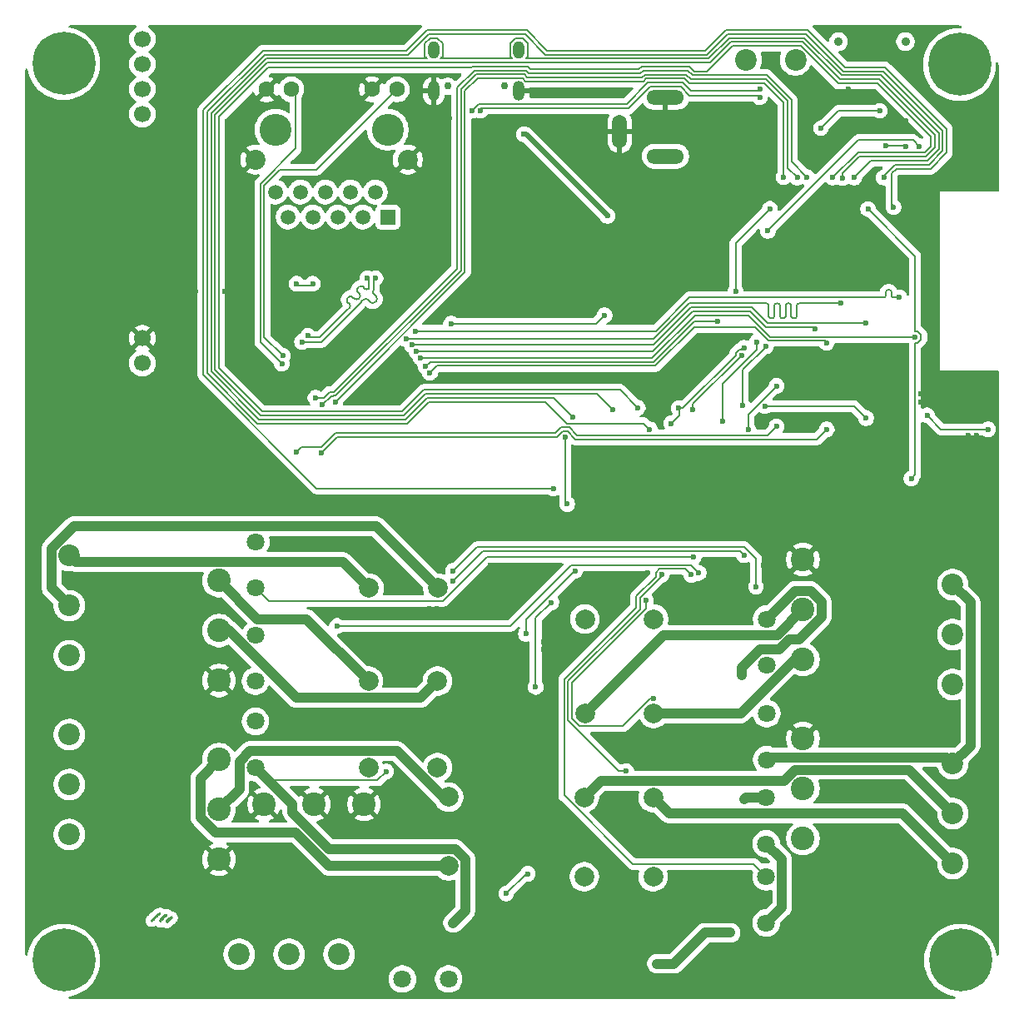
<source format=gbr>
%TF.GenerationSoftware,KiCad,Pcbnew,9.0.2*%
%TF.CreationDate,2025-12-13T10:39:55-05:00*%
%TF.ProjectId,Nif-T,4e69662d-542e-46b6-9963-61645f706362,rev?*%
%TF.SameCoordinates,Original*%
%TF.FileFunction,Copper,L2,Bot*%
%TF.FilePolarity,Positive*%
%FSLAX46Y46*%
G04 Gerber Fmt 4.6, Leading zero omitted, Abs format (unit mm)*
G04 Created by KiCad (PCBNEW 9.0.2) date 2025-12-13 10:39:55*
%MOMM*%
%LPD*%
G01*
G04 APERTURE LIST*
%TA.AperFunction,EtchedComponent*%
%ADD10C,0.000000*%
%TD*%
%TA.AperFunction,ComponentPad*%
%ADD11C,1.800000*%
%TD*%
%TA.AperFunction,ComponentPad*%
%ADD12C,2.000000*%
%TD*%
%TA.AperFunction,ComponentPad*%
%ADD13C,2.200000*%
%TD*%
%TA.AperFunction,ComponentPad*%
%ADD14C,2.400000*%
%TD*%
%TA.AperFunction,ComponentPad*%
%ADD15C,0.800000*%
%TD*%
%TA.AperFunction,ComponentPad*%
%ADD16C,6.400000*%
%TD*%
%TA.AperFunction,ComponentPad*%
%ADD17C,3.250000*%
%TD*%
%TA.AperFunction,ComponentPad*%
%ADD18R,1.500000X1.500000*%
%TD*%
%TA.AperFunction,ComponentPad*%
%ADD19C,1.500000*%
%TD*%
%TA.AperFunction,ComponentPad*%
%ADD20C,1.600000*%
%TD*%
%TA.AperFunction,ComponentPad*%
%ADD21C,2.030000*%
%TD*%
%TA.AperFunction,ComponentPad*%
%ADD22O,3.800000X1.500000*%
%TD*%
%TA.AperFunction,ComponentPad*%
%ADD23O,1.500000X3.400000*%
%TD*%
%TA.AperFunction,ComponentPad*%
%ADD24C,0.750000*%
%TD*%
%TA.AperFunction,ComponentPad*%
%ADD25O,1.200000X2.000000*%
%TD*%
%TA.AperFunction,ComponentPad*%
%ADD26O,1.200000X1.800000*%
%TD*%
%TA.AperFunction,ComponentPad*%
%ADD27C,0.900000*%
%TD*%
%TA.AperFunction,ComponentPad*%
%ADD28C,1.700000*%
%TD*%
%TA.AperFunction,ViaPad*%
%ADD29C,0.600000*%
%TD*%
%TA.AperFunction,Conductor*%
%ADD30C,0.200000*%
%TD*%
%TA.AperFunction,Conductor*%
%ADD31C,1.000000*%
%TD*%
%TA.AperFunction,Conductor*%
%ADD32C,0.500000*%
%TD*%
G04 APERTURE END LIST*
D10*
%TA.AperFunction,EtchedComponent*%
%TO.C,G\u002A\u002A\u002A*%
G36*
X165409494Y-141114597D02*
G01*
X165445896Y-141145867D01*
X165447286Y-141147254D01*
X165482964Y-141189521D01*
X165498991Y-141229642D01*
X165494206Y-141272950D01*
X165467446Y-141324775D01*
X165417551Y-141390448D01*
X165386323Y-141426990D01*
X165355058Y-141466684D01*
X165335773Y-141498682D01*
X165332789Y-141508852D01*
X165319646Y-141527451D01*
X165309830Y-141529442D01*
X165284401Y-141542729D01*
X165277403Y-141554150D01*
X165255124Y-141574239D01*
X165233193Y-141578858D01*
X165200092Y-141590029D01*
X165160231Y-141617872D01*
X165149048Y-141628275D01*
X165115098Y-141658925D01*
X165089509Y-141676250D01*
X165084427Y-141677691D01*
X165070931Y-141691052D01*
X165069222Y-141702399D01*
X165056037Y-141724237D01*
X165044514Y-141727107D01*
X165022555Y-141738177D01*
X165019677Y-141747697D01*
X165005777Y-141769145D01*
X164963071Y-141795707D01*
X164908758Y-141820685D01*
X164886578Y-141815529D01*
X164878169Y-141802941D01*
X164857767Y-141780002D01*
X164845086Y-141776524D01*
X164824787Y-141763300D01*
X164822140Y-141751815D01*
X164813246Y-141729895D01*
X164805668Y-141727107D01*
X164791055Y-141740449D01*
X164789196Y-141751815D01*
X164775463Y-141771938D01*
X164756252Y-141776524D01*
X164728722Y-141764876D01*
X164723308Y-141743579D01*
X164733607Y-141716750D01*
X164748016Y-141710635D01*
X164762916Y-141702502D01*
X164770588Y-141673961D01*
X164772724Y-141620039D01*
X164774942Y-141565403D01*
X164782726Y-141537275D01*
X164797432Y-141529442D01*
X164817554Y-141515709D01*
X164822140Y-141496498D01*
X164832440Y-141469668D01*
X164846849Y-141463553D01*
X164868728Y-141452301D01*
X164871557Y-141442591D01*
X164884817Y-141421939D01*
X164917672Y-141397121D01*
X164927523Y-141391489D01*
X164974283Y-141355369D01*
X165011838Y-141308592D01*
X165013630Y-141305382D01*
X165041898Y-141265550D01*
X165074764Y-141250353D01*
X165089440Y-141249416D01*
X165125904Y-141241545D01*
X165135111Y-141224708D01*
X165148358Y-141203058D01*
X165160609Y-141200000D01*
X165188189Y-141188341D01*
X165220432Y-141160052D01*
X165222405Y-141157801D01*
X165277200Y-141119267D01*
X165327888Y-141106322D01*
X165375808Y-141103353D01*
X165409494Y-141114597D01*
G37*
%TD.AperFunction*%
%TA.AperFunction,EtchedComponent*%
G36*
X164847012Y-140862392D02*
G01*
X164887318Y-140882911D01*
X164909003Y-140919253D01*
X164921680Y-140971865D01*
X164924711Y-141028939D01*
X164917458Y-141078663D01*
X164899519Y-141109060D01*
X164876371Y-141141522D01*
X164871557Y-141164753D01*
X164864686Y-141190310D01*
X164838038Y-141199471D01*
X164822140Y-141200000D01*
X164783973Y-141206891D01*
X164772724Y-141222945D01*
X164759437Y-141248374D01*
X164748016Y-141255373D01*
X164726189Y-141272799D01*
X164723308Y-141281843D01*
X164710940Y-141308065D01*
X164681388Y-141339474D01*
X164645981Y-141364752D01*
X164635428Y-141369635D01*
X164608094Y-141391893D01*
X164588744Y-141421911D01*
X164567662Y-141452513D01*
X164547706Y-141463553D01*
X164529809Y-141477289D01*
X164525642Y-141496498D01*
X164518419Y-141523259D01*
X164508384Y-141529442D01*
X164486357Y-141540529D01*
X164455873Y-141567532D01*
X164452960Y-141570622D01*
X164421883Y-141598703D01*
X164397541Y-141611696D01*
X164396095Y-141611802D01*
X164378356Y-141623607D01*
X164377393Y-141629061D01*
X164365847Y-141651085D01*
X164338521Y-141681719D01*
X164306381Y-141710341D01*
X164280396Y-141726329D01*
X164276155Y-141727107D01*
X164263665Y-141740484D01*
X164262088Y-141751815D01*
X164253194Y-141773736D01*
X164245616Y-141776524D01*
X164229747Y-141763884D01*
X164229144Y-141759265D01*
X164217598Y-141737241D01*
X164190272Y-141706607D01*
X164158132Y-141677985D01*
X164132147Y-141661997D01*
X164127906Y-141661219D01*
X164120313Y-141646296D01*
X164115206Y-141607686D01*
X164113839Y-141567523D01*
X164118957Y-141496550D01*
X164136648Y-141443224D01*
X164150902Y-141419387D01*
X164177736Y-141384853D01*
X164198845Y-141366005D01*
X164202620Y-141364833D01*
X164225242Y-141351520D01*
X164248230Y-141321429D01*
X164261125Y-141288898D01*
X164261565Y-141284024D01*
X164272959Y-141259469D01*
X164301156Y-141224034D01*
X164317417Y-141207246D01*
X164352993Y-141169319D01*
X164377858Y-141136660D01*
X164382788Y-141127339D01*
X164400090Y-141104618D01*
X164409821Y-141101167D01*
X164424890Y-141087833D01*
X164426810Y-141076459D01*
X164439995Y-141054621D01*
X164451518Y-141051751D01*
X164473438Y-141042856D01*
X164476226Y-141035278D01*
X164489424Y-141020345D01*
X164499013Y-141018806D01*
X164521138Y-141005006D01*
X164530415Y-140985862D01*
X164551738Y-140958306D01*
X164571754Y-140952918D01*
X164603112Y-140941958D01*
X164613960Y-140928210D01*
X164636632Y-140906287D01*
X164649843Y-140903502D01*
X164682727Y-140892531D01*
X164700953Y-140878793D01*
X164739176Y-140859946D01*
X164792724Y-140854586D01*
X164847012Y-140862392D01*
G37*
%TD.AperFunction*%
%TA.AperFunction,EtchedComponent*%
G36*
X164253852Y-140763489D02*
G01*
X164258918Y-140833495D01*
X164258496Y-140878936D01*
X164250330Y-140902071D01*
X164246563Y-140903502D01*
X164233948Y-140917716D01*
X164229144Y-140949032D01*
X164223324Y-140981248D01*
X164200394Y-141004441D01*
X164163143Y-141023157D01*
X164119806Y-141040711D01*
X164089446Y-141050799D01*
X164083857Y-141051751D01*
X164069727Y-141065504D01*
X164052017Y-141099378D01*
X164048817Y-141107195D01*
X164012627Y-141160180D01*
X163971618Y-141184394D01*
X163935024Y-141204168D01*
X163916673Y-141224691D01*
X163916174Y-141227782D01*
X163902984Y-141247099D01*
X163892239Y-141249416D01*
X163870375Y-141263029D01*
X163846216Y-141296772D01*
X163840946Y-141307068D01*
X163817966Y-141344149D01*
X163795302Y-141363783D01*
X163790756Y-141364721D01*
X163770068Y-141374245D01*
X163767925Y-141381193D01*
X163754481Y-141395558D01*
X163741675Y-141397665D01*
X163716467Y-141411454D01*
X163707107Y-141429470D01*
X163689548Y-141460227D01*
X163675705Y-141470133D01*
X163654952Y-141492306D01*
X163652620Y-141504217D01*
X163640555Y-141526406D01*
X163629674Y-141529442D01*
X163604245Y-141542729D01*
X163597247Y-141554150D01*
X163575002Y-141574107D01*
X163552377Y-141578858D01*
X163521252Y-141590182D01*
X163480320Y-141619151D01*
X163455550Y-141642166D01*
X163398795Y-141692788D01*
X163352835Y-141714791D01*
X163314092Y-141709201D01*
X163289594Y-141689682D01*
X163265667Y-141654737D01*
X163257290Y-141626931D01*
X163244651Y-141597607D01*
X163232581Y-141589374D01*
X163210669Y-141567360D01*
X163207873Y-141554667D01*
X163220829Y-141532498D01*
X163232581Y-141529442D01*
X163253249Y-141515905D01*
X163257290Y-141499604D01*
X163267491Y-141468900D01*
X163291521Y-141433472D01*
X163319516Y-141405811D01*
X163337765Y-141397665D01*
X163359442Y-141385872D01*
X163393509Y-141355889D01*
X163432496Y-141315810D01*
X163468931Y-141273730D01*
X163495343Y-141237741D01*
X163504371Y-141217167D01*
X163518592Y-141204541D01*
X163549670Y-141199476D01*
X163608689Y-141185181D01*
X163649255Y-141146696D01*
X163657242Y-141129993D01*
X163674217Y-141105710D01*
X163685048Y-141101167D01*
X163700815Y-141088163D01*
X163702037Y-141080480D01*
X163715622Y-141060084D01*
X163748472Y-141039250D01*
X163750059Y-141038536D01*
X163794751Y-141008381D01*
X163826703Y-140972744D01*
X163857878Y-140932509D01*
X163898933Y-140889837D01*
X163941566Y-140852230D01*
X163977479Y-140827190D01*
X163994417Y-140821154D01*
X164021043Y-140810395D01*
X164044450Y-140791698D01*
X164077710Y-140771972D01*
X164130908Y-140763521D01*
X164163873Y-140762871D01*
X164253852Y-140763489D01*
G37*
%TD.AperFunction*%
%TD*%
D11*
%TO.P,RLY6,1,1*%
%TO.N,Net-(D19-A)*%
X173900000Y-117200000D03*
D12*
%TO.P,RLY6,2,2*%
%TO.N,RLY6+*%
X185400000Y-117200000D03*
%TO.P,RLY6,3,3*%
%TO.N,RLY6-*%
X192400000Y-117200000D03*
D11*
%TO.P,RLY6,4,4*%
%TO.N,+5V*%
X173900000Y-112500000D03*
%TD*%
D13*
%TO.P,U8,1,1*%
%TO.N,RLY3+*%
X244820000Y-135750000D03*
%TO.P,U8,2,2*%
%TO.N,RLY3-*%
X244820000Y-130670000D03*
%TO.P,U8,3,3*%
%TO.N,+5V*%
X244820000Y-125590000D03*
D14*
%TO.P,U8,4,4*%
%TO.N,GND*%
X229580000Y-123050000D03*
%TO.P,U8,5,5*%
%TO.N,RLY4-*%
X229580000Y-128130000D03*
%TO.P,U8,6,6*%
%TO.N,RLY4+*%
X229580000Y-133210000D03*
%TD*%
D15*
%TO.P,H4,1*%
%TO.N,N/C*%
X243200000Y-145600000D03*
X243902944Y-143902944D03*
X243902944Y-147297056D03*
X245600000Y-143200000D03*
D16*
X245600000Y-145600000D03*
D15*
X245600000Y-148000000D03*
X247297056Y-143902944D03*
X247297056Y-147297056D03*
X248000000Y-145600000D03*
%TD*%
%TO.P,H3,1*%
%TO.N,N/C*%
X152000000Y-145600000D03*
X152702944Y-143902944D03*
X152702944Y-147297056D03*
X154400000Y-143200000D03*
D16*
X154400000Y-145600000D03*
D15*
X154400000Y-148000000D03*
X156097056Y-143902944D03*
X156097056Y-147297056D03*
X156800000Y-145600000D03*
%TD*%
D11*
%TO.P,RLY4,1,1*%
%TO.N,Net-(D17-A)*%
X225850000Y-137100000D03*
D12*
%TO.P,RLY4,2,2*%
%TO.N,RLY4+*%
X214350000Y-137100000D03*
%TO.P,RLY4,3,3*%
%TO.N,RLY4-*%
X207350000Y-137100000D03*
D11*
%TO.P,RLY4,4,4*%
%TO.N,+5V*%
X225850000Y-141800000D03*
%TD*%
%TO.P,RLY5,1,1*%
%TO.N,Net-(D18-A)*%
X173950000Y-107750000D03*
D12*
%TO.P,RLY5,2,2*%
%TO.N,RLY5+*%
X185450000Y-107750000D03*
%TO.P,RLY5,3,3*%
%TO.N,RLY5-*%
X192450000Y-107750000D03*
D11*
%TO.P,RLY5,4,4*%
%TO.N,+5V*%
X173950000Y-103050000D03*
%TD*%
%TO.P,RLY1,1,1*%
%TO.N,Net-(D14-A)*%
X225900000Y-110900000D03*
D12*
%TO.P,RLY1,2,2*%
%TO.N,RLY1+*%
X214400000Y-110900000D03*
%TO.P,RLY1,3,3*%
%TO.N,RLY1-*%
X207400000Y-110900000D03*
D11*
%TO.P,RLY1,4,4*%
%TO.N,+5V*%
X225900000Y-115600000D03*
%TD*%
D15*
%TO.P,H2,1*%
%TO.N,N/C*%
X243102944Y-54497056D03*
X243805888Y-52800000D03*
X243805888Y-56194112D03*
X245502944Y-52097056D03*
D16*
X245502944Y-54497056D03*
D15*
X245502944Y-56897056D03*
X247200000Y-52800000D03*
X247200000Y-56194112D03*
X247902944Y-54497056D03*
%TD*%
%TO.P,H1,1*%
%TO.N,N/C*%
X152000000Y-54400000D03*
X152702944Y-52702944D03*
X152702944Y-56097056D03*
X154400000Y-52000000D03*
D16*
X154400000Y-54400000D03*
D15*
X154400000Y-56800000D03*
X156097056Y-52702944D03*
X156097056Y-56097056D03*
X156800000Y-54400000D03*
%TD*%
D11*
%TO.P,RLY8,1,1*%
%TO.N,Net-(D21-A)*%
X193550000Y-147500000D03*
D12*
%TO.P,RLY8,2,2*%
%TO.N,RLY8+*%
X193550000Y-136000000D03*
%TO.P,RLY8,3,3*%
%TO.N,RLY8-*%
X193550000Y-129000000D03*
D11*
%TO.P,RLY8,4,4*%
%TO.N,+5V*%
X188850000Y-147500000D03*
%TD*%
%TO.P,RLY3,1,1*%
%TO.N,Net-(D16-A)*%
X225850000Y-129050000D03*
D12*
%TO.P,RLY3,2,2*%
%TO.N,RLY3+*%
X214350000Y-129050000D03*
%TO.P,RLY3,3,3*%
%TO.N,RLY3-*%
X207350000Y-129050000D03*
D11*
%TO.P,RLY3,4,4*%
%TO.N,+5V*%
X225850000Y-133750000D03*
%TD*%
D13*
%TO.P,U11,1,1*%
%TO.N,+5V*%
X172250000Y-145000000D03*
%TO.P,U11,2,2*%
X177330000Y-145000000D03*
%TO.P,U11,3,3*%
X182410000Y-145000000D03*
D14*
%TO.P,U11,4,4*%
%TO.N,GND*%
X184950000Y-129760000D03*
%TO.P,U11,5,5*%
X179870000Y-129760000D03*
%TO.P,U11,6,6*%
X174790000Y-129760000D03*
%TD*%
D13*
%TO.P,J2,1,Pin_1*%
%TO.N,+BATT*%
X228822500Y-54037500D03*
%TO.P,J2,2,Pin_2*%
%TO.N,GND*%
X223822500Y-54037500D03*
%TD*%
D11*
%TO.P,RLY2,1,1*%
%TO.N,Net-(D15-A)*%
X225900000Y-120500000D03*
D12*
%TO.P,RLY2,2,2*%
%TO.N,RLY2+*%
X214400000Y-120500000D03*
%TO.P,RLY2,3,3*%
%TO.N,RLY2-*%
X207400000Y-120500000D03*
D11*
%TO.P,RLY2,4,4*%
%TO.N,+5V*%
X225900000Y-125200000D03*
%TD*%
D17*
%TO.P,RJ1,*%
%TO.N,*%
X187350000Y-61127500D03*
X175950000Y-61127500D03*
D18*
%TO.P,RJ1,1,1*%
%TO.N,RX-*%
X187370000Y-70017500D03*
D19*
%TO.P,RJ1,2,2*%
%TO.N,RX+*%
X186100000Y-67477500D03*
%TO.P,RJ1,3,3*%
%TO.N,RX_CT*%
X184830000Y-70017500D03*
%TO.P,RJ1,4,4*%
%TO.N,TX_CT*%
X183560000Y-67477500D03*
%TO.P,RJ1,5,5*%
%TO.N,TX-*%
X182290000Y-70017500D03*
%TO.P,RJ1,6,6*%
%TO.N,TX+*%
X181020000Y-67477500D03*
%TO.P,RJ1,7,7*%
%TO.N,unconnected-(RJ1-Pad7)*%
X179750000Y-70017500D03*
%TO.P,RJ1,8,8*%
%TO.N,unconnected-(RJ1-Pad8)*%
X178480000Y-67477500D03*
%TO.P,RJ1,9,9*%
%TO.N,RJ45_V+*%
X177210000Y-70017500D03*
%TO.P,RJ1,10,10*%
%TO.N,RJ45_V-*%
X175940000Y-67477500D03*
D20*
%TO.P,RJ1,11,11*%
%TO.N,RJ45_LED_Y*%
X188280000Y-57037500D03*
%TO.P,RJ1,12,12*%
%TO.N,GND*%
X185740000Y-57037500D03*
%TO.P,RJ1,13,13*%
%TO.N,RJ45_LED_G*%
X177560000Y-57037500D03*
%TO.P,RJ1,14,14*%
%TO.N,GND*%
X175020000Y-57037500D03*
D21*
%TO.P,RJ1,GND1,GND*%
X189400000Y-64177500D03*
%TO.P,RJ1,GND2,GND*%
X173900000Y-64177500D03*
%TD*%
D11*
%TO.P,RLY7,1,1*%
%TO.N,Net-(D20-A)*%
X173900000Y-126000000D03*
D12*
%TO.P,RLY7,2,2*%
%TO.N,RLY7+*%
X185400000Y-126000000D03*
%TO.P,RLY7,3,3*%
%TO.N,RLY7-*%
X192400000Y-126000000D03*
D11*
%TO.P,RLY7,4,4*%
%TO.N,+5V*%
X173900000Y-121300000D03*
%TD*%
D22*
%TO.P,J1,1*%
%TO.N,+BATT*%
X215600000Y-63837500D03*
%TO.P,J1,2*%
%TO.N,GND*%
X215600000Y-57837500D03*
D23*
%TO.P,J1,MP,MountPin*%
X210940000Y-61337500D03*
%TD*%
D24*
%TO.P,P1,*%
%TO.N,*%
X199260000Y-56700000D03*
X193460000Y-56700000D03*
D25*
%TO.P,P1,S1,SHIELD*%
%TO.N,GND*%
X200690000Y-57200000D03*
D26*
X200690000Y-53020000D03*
D25*
X192030000Y-57200000D03*
D26*
X192030000Y-53020000D03*
%TD*%
D27*
%TO.P,SW4,*%
%TO.N,*%
X240000000Y-52187500D03*
X233200000Y-52187500D03*
%TD*%
D28*
%TO.P,U3,1,VA1*%
%TO.N,unconnected-(U3-VA1-Pad1)*%
X162400000Y-51920000D03*
%TO.P,U3,2,VA2*%
%TO.N,unconnected-(U3-VA2-Pad2)*%
X162400000Y-54460000D03*
%TO.P,U3,3,VB1*%
%TO.N,RJ45_V+*%
X162400000Y-57000000D03*
%TO.P,U3,4,VB2*%
%TO.N,RJ45_V-*%
X162400000Y-59540000D03*
%TO.P,U3,5,GND*%
%TO.N,GND*%
X162400000Y-82340000D03*
%TO.P,U3,6,+5V*%
%TO.N,Net-(D1-A)*%
X162400000Y-84880000D03*
%TD*%
D13*
%TO.P,U7,1,1*%
%TO.N,RLY1+*%
X244820000Y-117550000D03*
%TO.P,U7,2,2*%
%TO.N,RLY1-*%
X244820000Y-112470000D03*
%TO.P,U7,3,3*%
%TO.N,+5V*%
X244820000Y-107390000D03*
D14*
%TO.P,U7,4,4*%
%TO.N,GND*%
X229580000Y-104850000D03*
%TO.P,U7,5,5*%
%TO.N,RLY2-*%
X229580000Y-109930000D03*
%TO.P,U7,6,6*%
%TO.N,RLY2+*%
X229580000Y-115010000D03*
%TD*%
D13*
%TO.P,U10,1,1*%
%TO.N,RLY7+*%
X154960000Y-122650000D03*
%TO.P,U10,2,2*%
%TO.N,RLY7-*%
X154960000Y-127730000D03*
%TO.P,U10,3,3*%
%TO.N,+5V*%
X154960000Y-132810000D03*
D14*
%TO.P,U10,4,4*%
%TO.N,GND*%
X170200000Y-135350000D03*
%TO.P,U10,5,5*%
%TO.N,RLY8-*%
X170200000Y-130270000D03*
%TO.P,U10,6,6*%
%TO.N,RLY8+*%
X170200000Y-125190000D03*
%TD*%
D13*
%TO.P,U9,1,1*%
%TO.N,RLY5+*%
X154960000Y-104450000D03*
%TO.P,U9,2,2*%
%TO.N,RLY5-*%
X154960000Y-109530000D03*
%TO.P,U9,3,3*%
%TO.N,+5V*%
X154960000Y-114610000D03*
D14*
%TO.P,U9,4,4*%
%TO.N,GND*%
X170200000Y-117150000D03*
%TO.P,U9,5,5*%
%TO.N,RLY6-*%
X170200000Y-112070000D03*
%TO.P,U9,6,6*%
%TO.N,RLY6+*%
X170200000Y-106990000D03*
%TD*%
D29*
%TO.N,GND*%
X188600000Y-108000000D03*
X223800000Y-61200000D03*
X220400000Y-105400000D03*
X186600000Y-81200000D03*
X242400000Y-88000000D03*
X203600000Y-130200000D03*
X202400000Y-137800000D03*
X203600000Y-106600000D03*
X202800000Y-130200000D03*
X191600000Y-104200000D03*
X246400000Y-92200000D03*
X236800000Y-60200000D03*
X197200000Y-113600000D03*
X192000000Y-59000000D03*
X203600000Y-129400000D03*
X216800000Y-77600000D03*
X191600000Y-110600000D03*
X198000000Y-112800000D03*
X206800000Y-60600000D03*
X203200000Y-138600000D03*
X202800000Y-129400000D03*
X197800000Y-105400000D03*
X202400000Y-138600000D03*
X165800000Y-88600000D03*
X170800000Y-77600000D03*
X234200000Y-56987502D03*
X205800000Y-142800000D03*
X198000000Y-113600000D03*
X215200000Y-108600000D03*
X241000000Y-71800000D03*
X207600000Y-134400000D03*
X246400000Y-93000000D03*
X209200000Y-139800000D03*
X209400000Y-106400000D03*
X198000000Y-129000000D03*
X214000000Y-87400000D03*
X192400000Y-109800000D03*
X182200000Y-83400000D03*
X213800000Y-106200000D03*
X203200000Y-114000000D03*
X242200000Y-70200000D03*
X193600000Y-60000000D03*
X223800000Y-66200000D03*
X210200000Y-107200000D03*
X214800000Y-86600000D03*
X197200000Y-129000000D03*
X203600000Y-122000000D03*
X241800000Y-72600000D03*
X203600000Y-105800000D03*
X242200000Y-92600000D03*
X203200000Y-113200000D03*
X188600000Y-107200000D03*
X203600000Y-121200000D03*
X241600000Y-88800000D03*
X167800000Y-77600000D03*
X236800000Y-61000000D03*
X202800000Y-122000000D03*
X242400000Y-88800000D03*
X209400000Y-107200000D03*
X247200000Y-92200000D03*
X205800000Y-142000000D03*
X246400000Y-95600000D03*
X192400000Y-86600000D03*
X204000000Y-113200000D03*
X204000000Y-114000000D03*
X243000000Y-70200000D03*
X237600000Y-61000000D03*
X214000000Y-86600000D03*
X241600000Y-88000000D03*
X198000000Y-120850000D03*
X195800000Y-101600000D03*
X206600000Y-142000000D03*
X246400000Y-89800000D03*
X209200000Y-139000000D03*
X192400000Y-104200000D03*
X198000000Y-137400000D03*
X223400000Y-59200000D03*
X242200000Y-95800000D03*
X198600000Y-105400000D03*
X192400000Y-110600000D03*
X189400000Y-108000000D03*
X197200000Y-121650000D03*
X241800000Y-71800000D03*
X220000000Y-108600000D03*
X197200000Y-138200000D03*
X210000000Y-139800000D03*
X191600000Y-103400000D03*
X197200000Y-137400000D03*
X197200000Y-120850000D03*
X198000000Y-138200000D03*
X237600000Y-60200000D03*
X247200000Y-95600000D03*
X202800000Y-121200000D03*
X207600000Y-133600000D03*
X246400000Y-89000000D03*
X247200000Y-89000000D03*
X214800000Y-87400000D03*
X212000000Y-107600000D03*
X197200000Y-112800000D03*
X206600000Y-142800000D03*
X212800000Y-77000000D03*
X246400000Y-96400000D03*
X216000000Y-148200000D03*
X200400000Y-79000000D03*
X219000000Y-102400000D03*
X216800000Y-149000000D03*
X210000000Y-139000000D03*
X242200000Y-69400000D03*
X247200000Y-89800000D03*
X210200000Y-106400000D03*
X198000000Y-121650000D03*
X214400000Y-80200000D03*
X247200000Y-93000000D03*
X225600000Y-105400000D03*
X198000000Y-129800000D03*
X208400000Y-134400000D03*
X216800000Y-148200000D03*
X216000000Y-149000000D03*
X240000000Y-60200000D03*
X208400000Y-133600000D03*
X189400000Y-107200000D03*
X243000000Y-69400000D03*
X191600000Y-109800000D03*
X192400000Y-103400000D03*
X241000000Y-72600000D03*
X247200000Y-96400000D03*
X179690000Y-85510000D03*
X197200000Y-129800000D03*
X212000000Y-80200000D03*
%TO.N,+3.3V*%
X236000000Y-90465002D03*
X237400000Y-59200000D03*
X225691000Y-89230884D03*
X209400000Y-80000000D03*
X231402799Y-60975000D03*
X193800000Y-80858500D03*
%TO.N,ETH_CLK*%
X220891764Y-80643234D03*
X191200000Y-85200000D03*
%TO.N,CHIP_PU*%
X240000000Y-62800000D03*
X242200000Y-90181000D03*
X238000000Y-62799000D03*
X248400000Y-91600000D03*
%TO.N,GPIO 34*%
X240600000Y-96600000D03*
X236200000Y-69200000D03*
%TO.N,GPIO 17*%
X232000000Y-91600000D03*
X180600000Y-94000000D03*
%TO.N,Net-(D5-DOUT)*%
X202400000Y-117800000D03*
X204000000Y-109200000D03*
%TO.N,Net-(D12-DOUT)*%
X201600000Y-136800000D03*
X199400000Y-138800000D03*
%TO.N,Net-(D14-A)*%
X223400000Y-116600000D03*
%TO.N,Net-(D15-A)*%
X213600000Y-108999000D03*
X214400000Y-119000000D03*
%TO.N,Net-(D16-A)*%
X214745765Y-145945765D03*
X223600000Y-129200000D03*
X211600000Y-126349000D03*
X222200000Y-142800000D03*
X215200000Y-106400000D03*
%TO.N,Net-(D17-A)*%
X218200000Y-106400000D03*
%TO.N,Net-(D18-A)*%
X218460000Y-104600000D03*
%TO.N,Net-(D19-A)*%
X218974598Y-106200002D03*
X182200000Y-111600000D03*
%TO.N,Net-(D20-A)*%
X194000000Y-141800000D03*
X223600000Y-104400000D03*
X194000000Y-107000000D03*
X187200000Y-126400000D03*
%TO.N,Net-(D21-A)*%
X194000000Y-106000000D03*
X224800000Y-107600000D03*
%TO.N,GPIO 2*%
X221400000Y-90800000D03*
X224886963Y-82706787D03*
%TO.N,GPIO 4*%
X226885247Y-87188109D03*
X224000000Y-91600000D03*
%TO.N,GPIO 15*%
X223439000Y-89199000D03*
X225775735Y-83175735D03*
%TO.N,GPIO 16*%
X178100000Y-93900000D03*
X226891000Y-91330235D03*
%TO.N,GPIO 13*%
X216200000Y-91000000D03*
X223574796Y-83306787D03*
X216954265Y-89445735D03*
%TO.N,GPIO 32*%
X210240000Y-89600000D03*
X233610031Y-66048694D03*
%TO.N,GPIO 14*%
X226216315Y-69183685D03*
X223324265Y-84075735D03*
X222729998Y-77600000D03*
X218400000Y-89600000D03*
%TO.N,GPIO 36*%
X238800000Y-69000000D03*
X204200000Y-97600000D03*
%TO.N,GPIO 33*%
X212780000Y-89400000D03*
X232600000Y-66000000D03*
%TO.N,GPIO 37*%
X214000000Y-91601000D03*
X237796196Y-65991221D03*
%TO.N,GPIO 35*%
X206200000Y-90400000D03*
X234800000Y-66000000D03*
X205600000Y-99200000D03*
X205400000Y-92399000D03*
%TO.N,USB_D+*%
X196785000Y-59200000D03*
X225183440Y-57841560D03*
%TO.N,USB_D-*%
X225183440Y-56991560D03*
X195935000Y-59200000D03*
%TO.N,RX+*%
X186112855Y-76246094D03*
X178641021Y-82700521D03*
%TO.N,RX-*%
X185262855Y-76246094D03*
X179242063Y-82099479D03*
%TO.N,8720RST*%
X190256460Y-83681265D03*
X241400000Y-62800002D03*
X226000000Y-71415999D03*
X230800000Y-81400000D03*
%TO.N,RJ45_LED_G*%
X176586562Y-84916497D03*
%TO.N,RX_CT*%
X178075000Y-76800000D03*
X179725000Y-76800000D03*
%TO.N,RJ45_LED_Y*%
X176678235Y-84121765D03*
%TO.N,RXD1{slash}MODE1*%
X180699735Y-89100265D03*
X229000551Y-65998847D03*
%TO.N,Net-(D22-A)*%
X201200000Y-61600000D03*
X209708662Y-69900000D03*
%TO.N,TXEN*%
X236000000Y-80800000D03*
X189800000Y-83024265D03*
%TO.N,MDIO*%
X191643761Y-85865642D03*
X232000000Y-82800000D03*
%TO.N,RXD0{slash}MODE0*%
X180000074Y-88400000D03*
X230000000Y-65949998D03*
%TO.N,TXD0*%
X233400000Y-78800000D03*
X189224265Y-82424265D03*
%TO.N,MDC*%
X190698187Y-84348259D03*
X241000000Y-82200000D03*
%TO.N,TXD1*%
X190200000Y-81600000D03*
X239400000Y-78200000D03*
%TO.N,CRS_DV{slash}MODE2*%
X227607804Y-65958687D03*
X182000000Y-88800000D03*
%TO.N,LED_DATA*%
X206400000Y-106000000D03*
X201400000Y-112400000D03*
%TD*%
D30*
%TO.N,+3.3V*%
X231425000Y-60975000D02*
X233200000Y-59200000D01*
X208541500Y-80858500D02*
X209400000Y-80000000D01*
X206541500Y-80858500D02*
X208541500Y-80858500D01*
X225691000Y-89230884D02*
X234765882Y-89230884D01*
X234765882Y-89230884D02*
X236000000Y-90465002D01*
X231402799Y-60975000D02*
X231425000Y-60975000D01*
X193800000Y-80858500D02*
X206541500Y-80858500D01*
X233200000Y-59200000D02*
X237400000Y-59200000D01*
%TO.N,ETH_CLK*%
X218526866Y-80643234D02*
X220891764Y-80643234D01*
X214420841Y-84749259D02*
X218526866Y-80643234D01*
X191650741Y-84749259D02*
X214420841Y-84749259D01*
X191200000Y-85200000D02*
X191650741Y-84749259D01*
%TO.N,CHIP_PU*%
X242200000Y-90181000D02*
X243619000Y-91600000D01*
X243619000Y-91600000D02*
X248400000Y-91600000D01*
X239999000Y-62799000D02*
X240000000Y-62800000D01*
X238000000Y-62799000D02*
X239999000Y-62799000D01*
D31*
%TO.N,+5V*%
X226149000Y-124951000D02*
X225900000Y-125200000D01*
X225850000Y-133750000D02*
X227451000Y-135351000D01*
X227451000Y-135351000D02*
X227451000Y-140199000D01*
X246621000Y-123789000D02*
X244820000Y-125590000D01*
X244820000Y-107390000D02*
X246621000Y-109191000D01*
X244820000Y-125590000D02*
X244181000Y-124951000D01*
X244181000Y-124951000D02*
X226149000Y-124951000D01*
X227451000Y-140199000D02*
X225850000Y-141800000D01*
X246621000Y-109191000D02*
X246621000Y-123789000D01*
D30*
%TO.N,GPIO 34*%
X241601000Y-81951057D02*
X241601000Y-82448943D01*
X241601000Y-82448943D02*
X241248943Y-82801000D01*
X241000000Y-96200000D02*
X240600000Y-96600000D01*
X241000000Y-74000000D02*
X241000000Y-81599000D01*
X236200000Y-69200000D02*
X241000000Y-74000000D01*
X241248943Y-81599000D02*
X241601000Y-81951057D01*
X241000000Y-81599000D02*
X241248943Y-81599000D01*
X241000000Y-82801000D02*
X241000000Y-96200000D01*
X241248943Y-82801000D02*
X241000000Y-82801000D01*
%TO.N,GPIO 17*%
X232000000Y-91600000D02*
X230998000Y-92602000D01*
X204549057Y-92400000D02*
X182200000Y-92400000D01*
X205648943Y-91798000D02*
X205151057Y-91798000D01*
X206452943Y-92602000D02*
X205648943Y-91798000D01*
X182200000Y-92400000D02*
X180600000Y-94000000D01*
X205151057Y-91798000D02*
X204549057Y-92400000D01*
X230998000Y-92602000D02*
X206452943Y-92602000D01*
%TO.N,Net-(D5-DOUT)*%
X202400000Y-117800000D02*
X202400000Y-110800000D01*
X202400000Y-110800000D02*
X204000000Y-109200000D01*
%TO.N,Net-(D12-DOUT)*%
X199400000Y-138800000D02*
X201400000Y-136800000D01*
X201400000Y-136800000D02*
X201600000Y-136800000D01*
D31*
%TO.N,Net-(D14-A)*%
X225236844Y-113999000D02*
X223400000Y-115835844D01*
X231481000Y-110717420D02*
X229198420Y-113000000D01*
X229198420Y-113000000D02*
X228208470Y-113000000D01*
X230367420Y-108029000D02*
X231481000Y-109142580D01*
X227209470Y-113999000D02*
X225236844Y-113999000D01*
X223400000Y-115835844D02*
X223400000Y-116600000D01*
X231481000Y-109142580D02*
X231481000Y-110717420D01*
X228771000Y-108029000D02*
X230367420Y-108029000D01*
X225900000Y-110900000D02*
X228771000Y-108029000D01*
X228208470Y-113000000D02*
X227209470Y-113999000D01*
D30*
%TO.N,Net-(D15-A)*%
X213600000Y-109860108D02*
X206099000Y-117361108D01*
X206861108Y-121801000D02*
X211259108Y-121801000D01*
X213600000Y-108999000D02*
X213600000Y-109860108D01*
X211259108Y-121801000D02*
X214060108Y-119000000D01*
X214060108Y-119000000D02*
X214400000Y-119000000D01*
X206099000Y-121038892D02*
X206861108Y-121801000D01*
X206099000Y-117361108D02*
X206099000Y-121038892D01*
%TO.N,Net-(D16-A)*%
X215200000Y-106400000D02*
X215200000Y-106549057D01*
X210842008Y-126349000D02*
X211600000Y-126349000D01*
D31*
X214745765Y-145945765D02*
X216454235Y-145945765D01*
X223750000Y-129050000D02*
X223600000Y-129200000D01*
D30*
X212999000Y-109247943D02*
X213000000Y-109248943D01*
D31*
X216454235Y-145945765D02*
X219600000Y-142800000D01*
D30*
X213000000Y-109248943D02*
X213000000Y-109893008D01*
X215200000Y-106549057D02*
X212999000Y-108750057D01*
X205698000Y-121204992D02*
X210842008Y-126349000D01*
X213000000Y-109893008D02*
X205698000Y-117195008D01*
X205698000Y-117195008D02*
X205698000Y-121204992D01*
D31*
X219600000Y-142800000D02*
X222200000Y-142800000D01*
D30*
X212999000Y-108750057D02*
X212999000Y-109247943D01*
D31*
X225850000Y-129050000D02*
X223750000Y-129050000D01*
D30*
%TO.N,Net-(D17-A)*%
X212259108Y-135799000D02*
X205297000Y-128836892D01*
X205297000Y-128836892D02*
X205297000Y-117028908D01*
X212599000Y-109415043D02*
X212598000Y-109414043D01*
X212598000Y-108583957D02*
X214599000Y-106582957D01*
X214599000Y-106582957D02*
X214599000Y-106151057D01*
X217599000Y-105799000D02*
X218200000Y-106400000D01*
X214951057Y-105799000D02*
X217599000Y-105799000D01*
X212598000Y-109414043D02*
X212598000Y-108583957D01*
X212599000Y-109726908D02*
X212599000Y-109415043D01*
X214599000Y-106151057D02*
X214951057Y-105799000D01*
X225850000Y-137100000D02*
X224549000Y-135799000D01*
X224549000Y-135799000D02*
X212259108Y-135799000D01*
X205297000Y-117028908D02*
X212599000Y-109726908D01*
%TO.N,Net-(D18-A)*%
X218460000Y-104600000D02*
X197439892Y-104600000D01*
X192988892Y-109051000D02*
X175251000Y-109051000D01*
X197439892Y-104600000D02*
X192988892Y-109051000D01*
X175251000Y-109051000D02*
X173950000Y-107750000D01*
%TO.N,Net-(D19-A)*%
X199839892Y-111600000D02*
X182200000Y-111600000D01*
X218172596Y-105398000D02*
X206041892Y-105398000D01*
X218974598Y-106200002D02*
X218172596Y-105398000D01*
X206041892Y-105398000D02*
X199839892Y-111600000D01*
%TO.N,Net-(D20-A)*%
X175201000Y-127301000D02*
X173900000Y-126000000D01*
D31*
X195251000Y-135295422D02*
X194254578Y-134299000D01*
X194254578Y-134299000D02*
X181390580Y-134299000D01*
X181390580Y-134299000D02*
X177639000Y-130547420D01*
D30*
X187200000Y-126400000D02*
X186299000Y-127301000D01*
X197000000Y-104000000D02*
X194000000Y-107000000D01*
D31*
X195251000Y-140549000D02*
X195251000Y-135295422D01*
X194000000Y-141800000D02*
X195251000Y-140549000D01*
X177639000Y-129739000D02*
X173900000Y-126000000D01*
D30*
X223200000Y-104000000D02*
X197000000Y-104000000D01*
X186299000Y-127301000D02*
X175201000Y-127301000D01*
X223600000Y-104400000D02*
X223200000Y-104000000D01*
D31*
X177639000Y-130547420D02*
X177639000Y-129739000D01*
D30*
%TO.N,Net-(D21-A)*%
X223648943Y-103599000D02*
X224800000Y-104750057D01*
X194000000Y-106000000D02*
X196401000Y-103599000D01*
X224800000Y-104750057D02*
X224800000Y-107600000D01*
X196401000Y-103599000D02*
X223648943Y-103599000D01*
%TO.N,GPIO 2*%
X224886963Y-83513037D02*
X221400000Y-87000000D01*
X221400000Y-87000000D02*
X221400000Y-90800000D01*
X224886963Y-82706787D02*
X224886963Y-83513037D01*
%TO.N,GPIO 4*%
X224000000Y-90073356D02*
X224000000Y-91600000D01*
X226885247Y-87188109D02*
X224000000Y-90073356D01*
%TO.N,GPIO 15*%
X225775735Y-83224265D02*
X223439000Y-85561000D01*
X225775735Y-83175735D02*
X225775735Y-83224265D01*
X223439000Y-85561000D02*
X223439000Y-89199000D01*
%TO.N,GPIO 16*%
X178100000Y-93900000D02*
X178601000Y-93399000D01*
X204984957Y-91397000D02*
X205815043Y-91397000D01*
X204382957Y-91999000D02*
X204984957Y-91397000D01*
X226020235Y-92201000D02*
X226891000Y-91330235D01*
X178601000Y-93399000D02*
X180633901Y-93399000D01*
X182033901Y-91999000D02*
X204382957Y-91999000D01*
X206619043Y-92201000D02*
X226020235Y-92201000D01*
X180633901Y-93399000D02*
X182033901Y-91999000D01*
X205815043Y-91397000D02*
X206619043Y-92201000D01*
%TO.N,GPIO 13*%
X222723265Y-83826792D02*
X222723265Y-84076735D01*
X216954265Y-89445735D02*
X217000000Y-89491470D01*
X222723265Y-84076735D02*
X217354265Y-89445735D01*
X223237312Y-83474735D02*
X223075322Y-83474735D01*
X217000000Y-89491470D02*
X217000000Y-90200000D01*
X223574796Y-83306787D02*
X223405260Y-83306787D01*
X223405260Y-83306787D02*
X223237312Y-83474735D01*
X223075322Y-83474735D02*
X222723265Y-83826792D01*
X217354265Y-89445735D02*
X216954265Y-89445735D01*
X217000000Y-90200000D02*
X216200000Y-91000000D01*
%TO.N,GPIO 32*%
X233332414Y-55999000D02*
X229532414Y-52199000D01*
X169799000Y-59633900D02*
X169799000Y-85566100D01*
X191166100Y-88001000D02*
X208601000Y-88001000D01*
X243001000Y-61633900D02*
X237366100Y-55999000D01*
X229532414Y-52199000D02*
X222233900Y-52199000D01*
X220105000Y-54295000D02*
X175137900Y-54295000D01*
X188966100Y-90201000D02*
X191166100Y-88001000D01*
X233610031Y-66048694D02*
X233610031Y-65557069D01*
X237366100Y-55999000D02*
X234628541Y-55999000D01*
X174433900Y-90201000D02*
X188966100Y-90201000D01*
X222233900Y-52199000D02*
X220121450Y-54311450D01*
X208601000Y-88001000D02*
X210200000Y-89600000D01*
X234628541Y-55999000D02*
X234615043Y-55985502D01*
X233610031Y-65557069D02*
X235283550Y-63883550D01*
X242083550Y-63883550D02*
X243001000Y-62966100D01*
X233784957Y-55985502D02*
X233771459Y-55999000D01*
X210200000Y-89600000D02*
X210240000Y-89600000D01*
X233771459Y-55999000D02*
X233332414Y-55999000D01*
X234615043Y-55985502D02*
X233784957Y-55985502D01*
X235283550Y-63883550D02*
X242083550Y-63883550D01*
X175137900Y-54295000D02*
X169799000Y-59633900D01*
X220121450Y-54311450D02*
X220105000Y-54295000D01*
X169799000Y-85566100D02*
X174433900Y-90201000D01*
X243001000Y-62966100D02*
X243001000Y-61633900D01*
%TO.N,GPIO 14*%
X226216315Y-69183685D02*
X222729998Y-72670002D01*
X222729998Y-72670002D02*
X222729998Y-77600000D01*
X218400000Y-89000000D02*
X218400000Y-89600000D01*
X223324265Y-84075735D02*
X218400000Y-89000000D01*
%TO.N,GPIO 36*%
X221531600Y-51200000D02*
X221492000Y-51200000D01*
X189249594Y-53092000D02*
X174639600Y-53092000D01*
X244204000Y-61069800D02*
X237930200Y-54796000D01*
X244204000Y-63464400D02*
X244204000Y-61069800D01*
X235113343Y-54782502D02*
X233817216Y-54782502D01*
X238600000Y-65567100D02*
X239080550Y-65086550D01*
X238800000Y-69000000D02*
X238800000Y-68868400D01*
X168596000Y-59135600D02*
X168596000Y-86064400D01*
X203566100Y-53092000D02*
X201472100Y-50998000D01*
X239080550Y-65086550D02*
X242581850Y-65086550D01*
X242581850Y-65086550D02*
X244204000Y-63464400D01*
X201472100Y-50998000D02*
X191343594Y-50998000D01*
X238600000Y-68668400D02*
X238600000Y-65567100D01*
X221735600Y-50996000D02*
X221531600Y-51200000D01*
X230030714Y-50996000D02*
X221735600Y-50996000D01*
X235126841Y-54796000D02*
X235113343Y-54782502D01*
X168596000Y-86064400D02*
X180131600Y-97600000D01*
X174639600Y-53092000D02*
X168596000Y-59135600D01*
X191343594Y-50998000D02*
X189249594Y-53092000D01*
X238800000Y-68868400D02*
X238600000Y-68668400D01*
X221492000Y-51200000D02*
X219600000Y-53092000D01*
X237930200Y-54796000D02*
X235126841Y-54796000D01*
X233817216Y-54782502D02*
X230030714Y-50996000D01*
X219600000Y-53092000D02*
X203566100Y-53092000D01*
X180131600Y-97600000D02*
X204200000Y-97600000D01*
%TO.N,GPIO 33*%
X234448943Y-56386502D02*
X234462441Y-56400000D01*
X188800000Y-89800000D02*
X174600000Y-89800000D01*
X241151057Y-63401002D02*
X241150055Y-63400000D01*
X233951057Y-56386502D02*
X234448943Y-56386502D01*
X242600000Y-61800000D02*
X242600000Y-62800000D01*
X201862506Y-54997000D02*
X212899394Y-54997000D01*
X174600000Y-89800000D02*
X170200000Y-85400000D01*
X212899394Y-54997000D02*
X213163874Y-54732520D01*
X212780000Y-89400000D02*
X210980000Y-87600000D01*
X222400000Y-52600000D02*
X229366314Y-52600000D01*
X242000000Y-63400000D02*
X241649945Y-63400000D01*
X234462441Y-56400000D02*
X237200000Y-56400000D01*
X229366314Y-52600000D02*
X233166314Y-56400000D01*
X175200000Y-54800000D02*
X195865800Y-54800000D01*
X196002700Y-54696000D02*
X201561506Y-54696000D01*
X237200000Y-56400000D02*
X242600000Y-61800000D01*
X210980000Y-87600000D02*
X191000000Y-87600000D01*
X233166314Y-56400000D02*
X233937559Y-56400000D01*
X213163874Y-54732520D02*
X218036126Y-54732520D01*
X218036126Y-54732520D02*
X218491166Y-55187560D01*
X219812440Y-55187560D02*
X222400000Y-52600000D01*
X170200000Y-59800000D02*
X175200000Y-54800000D01*
X195882250Y-54816450D02*
X196002700Y-54696000D01*
X242600000Y-62800000D02*
X242000000Y-63400000D01*
X201561506Y-54696000D02*
X201862506Y-54997000D01*
X233937559Y-56400000D02*
X233951057Y-56386502D01*
X235200000Y-63400000D02*
X232600000Y-66000000D01*
X241150055Y-63400000D02*
X235200000Y-63400000D01*
X191000000Y-87600000D02*
X188800000Y-89800000D01*
X241648943Y-63401002D02*
X241151057Y-63401002D01*
X218491166Y-55187560D02*
X219812440Y-55187560D01*
X195865800Y-54800000D02*
X195882250Y-54816450D01*
X170200000Y-85400000D02*
X170200000Y-59800000D01*
X241649945Y-63400000D02*
X241648943Y-63401002D01*
%TO.N,GPIO 37*%
X191509694Y-51399000D02*
X189415694Y-53493000D01*
X174101700Y-91003000D02*
X189298300Y-91003000D01*
X174805700Y-53493000D02*
X168997000Y-59301700D01*
X233651116Y-55183502D02*
X229864614Y-51397000D01*
X242415750Y-64685550D02*
X243803000Y-63298300D01*
X229864614Y-51397000D02*
X221901700Y-51397000D01*
X213399000Y-91000000D02*
X214000000Y-91601000D01*
X203400000Y-53493000D02*
X201306000Y-51399000D01*
X205596000Y-90996000D02*
X205981143Y-90996000D01*
X168997000Y-59301700D02*
X168997000Y-85898300D01*
X243803000Y-61235900D02*
X237764100Y-55197000D01*
X234960741Y-55197000D02*
X234947243Y-55183502D01*
X189298300Y-91003000D02*
X191498300Y-88803000D01*
X205981143Y-90996000D02*
X205985143Y-91000000D01*
X219805700Y-53493000D02*
X203400000Y-53493000D01*
X205985143Y-91000000D02*
X213399000Y-91000000D01*
X189415694Y-53493000D02*
X174805700Y-53493000D01*
X237764100Y-55197000D02*
X234960741Y-55197000D01*
X237796196Y-65803804D02*
X238914450Y-64685550D01*
X243803000Y-63298300D02*
X243803000Y-61235900D01*
X201306000Y-51399000D02*
X191509694Y-51399000D01*
X203403000Y-88803000D02*
X205596000Y-90996000D01*
X234947243Y-55183502D02*
X233651116Y-55183502D01*
X238914450Y-64685550D02*
X242415750Y-64685550D01*
X237796196Y-65991221D02*
X237796196Y-65803804D01*
X191498300Y-88803000D02*
X203403000Y-88803000D01*
X221901700Y-51397000D02*
X219805700Y-53493000D01*
X168997000Y-85898300D02*
X174101700Y-91003000D01*
%TO.N,GPIO 35*%
X243402000Y-63132200D02*
X242249650Y-64284550D01*
X201390206Y-53894000D02*
X219971800Y-53894000D01*
X236515450Y-64284550D02*
X234800000Y-66000000D01*
X243402000Y-61467800D02*
X243402000Y-63132200D01*
X192403206Y-51819000D02*
X192931000Y-52346794D01*
X199789000Y-52346794D02*
X200316794Y-51819000D01*
X229698514Y-51798000D02*
X233498514Y-55598000D01*
X205400000Y-92399000D02*
X205400000Y-99000000D01*
X219971800Y-53894000D02*
X222067800Y-51798000D01*
X199989794Y-53894000D02*
X199789000Y-53693206D01*
X192730206Y-53894000D02*
X199989794Y-53894000D01*
X201591000Y-52346794D02*
X201591000Y-53693206D01*
X174971800Y-53894000D02*
X191329794Y-53894000D01*
X234781143Y-55584502D02*
X234794641Y-55598000D01*
X192931000Y-52346794D02*
X192931000Y-53693206D01*
X169398000Y-59467800D02*
X174971800Y-53894000D01*
X205400000Y-99000000D02*
X205600000Y-99200000D01*
X191656794Y-51819000D02*
X192403206Y-51819000D01*
X192931000Y-53693206D02*
X192730206Y-53894000D01*
X191129000Y-52346794D02*
X191656794Y-51819000D01*
X200316794Y-51819000D02*
X201063206Y-51819000D01*
X206200000Y-90400000D02*
X204202000Y-88402000D01*
X242249650Y-64284550D02*
X236515450Y-64284550D01*
X191332200Y-88402000D02*
X189132200Y-90602000D01*
X233618857Y-55584502D02*
X234781143Y-55584502D01*
X233605359Y-55598000D02*
X233618857Y-55584502D01*
X191129000Y-53693206D02*
X191129000Y-52346794D01*
X169398000Y-85732200D02*
X169398000Y-59467800D01*
X237532200Y-55598000D02*
X243402000Y-61467800D01*
X233498514Y-55598000D02*
X233605359Y-55598000D01*
X174267800Y-90602000D02*
X169398000Y-85732200D01*
X234794641Y-55598000D02*
X237532200Y-55598000D01*
X222067800Y-51798000D02*
X229698514Y-51798000D01*
X201591000Y-53693206D02*
X201390206Y-53894000D01*
X204202000Y-88402000D02*
X191332200Y-88402000D01*
X199789000Y-53693206D02*
X199789000Y-52346794D01*
X191329794Y-53894000D02*
X191129000Y-53693206D01*
X201063206Y-51819000D02*
X201591000Y-52346794D01*
X189132200Y-90602000D02*
X174267800Y-90602000D01*
%TO.N,USB_D+*%
X217185338Y-56786500D02*
X218040399Y-57641561D01*
X196785000Y-58986397D02*
X196820417Y-58950980D01*
X211850182Y-58950980D02*
X214014662Y-56786500D01*
X224983441Y-57641561D02*
X225183440Y-57841560D01*
X196785000Y-59200000D02*
X196785000Y-58986397D01*
X214014662Y-56786500D02*
X217185338Y-56786500D01*
X218040399Y-57641561D02*
X224983441Y-57641561D01*
X196820417Y-58950980D02*
X211850182Y-58950980D01*
%TO.N,USB_D-*%
X218226765Y-57191559D02*
X224983441Y-57191559D01*
X196634000Y-58501000D02*
X211663794Y-58501000D01*
X224983441Y-57191559D02*
X225183440Y-56991560D01*
X213828274Y-56336520D02*
X217371726Y-56336520D01*
X211663794Y-58501000D02*
X213828274Y-56336520D01*
X195935000Y-59200000D02*
X196634000Y-58501000D01*
X217371726Y-56336520D02*
X218226765Y-57191559D01*
%TO.N,RX+*%
X185912856Y-76446093D02*
X185912856Y-77405342D01*
X185912855Y-77857892D02*
X186167414Y-78112451D01*
X184781485Y-78536714D02*
X184582671Y-78735527D01*
X186167414Y-78564999D02*
X186054278Y-78678136D01*
X186112855Y-76246094D02*
X185912856Y-76446093D01*
X184894624Y-78423578D02*
X184781485Y-78536714D01*
X184582671Y-78735527D02*
X180617677Y-82700521D01*
X180617677Y-82700521D02*
X178641021Y-82700521D01*
X185601730Y-78678136D02*
X185347172Y-78423578D01*
X186167414Y-78112451D02*
G75*
G02*
X186167389Y-78564974I-226314J-226249D01*
G01*
X185912856Y-77405342D02*
G75*
G03*
X185912872Y-77857874I226244J-226258D01*
G01*
X185347172Y-78423578D02*
G75*
G03*
X184894624Y-78423578I-226274J-226273D01*
G01*
X186054278Y-78678136D02*
G75*
G02*
X185601730Y-78678136I-226274J226273D01*
G01*
%TO.N,RX-*%
X185262855Y-76246094D02*
X185462854Y-76446093D01*
X183204919Y-79476883D02*
X180431282Y-82250520D01*
X183453070Y-79228728D02*
X183351248Y-79330553D01*
X185462854Y-77218948D02*
X185387716Y-77294086D01*
X184369482Y-78312319D02*
X184369482Y-78312320D01*
X184980422Y-77294086D02*
X184793745Y-77107409D01*
X179393104Y-82250520D02*
X179242063Y-82099479D01*
X184284628Y-77616525D02*
X184471304Y-77803201D01*
X183962188Y-78312320D02*
X183775511Y-78125643D01*
X185462854Y-76446093D02*
X185462854Y-77218948D01*
X180431282Y-82250520D02*
X179393104Y-82250520D01*
X183266394Y-78634759D02*
X183453070Y-78821435D01*
X183351248Y-79330553D02*
X183204919Y-79476883D01*
X184386452Y-77107409D02*
X184284628Y-77209232D01*
X183368218Y-78125643D02*
X183266394Y-78227466D01*
X184471304Y-78210494D02*
X184369482Y-78312319D01*
X185387716Y-77294086D02*
G75*
G02*
X184980422Y-77294086I-203647J203648D01*
G01*
X184793745Y-77107409D02*
G75*
G03*
X184386453Y-77107409I-203646J-203644D01*
G01*
X184284628Y-77209232D02*
G75*
G03*
X184284606Y-77616546I203672J-203668D01*
G01*
X184369482Y-78312320D02*
G75*
G02*
X183962188Y-78312320I-203647J203648D01*
G01*
X183266394Y-78227466D02*
G75*
G03*
X183266406Y-78634746I203606J-203634D01*
G01*
X183453070Y-78821435D02*
G75*
G02*
X183453089Y-79228746I-203670J-203665D01*
G01*
X183775511Y-78125643D02*
G75*
G03*
X183368219Y-78125643I-203646J-203644D01*
G01*
X184471304Y-77803201D02*
G75*
G02*
X184471257Y-78210446I-203604J-203599D01*
G01*
%TO.N,8720RST*%
X235216999Y-62199000D02*
X226000000Y-71415999D01*
X225833900Y-81201000D02*
X230601000Y-81201000D01*
X190256460Y-83681265D02*
X214320735Y-83681265D01*
X218400000Y-79602000D02*
X224234900Y-79602000D01*
X214320735Y-83681265D02*
X218400000Y-79602000D01*
X240798998Y-62199000D02*
X235216999Y-62199000D01*
X224234900Y-79602000D02*
X225833900Y-81201000D01*
X241400000Y-62800002D02*
X240798998Y-62199000D01*
X230601000Y-81201000D02*
X230800000Y-81400000D01*
%TO.N,RJ45_LED_G*%
X174399000Y-82728935D02*
X174399000Y-66633900D01*
X178000000Y-63032900D02*
X178000000Y-57477500D01*
X176586562Y-84916497D02*
X174399000Y-82728935D01*
X178000000Y-57477500D02*
X177560000Y-57037500D01*
X174399000Y-66633900D02*
X178000000Y-63032900D01*
%TO.N,RX_CT*%
X179525000Y-77000000D02*
X179725000Y-76800000D01*
X178075000Y-76800000D02*
X178075000Y-76862500D01*
X178075000Y-76862500D02*
X178212500Y-77000000D01*
X178212500Y-77000000D02*
X179525000Y-77000000D01*
%TO.N,RJ45_LED_Y*%
X176678235Y-84121765D02*
X174800000Y-82243530D01*
X174800000Y-66800000D02*
X176400000Y-65200000D01*
X176400000Y-65200000D02*
X180117500Y-65200000D01*
X180117500Y-65200000D02*
X188280000Y-57037500D01*
X174800000Y-82243530D02*
X174800000Y-66800000D01*
D31*
%TO.N,RLY2-*%
X215399000Y-112501000D02*
X207400000Y-120500000D01*
X227009000Y-112501000D02*
X215399000Y-112501000D01*
X229580000Y-109930000D02*
X227009000Y-112501000D01*
%TO.N,RLY2+*%
X229580000Y-115010000D02*
X228754156Y-115010000D01*
X223264156Y-120500000D02*
X214400000Y-120500000D01*
X228754156Y-115010000D02*
X223264156Y-120500000D01*
%TO.N,RLY3-*%
X227672580Y-127349000D02*
X228792580Y-126229000D01*
X209051000Y-127349000D02*
X227672580Y-127349000D01*
X240379000Y-126229000D02*
X244820000Y-130670000D01*
X228792580Y-126229000D02*
X240379000Y-126229000D01*
X207350000Y-129050000D02*
X209051000Y-127349000D01*
%TO.N,RLY3+*%
X239721000Y-130651000D02*
X244820000Y-135750000D01*
X215951000Y-130651000D02*
X239721000Y-130651000D01*
X214350000Y-129050000D02*
X215951000Y-130651000D01*
%TO.N,RLY5-*%
X153159000Y-103704001D02*
X153159000Y-107729000D01*
X153159000Y-107729000D02*
X154960000Y-109530000D01*
X186149000Y-101449000D02*
X155414001Y-101449000D01*
X155414001Y-101449000D02*
X153159000Y-103704001D01*
X192450000Y-107750000D02*
X186149000Y-101449000D01*
%TO.N,RLY5+*%
X155599000Y-105089000D02*
X154960000Y-104450000D01*
X182789000Y-105089000D02*
X155599000Y-105089000D01*
X185450000Y-107750000D02*
X182789000Y-105089000D01*
%TO.N,RLY6-*%
X178036844Y-118901000D02*
X171205844Y-112070000D01*
X190699000Y-118901000D02*
X178036844Y-118901000D01*
X171205844Y-112070000D02*
X170200000Y-112070000D01*
X192400000Y-117200000D02*
X190699000Y-118901000D01*
%TO.N,RLY6+*%
X179099000Y-110899000D02*
X174109000Y-110899000D01*
X174109000Y-110899000D02*
X170200000Y-106990000D01*
X185400000Y-117200000D02*
X179099000Y-110899000D01*
%TO.N,RLY8+*%
X168299000Y-127091000D02*
X168299000Y-131057420D01*
X168299000Y-131057420D02*
X169841580Y-132600000D01*
X181393110Y-136000000D02*
X193550000Y-136000000D01*
X170200000Y-125190000D02*
X168299000Y-127091000D01*
X177993110Y-132600000D02*
X181393110Y-136000000D01*
X169841580Y-132600000D02*
X177993110Y-132600000D01*
%TO.N,RLY8-*%
X188293422Y-124299000D02*
X192994422Y-129000000D01*
X172264156Y-125371688D02*
X173336844Y-124299000D01*
X192994422Y-129000000D02*
X193550000Y-129000000D01*
X172264156Y-128205844D02*
X172264156Y-125371688D01*
X173336844Y-124299000D02*
X188293422Y-124299000D01*
X170200000Y-130270000D02*
X172264156Y-128205844D01*
D30*
%TO.N,RXD1{slash}MODE1*%
X194799000Y-57033900D02*
X194799000Y-75433900D01*
X224758957Y-55999000D02*
X218168406Y-55999000D01*
X181750057Y-88200000D02*
X181600000Y-88200000D01*
X228008804Y-65007100D02*
X228008804Y-58225254D01*
X213496074Y-55534520D02*
X213231594Y-55799000D01*
X181600000Y-88200000D02*
X180699735Y-89100265D01*
X225598483Y-55989560D02*
X224768397Y-55989560D01*
X229000551Y-65998847D02*
X228008804Y-65007100D01*
X213231594Y-55799000D02*
X201530306Y-55799000D01*
X224768397Y-55989560D02*
X224758957Y-55999000D01*
X194799000Y-75433900D02*
X182033900Y-88199000D01*
X181751057Y-88199000D02*
X181750057Y-88200000D01*
X201229306Y-55498000D02*
X196334900Y-55498000D01*
X201530306Y-55799000D02*
X201229306Y-55498000D01*
X182033900Y-88199000D02*
X181751057Y-88199000D01*
X225607923Y-55999000D02*
X225598483Y-55989560D01*
X196334900Y-55498000D02*
X194799000Y-57033900D01*
X218168406Y-55999000D02*
X217703926Y-55534520D01*
X225782550Y-55999000D02*
X225607923Y-55999000D01*
X228008804Y-58225254D02*
X225782550Y-55999000D01*
X217703926Y-55534520D02*
X213496074Y-55534520D01*
D32*
%TO.N,Net-(D22-A)*%
X209708662Y-69900000D02*
X201408662Y-61600000D01*
X201408662Y-61600000D02*
X201200000Y-61600000D01*
D30*
%TO.N,TXEN*%
X189800000Y-83024265D02*
X214376735Y-83024265D01*
X214376735Y-83024265D02*
X218200000Y-79201000D01*
X218200000Y-79201000D02*
X224401000Y-79201000D01*
X226000000Y-80800000D02*
X236000000Y-80800000D01*
X224401000Y-79201000D02*
X226000000Y-80800000D01*
%TO.N,MDIO*%
X192359144Y-85150259D02*
X214586941Y-85150259D01*
X226099700Y-82601000D02*
X231801000Y-82601000D01*
X221140707Y-81244234D02*
X221184941Y-81200000D01*
X191643761Y-85865642D02*
X192359144Y-85150259D01*
X231801000Y-82601000D02*
X232000000Y-82800000D01*
X214586941Y-85150259D02*
X218537200Y-81200000D01*
X224698700Y-81200000D02*
X226099700Y-82601000D01*
X218537200Y-81200000D02*
X220598587Y-81200000D01*
X220642821Y-81244234D02*
X221140707Y-81244234D01*
X220598587Y-81200000D02*
X220642821Y-81244234D01*
X221184941Y-81200000D02*
X224698700Y-81200000D01*
%TO.N,RXD0{slash}MODE0*%
X181433900Y-87799000D02*
X181583957Y-87799000D01*
X181583957Y-87799000D02*
X181584957Y-87798000D01*
X201696406Y-55398000D02*
X213065494Y-55398000D01*
X213329974Y-55133520D02*
X217870026Y-55133520D01*
X217870026Y-55133520D02*
X218325066Y-55588560D01*
X228409804Y-64359802D02*
X230000000Y-65949998D01*
X180832900Y-88400000D02*
X181433900Y-87799000D01*
X194398000Y-56867800D02*
X196168800Y-55097000D01*
X213065494Y-55398000D02*
X213329974Y-55133520D01*
X181867800Y-87798000D02*
X194398000Y-75267800D01*
X194398000Y-75267800D02*
X194398000Y-56867800D01*
X225939210Y-55588560D02*
X228409804Y-58059154D01*
X228409804Y-58059154D02*
X228409804Y-64359802D01*
X218325066Y-55588560D02*
X225939210Y-55588560D01*
X201395406Y-55097000D02*
X201696406Y-55398000D01*
X181584957Y-87798000D02*
X181867800Y-87798000D01*
X180000074Y-88400000D02*
X180832900Y-88400000D01*
X196168800Y-55097000D02*
X201395406Y-55097000D01*
%TO.N,TXD0*%
X218001000Y-78800000D02*
X225878039Y-78800000D01*
X227246039Y-79028000D02*
X227246039Y-80092000D01*
X226106039Y-79028000D02*
X226106039Y-80092000D01*
X228044039Y-78800000D02*
X228158039Y-78800000D01*
X228386039Y-79028000D02*
X228386039Y-80092000D01*
X227816039Y-80092000D02*
X227816039Y-79028000D01*
X226676039Y-80092000D02*
X226676039Y-79028000D01*
X228956039Y-80092000D02*
X228956039Y-79028000D01*
X229298039Y-78800000D02*
X230400000Y-78800000D01*
X226334039Y-80320000D02*
X226448039Y-80320000D01*
X228614039Y-80320000D02*
X228728039Y-80320000D01*
X214376735Y-82424265D02*
X218001000Y-78800000D01*
X189224265Y-82424265D02*
X214376735Y-82424265D01*
X226904039Y-78800000D02*
X227018039Y-78800000D01*
X227474039Y-80320000D02*
X227588039Y-80320000D01*
X230400000Y-78800000D02*
X233400000Y-78800000D01*
X229184039Y-78800000D02*
X229298039Y-78800000D01*
X227246039Y-80092000D02*
G75*
G03*
X227474039Y-80319961I227961J0D01*
G01*
X228386039Y-80092000D02*
G75*
G03*
X228614039Y-80319961I227961J0D01*
G01*
X226676039Y-79028000D02*
G75*
G02*
X226904039Y-78800039I227961J0D01*
G01*
X227816039Y-79028000D02*
G75*
G02*
X228044039Y-78800039I227961J0D01*
G01*
X226106039Y-80092000D02*
G75*
G03*
X226334039Y-80319961I227961J0D01*
G01*
X228158039Y-78800000D02*
G75*
G02*
X228386000Y-79028000I-39J-228000D01*
G01*
X228728039Y-80320000D02*
G75*
G03*
X228956000Y-80092000I-39J228000D01*
G01*
X227018039Y-78800000D02*
G75*
G02*
X227246000Y-79028000I-39J-228000D01*
G01*
X226448039Y-80320000D02*
G75*
G03*
X226676000Y-80092000I-39J228000D01*
G01*
X228956039Y-79028000D02*
G75*
G02*
X229184039Y-78800039I227961J0D01*
G01*
X225878039Y-78800000D02*
G75*
G02*
X226106000Y-79028000I-39J-228000D01*
G01*
X227588039Y-80320000D02*
G75*
G03*
X227816000Y-80092000I-39J228000D01*
G01*
%TO.N,MDC*%
X225667800Y-81602000D02*
X226265800Y-82200000D01*
X224068800Y-80003000D02*
X225667800Y-81602000D01*
X226265800Y-82200000D02*
X241000000Y-82200000D01*
X214254741Y-84348259D02*
X218600000Y-80003000D01*
X218600000Y-80003000D02*
X224068800Y-80003000D01*
X190698187Y-84348259D02*
X214254741Y-84348259D01*
%TO.N,TXD1*%
X238021288Y-77980000D02*
X238021288Y-77650000D01*
X214600000Y-81600000D02*
X218000000Y-78200000D01*
X218000000Y-78200000D02*
X237801288Y-78200000D01*
X238571288Y-77650000D02*
X238571288Y-77980000D01*
X190200000Y-81600000D02*
X214600000Y-81600000D01*
X238241288Y-77430000D02*
X238351288Y-77430000D01*
X238901288Y-78200000D02*
X239047860Y-78200000D01*
X238791288Y-78200000D02*
X238901288Y-78200000D01*
X239047860Y-78200000D02*
X239400000Y-78200000D01*
X238571288Y-77980000D02*
G75*
G03*
X238791288Y-78200012I220012J0D01*
G01*
X237801288Y-78200000D02*
G75*
G03*
X238021300Y-77980000I12J220000D01*
G01*
X238021288Y-77650000D02*
G75*
G02*
X238241288Y-77429988I220012J0D01*
G01*
X238351288Y-77430000D02*
G75*
G02*
X238571300Y-77650000I12J-220000D01*
G01*
%TO.N,CRS_DV{slash}MODE2*%
X195200000Y-75600000D02*
X182000000Y-88800000D01*
X225441823Y-56400000D02*
X225432383Y-56390560D01*
X201364206Y-56200000D02*
X201063206Y-55899000D01*
X224925057Y-56400000D02*
X218002306Y-56400000D01*
X201063206Y-55899000D02*
X196501000Y-55899000D01*
X225616450Y-56400000D02*
X225441823Y-56400000D01*
X195200000Y-57200000D02*
X195200000Y-75600000D01*
X218002306Y-56400000D02*
X217537826Y-55935520D01*
X227607804Y-58391354D02*
X225616450Y-56400000D01*
X225432383Y-56390560D02*
X224934497Y-56390560D01*
X196501000Y-55899000D02*
X195200000Y-57200000D01*
X217537826Y-55935520D02*
X213662174Y-55935520D01*
X224934497Y-56390560D02*
X224925057Y-56400000D01*
X213397694Y-56200000D02*
X201364206Y-56200000D01*
X227607804Y-65958687D02*
X227607804Y-58391354D01*
X213662174Y-55935520D02*
X213397694Y-56200000D01*
%TO.N,LED_DATA*%
X201400000Y-110950057D02*
X201400000Y-112400000D01*
X206400000Y-106000000D02*
X206350057Y-106000000D01*
X206350057Y-106000000D02*
X201400000Y-110950057D01*
%TD*%
%TA.AperFunction,Conductor*%
%TO.N,GND*%
G36*
X205157833Y-105220185D02*
G01*
X205203588Y-105272989D01*
X205213532Y-105342147D01*
X205184507Y-105405703D01*
X205178475Y-105412181D01*
X199627476Y-110963181D01*
X199566153Y-110996666D01*
X199539795Y-110999500D01*
X182779766Y-110999500D01*
X182712727Y-110979815D01*
X182710875Y-110978602D01*
X182579185Y-110890609D01*
X182579172Y-110890602D01*
X182433501Y-110830264D01*
X182433489Y-110830261D01*
X182278845Y-110799500D01*
X182278842Y-110799500D01*
X182121158Y-110799500D01*
X182121155Y-110799500D01*
X181966510Y-110830261D01*
X181966498Y-110830264D01*
X181820827Y-110890602D01*
X181820814Y-110890609D01*
X181689711Y-110978210D01*
X181689707Y-110978213D01*
X181578213Y-111089707D01*
X181578210Y-111089711D01*
X181490609Y-111220814D01*
X181490602Y-111220827D01*
X181430264Y-111366498D01*
X181430261Y-111366508D01*
X181401053Y-111513345D01*
X181368668Y-111575256D01*
X181307952Y-111609830D01*
X181238182Y-111606089D01*
X181191755Y-111576834D01*
X179883209Y-110268289D01*
X179883206Y-110268285D01*
X179883206Y-110268286D01*
X179876139Y-110261219D01*
X179876139Y-110261218D01*
X179736782Y-110121861D01*
X179736781Y-110121860D01*
X179736780Y-110121859D01*
X179572920Y-110012371D01*
X179572907Y-110012364D01*
X179451443Y-109962053D01*
X179451440Y-109962052D01*
X179443328Y-109958692D01*
X179390836Y-109936949D01*
X179229137Y-109904785D01*
X179212284Y-109901432D01*
X179191565Y-109897311D01*
X179192020Y-109895020D01*
X179136848Y-109872743D01*
X179096488Y-109815709D01*
X179093370Y-109745909D01*
X179128484Y-109685504D01*
X179190681Y-109653672D01*
X179213788Y-109651500D01*
X192902223Y-109651500D01*
X192902239Y-109651501D01*
X192909835Y-109651501D01*
X193067946Y-109651501D01*
X193067949Y-109651501D01*
X193220677Y-109610577D01*
X193293182Y-109568716D01*
X193357608Y-109531520D01*
X193469412Y-109419716D01*
X193469412Y-109419714D01*
X193479616Y-109409511D01*
X193479619Y-109409506D01*
X197652309Y-105236819D01*
X197713632Y-105203334D01*
X197739990Y-105200500D01*
X205090794Y-105200500D01*
X205157833Y-105220185D01*
G37*
%TD.AperFunction*%
%TA.AperFunction,Conductor*%
G36*
X185750257Y-102469185D02*
G01*
X185770899Y-102485819D01*
X190913181Y-107628101D01*
X190946666Y-107689424D01*
X190949500Y-107715782D01*
X190949500Y-107868097D01*
X190986446Y-108101368D01*
X191019439Y-108202907D01*
X191047147Y-108288182D01*
X191049142Y-108358022D01*
X191013062Y-108417855D01*
X190950361Y-108448684D01*
X190929216Y-108450500D01*
X186970784Y-108450500D01*
X186903745Y-108430815D01*
X186857990Y-108378011D01*
X186848046Y-108308853D01*
X186852851Y-108288187D01*
X186913553Y-108101368D01*
X186926567Y-108019199D01*
X186950500Y-107868097D01*
X186950500Y-107631902D01*
X186913553Y-107398631D01*
X186855780Y-107220827D01*
X186840568Y-107174008D01*
X186840566Y-107174005D01*
X186840566Y-107174003D01*
X186763344Y-107022447D01*
X186733343Y-106963567D01*
X186594517Y-106772490D01*
X186427510Y-106605483D01*
X186236433Y-106466657D01*
X186188471Y-106442219D01*
X186025996Y-106359433D01*
X185801368Y-106286446D01*
X185568097Y-106249500D01*
X185568092Y-106249500D01*
X185415783Y-106249500D01*
X185348744Y-106229815D01*
X185328102Y-106213181D01*
X183573209Y-104458289D01*
X183573206Y-104458285D01*
X183573206Y-104458286D01*
X183566139Y-104451219D01*
X183566139Y-104451218D01*
X183426782Y-104311861D01*
X183426781Y-104311860D01*
X183426780Y-104311859D01*
X183262920Y-104202371D01*
X183262911Y-104202366D01*
X183190315Y-104172296D01*
X183134165Y-104149038D01*
X183080836Y-104126949D01*
X183080832Y-104126948D01*
X183080828Y-104126946D01*
X182984188Y-104107724D01*
X182887544Y-104088500D01*
X182887541Y-104088500D01*
X175169963Y-104088500D01*
X175102924Y-104068815D01*
X175057169Y-104016011D01*
X175047225Y-103946853D01*
X175069645Y-103891615D01*
X175110330Y-103835616D01*
X175147815Y-103784022D01*
X175247895Y-103587606D01*
X175316015Y-103377951D01*
X175350500Y-103160222D01*
X175350500Y-102939778D01*
X175316015Y-102722049D01*
X175316014Y-102722045D01*
X175280200Y-102611817D01*
X175278205Y-102541976D01*
X175314286Y-102482144D01*
X175376987Y-102451316D01*
X175398131Y-102449500D01*
X185683218Y-102449500D01*
X185750257Y-102469185D01*
G37*
%TD.AperFunction*%
%TA.AperFunction,Conductor*%
G36*
X173426974Y-127318878D02*
G01*
X173572049Y-127366015D01*
X173789778Y-127400500D01*
X173834218Y-127400500D01*
X173901257Y-127420185D01*
X173921899Y-127436819D01*
X174397672Y-127912592D01*
X174431157Y-127973915D01*
X174426173Y-128043607D01*
X174384301Y-128099540D01*
X174342085Y-128120048D01*
X174242379Y-128146764D01*
X174036497Y-128232045D01*
X174036479Y-128232054D01*
X173843511Y-128343462D01*
X173777595Y-128394042D01*
X174427707Y-129044153D01*
X174411058Y-129051050D01*
X174280030Y-129138600D01*
X174168600Y-129250030D01*
X174081050Y-129381058D01*
X174074153Y-129397706D01*
X173424042Y-128747595D01*
X173373462Y-128813511D01*
X173262054Y-129006479D01*
X173262045Y-129006497D01*
X173176763Y-129212381D01*
X173119088Y-129427632D01*
X173119085Y-129427645D01*
X173090000Y-129648575D01*
X173090000Y-129871424D01*
X173119085Y-130092354D01*
X173119088Y-130092367D01*
X173176763Y-130307618D01*
X173262045Y-130513502D01*
X173262054Y-130513520D01*
X173373464Y-130706491D01*
X173373473Y-130706504D01*
X173424040Y-130772403D01*
X173424043Y-130772403D01*
X174074153Y-130122292D01*
X174081050Y-130138942D01*
X174168600Y-130269970D01*
X174280030Y-130381400D01*
X174411058Y-130468950D01*
X174427706Y-130475845D01*
X173777595Y-131125955D01*
X173777595Y-131125956D01*
X173843507Y-131176533D01*
X174036485Y-131287949D01*
X174036497Y-131287954D01*
X174212694Y-131360939D01*
X174267098Y-131404781D01*
X174289162Y-131471075D01*
X174271882Y-131538774D01*
X174220745Y-131586384D01*
X174165241Y-131599500D01*
X171574373Y-131599500D01*
X171507334Y-131579815D01*
X171461579Y-131527011D01*
X171451635Y-131457853D01*
X171479309Y-131397254D01*
X171478776Y-131396845D01*
X171480555Y-131394525D01*
X171480660Y-131394297D01*
X171481143Y-131393743D01*
X171481241Y-131393629D01*
X171481247Y-131393624D01*
X171616948Y-131216774D01*
X171728405Y-131023726D01*
X171813710Y-130817781D01*
X171871404Y-130602463D01*
X171900500Y-130381457D01*
X171900500Y-130158543D01*
X171888224Y-130065301D01*
X171898989Y-129996269D01*
X171923479Y-129961440D01*
X173041295Y-128843626D01*
X173080246Y-128785331D01*
X173150788Y-128679758D01*
X173220112Y-128512394D01*
X173226207Y-128497680D01*
X173264656Y-128304385D01*
X173264656Y-128107304D01*
X173264656Y-127436809D01*
X173284341Y-127369770D01*
X173337145Y-127324015D01*
X173406303Y-127314071D01*
X173426974Y-127318878D01*
G37*
%TD.AperFunction*%
%TA.AperFunction,Conductor*%
G36*
X176155956Y-130772404D02*
G01*
X176155957Y-130772403D01*
X176206530Y-130706498D01*
X176317949Y-130513514D01*
X176317954Y-130513502D01*
X176399939Y-130315578D01*
X176443780Y-130261175D01*
X176510075Y-130239110D01*
X176577774Y-130256390D01*
X176625384Y-130307527D01*
X176638500Y-130363031D01*
X176638500Y-130645964D01*
X176672676Y-130817778D01*
X176676948Y-130839251D01*
X176676950Y-130839259D01*
X176752364Y-131021327D01*
X176752371Y-131021340D01*
X176861859Y-131185200D01*
X176861860Y-131185201D01*
X176861861Y-131185202D01*
X177001218Y-131324559D01*
X177001219Y-131324559D01*
X177008286Y-131331626D01*
X177008285Y-131331626D01*
X177008289Y-131331629D01*
X177064479Y-131387819D01*
X177097964Y-131449142D01*
X177092980Y-131518834D01*
X177051108Y-131574767D01*
X176985644Y-131599184D01*
X176976798Y-131599500D01*
X175414759Y-131599500D01*
X175347720Y-131579815D01*
X175301965Y-131527011D01*
X175292021Y-131457853D01*
X175321046Y-131394297D01*
X175367306Y-131360939D01*
X175543502Y-131287954D01*
X175543514Y-131287949D01*
X175736498Y-131176530D01*
X175802403Y-131125957D01*
X175802404Y-131125956D01*
X175152293Y-130475846D01*
X175168942Y-130468950D01*
X175299970Y-130381400D01*
X175411400Y-130269970D01*
X175498950Y-130138942D01*
X175505846Y-130122293D01*
X176155956Y-130772404D01*
G37*
%TD.AperFunction*%
%TA.AperFunction,Conductor*%
G36*
X179362884Y-127921185D02*
G01*
X179408639Y-127973989D01*
X179418583Y-128043147D01*
X179389558Y-128106703D01*
X179330780Y-128144477D01*
X179327937Y-128145275D01*
X179322382Y-128146763D01*
X179116497Y-128232045D01*
X179116479Y-128232054D01*
X178923511Y-128343462D01*
X178857595Y-128394042D01*
X179507707Y-129044153D01*
X179491058Y-129051050D01*
X179360030Y-129138600D01*
X179248600Y-129250030D01*
X179161050Y-129381058D01*
X179154153Y-129397707D01*
X178504042Y-128747595D01*
X178453466Y-128813506D01*
X178415293Y-128879624D01*
X178364725Y-128927839D01*
X178296118Y-128941061D01*
X178231253Y-128915093D01*
X178220225Y-128905304D01*
X177428102Y-128113181D01*
X177394617Y-128051858D01*
X177399601Y-127982166D01*
X177441473Y-127926233D01*
X177506937Y-127901816D01*
X177515783Y-127901500D01*
X179295845Y-127901500D01*
X179362884Y-127921185D01*
G37*
%TD.AperFunction*%
%TA.AperFunction,Conductor*%
G36*
X161761736Y-50520185D02*
G01*
X161807491Y-50572989D01*
X161817435Y-50642147D01*
X161788410Y-50705703D01*
X161750992Y-50734984D01*
X161740169Y-50740499D01*
X161692179Y-50764951D01*
X161520213Y-50889890D01*
X161369890Y-51040213D01*
X161244951Y-51212179D01*
X161148444Y-51401585D01*
X161082753Y-51603760D01*
X161061607Y-51737271D01*
X161049500Y-51813713D01*
X161049500Y-52026287D01*
X161082754Y-52236243D01*
X161147607Y-52435840D01*
X161148444Y-52438414D01*
X161244951Y-52627820D01*
X161369890Y-52799786D01*
X161520213Y-52950109D01*
X161692182Y-53075050D01*
X161700946Y-53079516D01*
X161751742Y-53127491D01*
X161768536Y-53195312D01*
X161745998Y-53261447D01*
X161700946Y-53300484D01*
X161692182Y-53304949D01*
X161520213Y-53429890D01*
X161369890Y-53580213D01*
X161244951Y-53752179D01*
X161148444Y-53941585D01*
X161082753Y-54143760D01*
X161055555Y-54315481D01*
X161049500Y-54353713D01*
X161049500Y-54566287D01*
X161051956Y-54581794D01*
X161082160Y-54772498D01*
X161082754Y-54776243D01*
X161141154Y-54955980D01*
X161148444Y-54978414D01*
X161244951Y-55167820D01*
X161369890Y-55339786D01*
X161520213Y-55490109D01*
X161692182Y-55615050D01*
X161700946Y-55619516D01*
X161751742Y-55667491D01*
X161768536Y-55735312D01*
X161745998Y-55801447D01*
X161700946Y-55840484D01*
X161692182Y-55844949D01*
X161520213Y-55969890D01*
X161369890Y-56120213D01*
X161244951Y-56292179D01*
X161148444Y-56481585D01*
X161082753Y-56683760D01*
X161049500Y-56893713D01*
X161049500Y-57106286D01*
X161074927Y-57266830D01*
X161082754Y-57316243D01*
X161135188Y-57477619D01*
X161148444Y-57518414D01*
X161244951Y-57707820D01*
X161369890Y-57879786D01*
X161520213Y-58030109D01*
X161692182Y-58155050D01*
X161700946Y-58159516D01*
X161751742Y-58207491D01*
X161768536Y-58275312D01*
X161745998Y-58341447D01*
X161700946Y-58380484D01*
X161692182Y-58384949D01*
X161520213Y-58509890D01*
X161369890Y-58660213D01*
X161244951Y-58832179D01*
X161148444Y-59021585D01*
X161148443Y-59021587D01*
X161148443Y-59021588D01*
X161137085Y-59056543D01*
X161082753Y-59223760D01*
X161049500Y-59433713D01*
X161049500Y-59646286D01*
X161079677Y-59836819D01*
X161082754Y-59856243D01*
X161133267Y-60011706D01*
X161148444Y-60058414D01*
X161244951Y-60247820D01*
X161369890Y-60419786D01*
X161520213Y-60570109D01*
X161692179Y-60695048D01*
X161692181Y-60695049D01*
X161692184Y-60695051D01*
X161881588Y-60791557D01*
X162083757Y-60857246D01*
X162293713Y-60890500D01*
X162293714Y-60890500D01*
X162506286Y-60890500D01*
X162506287Y-60890500D01*
X162716243Y-60857246D01*
X162918412Y-60791557D01*
X163107816Y-60695051D01*
X163129789Y-60679086D01*
X163279786Y-60570109D01*
X163279788Y-60570106D01*
X163279792Y-60570104D01*
X163430104Y-60419792D01*
X163430106Y-60419788D01*
X163430109Y-60419786D01*
X163555048Y-60247820D01*
X163555047Y-60247820D01*
X163555051Y-60247816D01*
X163651557Y-60058412D01*
X163717246Y-59856243D01*
X163750500Y-59646287D01*
X163750500Y-59433713D01*
X163717246Y-59223757D01*
X163651557Y-59021588D01*
X163555051Y-58832184D01*
X163555049Y-58832181D01*
X163555048Y-58832179D01*
X163430109Y-58660213D01*
X163279786Y-58509890D01*
X163107820Y-58384951D01*
X163107115Y-58384591D01*
X163099054Y-58380485D01*
X163048259Y-58332512D01*
X163031463Y-58264692D01*
X163053999Y-58198556D01*
X163099054Y-58159515D01*
X163107816Y-58155051D01*
X163217914Y-58075061D01*
X163279786Y-58030109D01*
X163279788Y-58030106D01*
X163279792Y-58030104D01*
X163430104Y-57879792D01*
X163430106Y-57879788D01*
X163430109Y-57879786D01*
X163555048Y-57707820D01*
X163555047Y-57707820D01*
X163555051Y-57707816D01*
X163651557Y-57518412D01*
X163717246Y-57316243D01*
X163750500Y-57106287D01*
X163750500Y-56893713D01*
X163717246Y-56683757D01*
X163651557Y-56481588D01*
X163555051Y-56292184D01*
X163555049Y-56292181D01*
X163555048Y-56292179D01*
X163430109Y-56120213D01*
X163279786Y-55969890D01*
X163107820Y-55844951D01*
X163107115Y-55844591D01*
X163099054Y-55840485D01*
X163048259Y-55792512D01*
X163031463Y-55724692D01*
X163053999Y-55658556D01*
X163099054Y-55619515D01*
X163107816Y-55615051D01*
X163174754Y-55566418D01*
X163279786Y-55490109D01*
X163279788Y-55490106D01*
X163279792Y-55490104D01*
X163430104Y-55339792D01*
X163430106Y-55339788D01*
X163430109Y-55339786D01*
X163555048Y-55167820D01*
X163555047Y-55167820D01*
X163555051Y-55167816D01*
X163651557Y-54978412D01*
X163717246Y-54776243D01*
X163750500Y-54566287D01*
X163750500Y-54353713D01*
X163717246Y-54143757D01*
X163651557Y-53941588D01*
X163555051Y-53752184D01*
X163555049Y-53752181D01*
X163555048Y-53752179D01*
X163430109Y-53580213D01*
X163279786Y-53429890D01*
X163107820Y-53304951D01*
X163107115Y-53304591D01*
X163099054Y-53300485D01*
X163048259Y-53252512D01*
X163031463Y-53184692D01*
X163053999Y-53118556D01*
X163099054Y-53079515D01*
X163107816Y-53075051D01*
X163129789Y-53059086D01*
X163279786Y-52950109D01*
X163279788Y-52950106D01*
X163279792Y-52950104D01*
X163430104Y-52799792D01*
X163430106Y-52799788D01*
X163430109Y-52799786D01*
X163555048Y-52627820D01*
X163555047Y-52627820D01*
X163555051Y-52627816D01*
X163651557Y-52438412D01*
X163717246Y-52236243D01*
X163750500Y-52026287D01*
X163750500Y-51813713D01*
X163717246Y-51603757D01*
X163651557Y-51401588D01*
X163555051Y-51212184D01*
X163555049Y-51212181D01*
X163555048Y-51212179D01*
X163430109Y-51040213D01*
X163279786Y-50889890D01*
X163107820Y-50764951D01*
X163070856Y-50746117D01*
X163049007Y-50734984D01*
X162998212Y-50687010D01*
X162981417Y-50619190D01*
X163003954Y-50553055D01*
X163058669Y-50509603D01*
X163105303Y-50500500D01*
X190692496Y-50500500D01*
X190759535Y-50520185D01*
X190805290Y-50572989D01*
X190815234Y-50642147D01*
X190786209Y-50705703D01*
X190780177Y-50712181D01*
X189037178Y-52455181D01*
X188975855Y-52488666D01*
X188949497Y-52491500D01*
X174718657Y-52491500D01*
X174560543Y-52491500D01*
X174407815Y-52532423D01*
X174407814Y-52532423D01*
X174407812Y-52532424D01*
X174407809Y-52532425D01*
X174357696Y-52561359D01*
X174357695Y-52561360D01*
X174350341Y-52565606D01*
X174270885Y-52611479D01*
X174270882Y-52611481D01*
X168115481Y-58766882D01*
X168115480Y-58766884D01*
X168077780Y-58832184D01*
X168065361Y-58853694D01*
X168065359Y-58853696D01*
X168036425Y-58903809D01*
X168036424Y-58903810D01*
X168020544Y-58963072D01*
X167995499Y-59056543D01*
X167995499Y-59056545D01*
X167995499Y-59224646D01*
X167995500Y-59224659D01*
X167995500Y-85977730D01*
X167995499Y-85977748D01*
X167995499Y-86143454D01*
X167995498Y-86143454D01*
X168036424Y-86296189D01*
X168036425Y-86296190D01*
X168057504Y-86332699D01*
X168057505Y-86332700D01*
X168115477Y-86433112D01*
X168115481Y-86433117D01*
X168234349Y-86551985D01*
X168234355Y-86551990D01*
X179646739Y-97964374D01*
X179646749Y-97964385D01*
X179651079Y-97968715D01*
X179651080Y-97968716D01*
X179762884Y-98080520D01*
X179849695Y-98130639D01*
X179849697Y-98130641D01*
X179887751Y-98152611D01*
X179899815Y-98159577D01*
X180052543Y-98200501D01*
X180052546Y-98200501D01*
X180218253Y-98200501D01*
X180218269Y-98200500D01*
X203620234Y-98200500D01*
X203687273Y-98220185D01*
X203689125Y-98221398D01*
X203820814Y-98309390D01*
X203820827Y-98309397D01*
X203896280Y-98340650D01*
X203966503Y-98369737D01*
X204121153Y-98400499D01*
X204121156Y-98400500D01*
X204121158Y-98400500D01*
X204278844Y-98400500D01*
X204278845Y-98400499D01*
X204433497Y-98369737D01*
X204579179Y-98309394D01*
X204579184Y-98309390D01*
X204579187Y-98309389D01*
X204606608Y-98291067D01*
X204673285Y-98270188D01*
X204740666Y-98288672D01*
X204787356Y-98340650D01*
X204799500Y-98394168D01*
X204799500Y-98920939D01*
X204799499Y-98920943D01*
X204799499Y-99079057D01*
X204801087Y-99084985D01*
X204801218Y-99099137D01*
X204799469Y-99105299D01*
X204799153Y-99115002D01*
X204800097Y-99115095D01*
X204799500Y-99121157D01*
X204799500Y-99278846D01*
X204830261Y-99433489D01*
X204830264Y-99433501D01*
X204890602Y-99579172D01*
X204890609Y-99579185D01*
X204978210Y-99710288D01*
X204978213Y-99710292D01*
X205089707Y-99821786D01*
X205089711Y-99821789D01*
X205220814Y-99909390D01*
X205220827Y-99909397D01*
X205366498Y-99969735D01*
X205366503Y-99969737D01*
X205521153Y-100000499D01*
X205521156Y-100000500D01*
X205521158Y-100000500D01*
X205678844Y-100000500D01*
X205678845Y-100000499D01*
X205833497Y-99969737D01*
X205979179Y-99909394D01*
X206110289Y-99821789D01*
X206221789Y-99710289D01*
X206309394Y-99579179D01*
X206369737Y-99433497D01*
X206400500Y-99278842D01*
X206400500Y-99121158D01*
X206400500Y-99121157D01*
X206400500Y-99121155D01*
X206400499Y-99121153D01*
X206395694Y-99096996D01*
X206369737Y-98966503D01*
X206347463Y-98912729D01*
X206309397Y-98820827D01*
X206309390Y-98820814D01*
X206221789Y-98689711D01*
X206221786Y-98689707D01*
X206110292Y-98578213D01*
X206055608Y-98541674D01*
X206010804Y-98488061D01*
X206000500Y-98438572D01*
X206000500Y-93248953D01*
X206020185Y-93181914D01*
X206072989Y-93136159D01*
X206142147Y-93126215D01*
X206186499Y-93141566D01*
X206221154Y-93161574D01*
X206221155Y-93161575D01*
X206221159Y-93161577D01*
X206373886Y-93202501D01*
X206373888Y-93202501D01*
X206539597Y-93202501D01*
X206539613Y-93202500D01*
X230911331Y-93202500D01*
X230911347Y-93202501D01*
X230918943Y-93202501D01*
X231077054Y-93202501D01*
X231077057Y-93202501D01*
X231229785Y-93161577D01*
X231229787Y-93161575D01*
X231229789Y-93161575D01*
X231229790Y-93161574D01*
X231284021Y-93130264D01*
X231284022Y-93130263D01*
X231366716Y-93082520D01*
X231478520Y-92970716D01*
X231478520Y-92970714D01*
X231488724Y-92960511D01*
X231488727Y-92960506D01*
X232014662Y-92434572D01*
X232075983Y-92401089D01*
X232078150Y-92400638D01*
X232136085Y-92389113D01*
X232233497Y-92369737D01*
X232379179Y-92309394D01*
X232510289Y-92221789D01*
X232621789Y-92110289D01*
X232709394Y-91979179D01*
X232769737Y-91833497D01*
X232800500Y-91678842D01*
X232800500Y-91521158D01*
X232800500Y-91521155D01*
X232800499Y-91521153D01*
X232796429Y-91500691D01*
X232769737Y-91366503D01*
X232746452Y-91310288D01*
X232709397Y-91220827D01*
X232709390Y-91220814D01*
X232621789Y-91089711D01*
X232621786Y-91089707D01*
X232510292Y-90978213D01*
X232510288Y-90978210D01*
X232379185Y-90890609D01*
X232379172Y-90890602D01*
X232233501Y-90830264D01*
X232233489Y-90830261D01*
X232078845Y-90799500D01*
X232078842Y-90799500D01*
X231921158Y-90799500D01*
X231921155Y-90799500D01*
X231766510Y-90830261D01*
X231766498Y-90830264D01*
X231620827Y-90890602D01*
X231620814Y-90890609D01*
X231489711Y-90978210D01*
X231489707Y-90978213D01*
X231378213Y-91089707D01*
X231378210Y-91089711D01*
X231290609Y-91220814D01*
X231290602Y-91220827D01*
X231230264Y-91366498D01*
X231230261Y-91366508D01*
X231199361Y-91521850D01*
X231166976Y-91583761D01*
X231165425Y-91585339D01*
X230785584Y-91965181D01*
X230724261Y-91998666D01*
X230697903Y-92001500D01*
X227637216Y-92001500D01*
X227570177Y-91981815D01*
X227524422Y-91929011D01*
X227514478Y-91859853D01*
X227534114Y-91808609D01*
X227600390Y-91709420D01*
X227600390Y-91709419D01*
X227600394Y-91709414D01*
X227660737Y-91563732D01*
X227691500Y-91409077D01*
X227691500Y-91251393D01*
X227691500Y-91251390D01*
X227691499Y-91251388D01*
X227677137Y-91179185D01*
X227660737Y-91096738D01*
X227657584Y-91089125D01*
X227600397Y-90951062D01*
X227600390Y-90951049D01*
X227512789Y-90819946D01*
X227512786Y-90819942D01*
X227401292Y-90708448D01*
X227401288Y-90708445D01*
X227270185Y-90620844D01*
X227270172Y-90620837D01*
X227124501Y-90560499D01*
X227124489Y-90560496D01*
X226969845Y-90529735D01*
X226969842Y-90529735D01*
X226812158Y-90529735D01*
X226812155Y-90529735D01*
X226657510Y-90560496D01*
X226657498Y-90560499D01*
X226511827Y-90620837D01*
X226511814Y-90620844D01*
X226380711Y-90708445D01*
X226380707Y-90708448D01*
X226269213Y-90819942D01*
X226269210Y-90819946D01*
X226181609Y-90951049D01*
X226181602Y-90951062D01*
X226121264Y-91096733D01*
X226121261Y-91096743D01*
X226090362Y-91252084D01*
X226057977Y-91313994D01*
X226056426Y-91315573D01*
X225807819Y-91564181D01*
X225746496Y-91597666D01*
X225720138Y-91600500D01*
X224918046Y-91600500D01*
X224851007Y-91580815D01*
X224805252Y-91528011D01*
X224796429Y-91500691D01*
X224778206Y-91409079D01*
X224769737Y-91366503D01*
X224746452Y-91310288D01*
X224709397Y-91220827D01*
X224709390Y-91220814D01*
X224621398Y-91089125D01*
X224600520Y-91022447D01*
X224600500Y-91020234D01*
X224600500Y-90373452D01*
X224620185Y-90306413D01*
X224636815Y-90285775D01*
X225042338Y-89880251D01*
X225103659Y-89846768D01*
X225173350Y-89851752D01*
X225198908Y-89864832D01*
X225311814Y-89940274D01*
X225311827Y-89940281D01*
X225457498Y-90000619D01*
X225457503Y-90000621D01*
X225612153Y-90031383D01*
X225612156Y-90031384D01*
X225612158Y-90031384D01*
X225769844Y-90031384D01*
X225769845Y-90031383D01*
X225924497Y-90000621D01*
X226070179Y-89940278D01*
X226115062Y-89910288D01*
X226201875Y-89852282D01*
X226268553Y-89831404D01*
X226270766Y-89831384D01*
X234465785Y-89831384D01*
X234532824Y-89851069D01*
X234553466Y-89867703D01*
X235165425Y-90479662D01*
X235198910Y-90540985D01*
X235199361Y-90543151D01*
X235230261Y-90698493D01*
X235230264Y-90698503D01*
X235290602Y-90844174D01*
X235290609Y-90844187D01*
X235378210Y-90975290D01*
X235378213Y-90975294D01*
X235489707Y-91086788D01*
X235489711Y-91086791D01*
X235620814Y-91174392D01*
X235620827Y-91174399D01*
X235763514Y-91233501D01*
X235766503Y-91234739D01*
X235853702Y-91252084D01*
X235921153Y-91265501D01*
X235921156Y-91265502D01*
X235921158Y-91265502D01*
X236078844Y-91265502D01*
X236078845Y-91265501D01*
X236233497Y-91234739D01*
X236379179Y-91174396D01*
X236510289Y-91086791D01*
X236621789Y-90975291D01*
X236709394Y-90844181D01*
X236769737Y-90698499D01*
X236800500Y-90543844D01*
X236800500Y-90386160D01*
X236800500Y-90386157D01*
X236800499Y-90386155D01*
X236783300Y-90299692D01*
X236769737Y-90231505D01*
X236765711Y-90221786D01*
X236709397Y-90085829D01*
X236709390Y-90085816D01*
X236621789Y-89954713D01*
X236621786Y-89954709D01*
X236510292Y-89843215D01*
X236510288Y-89843212D01*
X236379185Y-89755611D01*
X236379172Y-89755604D01*
X236233501Y-89695266D01*
X236233491Y-89695263D01*
X236078149Y-89664363D01*
X236016238Y-89631978D01*
X236014660Y-89630427D01*
X235253472Y-88869239D01*
X235253470Y-88869236D01*
X235134599Y-88750365D01*
X235134591Y-88750359D01*
X235013623Y-88680519D01*
X235013620Y-88680518D01*
X235004248Y-88675107D01*
X234997667Y-88671307D01*
X234844939Y-88630383D01*
X234686825Y-88630383D01*
X234679229Y-88630383D01*
X234679213Y-88630384D01*
X226591569Y-88630384D01*
X226524530Y-88610699D01*
X226478775Y-88557895D01*
X226468831Y-88488737D01*
X226497856Y-88425181D01*
X226503888Y-88418703D01*
X226697358Y-88225233D01*
X226899909Y-88022681D01*
X226961230Y-87989198D01*
X226963397Y-87988747D01*
X227021332Y-87977222D01*
X227118744Y-87957846D01*
X227264426Y-87897503D01*
X227395536Y-87809898D01*
X227507036Y-87698398D01*
X227594641Y-87567288D01*
X227654984Y-87421606D01*
X227685747Y-87266951D01*
X227685747Y-87109267D01*
X227685747Y-87109264D01*
X227685746Y-87109262D01*
X227677809Y-87069359D01*
X227654984Y-86954612D01*
X227654982Y-86954607D01*
X227594644Y-86808936D01*
X227594637Y-86808923D01*
X227507036Y-86677820D01*
X227507033Y-86677816D01*
X227395539Y-86566322D01*
X227395535Y-86566319D01*
X227264432Y-86478718D01*
X227264419Y-86478711D01*
X227118748Y-86418373D01*
X227118736Y-86418370D01*
X226964092Y-86387609D01*
X226964089Y-86387609D01*
X226806405Y-86387609D01*
X226806402Y-86387609D01*
X226651757Y-86418370D01*
X226651745Y-86418373D01*
X226506074Y-86478711D01*
X226506061Y-86478718D01*
X226374958Y-86566319D01*
X226374954Y-86566322D01*
X226263460Y-86677816D01*
X226263457Y-86677820D01*
X226175856Y-86808923D01*
X226175849Y-86808936D01*
X226115511Y-86954607D01*
X226115508Y-86954617D01*
X226084608Y-87109959D01*
X226052223Y-87171870D01*
X226050672Y-87173448D01*
X224354571Y-88869548D01*
X224293248Y-88903033D01*
X224223556Y-88898049D01*
X224167623Y-88856177D01*
X224162246Y-88848392D01*
X224156455Y-88839283D01*
X224148394Y-88819821D01*
X224060789Y-88688711D01*
X224060634Y-88688556D01*
X224058856Y-88685759D01*
X224049556Y-88653501D01*
X224039520Y-88621447D01*
X224039500Y-88619234D01*
X224039500Y-85861096D01*
X224059185Y-85794057D01*
X224075814Y-85773420D01*
X225850978Y-83998255D01*
X225912299Y-83964772D01*
X225914316Y-83964351D01*
X226009232Y-83945472D01*
X226154914Y-83885129D01*
X226286024Y-83797524D01*
X226397524Y-83686024D01*
X226485129Y-83554914D01*
X226492022Y-83538274D01*
X226503984Y-83509394D01*
X226545472Y-83409232D01*
X226555819Y-83357212D01*
X226566940Y-83301309D01*
X226599325Y-83239398D01*
X226660041Y-83204823D01*
X226688557Y-83201500D01*
X231239241Y-83201500D01*
X231306280Y-83221185D01*
X231342343Y-83256609D01*
X231378210Y-83310289D01*
X231489707Y-83421786D01*
X231489711Y-83421789D01*
X231620814Y-83509390D01*
X231620827Y-83509397D01*
X231730731Y-83554920D01*
X231766503Y-83569737D01*
X231893538Y-83595006D01*
X231921153Y-83600499D01*
X231921156Y-83600500D01*
X231921158Y-83600500D01*
X232078844Y-83600500D01*
X232078845Y-83600499D01*
X232233497Y-83569737D01*
X232379179Y-83509394D01*
X232510289Y-83421789D01*
X232621789Y-83310289D01*
X232709394Y-83179179D01*
X232769737Y-83033497D01*
X232778259Y-82990656D01*
X232796231Y-82900308D01*
X232828616Y-82838397D01*
X232889332Y-82803823D01*
X232917848Y-82800500D01*
X240275500Y-82800500D01*
X240342539Y-82820185D01*
X240388294Y-82872989D01*
X240399500Y-82924500D01*
X240399500Y-95733740D01*
X240379815Y-95800779D01*
X240327011Y-95846534D01*
X240322953Y-95848301D01*
X240220824Y-95890604D01*
X240220814Y-95890609D01*
X240089711Y-95978210D01*
X240089707Y-95978213D01*
X239978213Y-96089707D01*
X239978210Y-96089711D01*
X239890609Y-96220814D01*
X239890602Y-96220827D01*
X239830264Y-96366498D01*
X239830261Y-96366510D01*
X239799500Y-96521153D01*
X239799500Y-96678846D01*
X239830261Y-96833489D01*
X239830264Y-96833501D01*
X239890602Y-96979172D01*
X239890609Y-96979185D01*
X239978210Y-97110288D01*
X239978213Y-97110292D01*
X240089707Y-97221786D01*
X240089711Y-97221789D01*
X240220814Y-97309390D01*
X240220827Y-97309397D01*
X240366498Y-97369735D01*
X240366503Y-97369737D01*
X240521153Y-97400499D01*
X240521156Y-97400500D01*
X240521158Y-97400500D01*
X240678844Y-97400500D01*
X240678845Y-97400499D01*
X240833497Y-97369737D01*
X240979179Y-97309394D01*
X241110289Y-97221789D01*
X241221789Y-97110289D01*
X241309394Y-96979179D01*
X241369737Y-96833497D01*
X241400500Y-96678842D01*
X241400500Y-96678840D01*
X241400637Y-96678152D01*
X241433021Y-96616241D01*
X241434516Y-96614719D01*
X241480520Y-96568716D01*
X241559577Y-96431784D01*
X241600500Y-96279057D01*
X241600500Y-90975168D01*
X241620185Y-90908129D01*
X241672989Y-90862374D01*
X241742147Y-90852430D01*
X241793392Y-90872067D01*
X241820812Y-90890389D01*
X241820827Y-90890397D01*
X241966498Y-90950735D01*
X241966503Y-90950737D01*
X242029063Y-90963181D01*
X242121849Y-90981638D01*
X242183760Y-91014023D01*
X242185339Y-91015574D01*
X243134139Y-91964374D01*
X243134149Y-91964385D01*
X243138479Y-91968715D01*
X243138480Y-91968716D01*
X243250284Y-92080520D01*
X243301845Y-92110288D01*
X243337095Y-92130639D01*
X243337097Y-92130641D01*
X243375151Y-92152611D01*
X243387215Y-92159577D01*
X243539943Y-92200501D01*
X243539946Y-92200501D01*
X243705653Y-92200501D01*
X243705669Y-92200500D01*
X247820234Y-92200500D01*
X247887273Y-92220185D01*
X247889125Y-92221398D01*
X248020814Y-92309390D01*
X248020827Y-92309397D01*
X248166498Y-92369735D01*
X248166503Y-92369737D01*
X248321153Y-92400499D01*
X248321156Y-92400500D01*
X248321158Y-92400500D01*
X248478844Y-92400500D01*
X248478845Y-92400499D01*
X248633497Y-92369737D01*
X248779179Y-92309394D01*
X248910289Y-92221789D01*
X249021789Y-92110289D01*
X249109394Y-91979179D01*
X249169737Y-91833497D01*
X249200500Y-91678842D01*
X249200500Y-91521158D01*
X249200500Y-91521155D01*
X249200499Y-91521153D01*
X249196429Y-91500691D01*
X249169737Y-91366503D01*
X249146452Y-91310288D01*
X249109397Y-91220827D01*
X249109390Y-91220814D01*
X249021789Y-91089711D01*
X249021786Y-91089707D01*
X248910292Y-90978213D01*
X248910288Y-90978210D01*
X248779185Y-90890609D01*
X248779172Y-90890602D01*
X248633501Y-90830264D01*
X248633489Y-90830261D01*
X248478845Y-90799500D01*
X248478842Y-90799500D01*
X248321158Y-90799500D01*
X248321155Y-90799500D01*
X248166510Y-90830261D01*
X248166498Y-90830264D01*
X248020827Y-90890602D01*
X248020814Y-90890609D01*
X247889125Y-90978602D01*
X247822447Y-90999480D01*
X247820234Y-90999500D01*
X243919097Y-90999500D01*
X243852058Y-90979815D01*
X243831416Y-90963181D01*
X243034574Y-90166339D01*
X243001089Y-90105016D01*
X243000638Y-90102849D01*
X242980303Y-90000621D01*
X242969737Y-89947503D01*
X242945799Y-89889711D01*
X242909397Y-89801827D01*
X242909390Y-89801814D01*
X242821789Y-89670711D01*
X242821786Y-89670707D01*
X242710292Y-89559213D01*
X242710288Y-89559210D01*
X242579185Y-89471609D01*
X242579172Y-89471602D01*
X242433501Y-89411264D01*
X242433489Y-89411261D01*
X242278845Y-89380500D01*
X242278842Y-89380500D01*
X242121158Y-89380500D01*
X242121155Y-89380500D01*
X241966510Y-89411261D01*
X241966498Y-89411264D01*
X241820827Y-89471602D01*
X241820816Y-89471608D01*
X241793390Y-89489934D01*
X241726712Y-89510811D01*
X241659332Y-89492326D01*
X241612643Y-89440346D01*
X241600500Y-89386831D01*
X241600500Y-83350041D01*
X241609143Y-83320604D01*
X241615667Y-83290615D01*
X241619422Y-83285598D01*
X241620185Y-83283002D01*
X241636818Y-83262361D01*
X241659781Y-83239398D01*
X241729463Y-83169716D01*
X241729464Y-83169714D01*
X242081520Y-82817659D01*
X242160577Y-82680728D01*
X242201501Y-82528000D01*
X242201501Y-82369885D01*
X242201501Y-82362290D01*
X242201500Y-82362272D01*
X242201500Y-82040117D01*
X242201501Y-82040104D01*
X242201501Y-81872002D01*
X242201501Y-81872000D01*
X242160577Y-81719272D01*
X242081520Y-81582341D01*
X241729464Y-81230285D01*
X241729463Y-81230284D01*
X241636818Y-81137639D01*
X241603334Y-81076315D01*
X241600500Y-81049958D01*
X241600500Y-73920945D01*
X241600500Y-73920943D01*
X241559577Y-73768216D01*
X241559577Y-73768215D01*
X241559577Y-73768214D01*
X241530639Y-73718095D01*
X241530637Y-73718092D01*
X241480520Y-73631284D01*
X241368716Y-73519480D01*
X241368715Y-73519479D01*
X241364385Y-73515149D01*
X241364374Y-73515139D01*
X237034574Y-69185339D01*
X237001089Y-69124016D01*
X237000638Y-69121849D01*
X236969738Y-68966510D01*
X236969737Y-68966503D01*
X236962063Y-68947976D01*
X236909397Y-68820827D01*
X236909390Y-68820814D01*
X236821789Y-68689711D01*
X236821786Y-68689707D01*
X236710292Y-68578213D01*
X236710288Y-68578210D01*
X236579185Y-68490609D01*
X236579172Y-68490602D01*
X236433501Y-68430264D01*
X236433489Y-68430261D01*
X236278845Y-68399500D01*
X236278842Y-68399500D01*
X236121158Y-68399500D01*
X236121155Y-68399500D01*
X235966510Y-68430261D01*
X235966498Y-68430264D01*
X235820827Y-68490602D01*
X235820814Y-68490609D01*
X235689711Y-68578210D01*
X235689707Y-68578213D01*
X235578213Y-68689707D01*
X235578210Y-68689711D01*
X235490609Y-68820814D01*
X235490602Y-68820827D01*
X235430264Y-68966498D01*
X235430261Y-68966510D01*
X235399500Y-69121153D01*
X235399500Y-69278846D01*
X235430261Y-69433489D01*
X235430264Y-69433501D01*
X235490602Y-69579172D01*
X235490609Y-69579185D01*
X235578210Y-69710288D01*
X235578213Y-69710292D01*
X235689707Y-69821786D01*
X235689711Y-69821789D01*
X235820814Y-69909390D01*
X235820827Y-69909397D01*
X235966498Y-69969735D01*
X235966503Y-69969737D01*
X236012277Y-69978842D01*
X236121849Y-70000638D01*
X236183760Y-70033023D01*
X236185339Y-70034574D01*
X240363181Y-74212416D01*
X240396666Y-74273739D01*
X240399500Y-74300097D01*
X240399500Y-77897809D01*
X240379815Y-77964848D01*
X240327011Y-78010603D01*
X240257853Y-78020547D01*
X240194297Y-77991522D01*
X240160939Y-77945261D01*
X240109397Y-77820827D01*
X240109390Y-77820814D01*
X240021789Y-77689711D01*
X240021786Y-77689707D01*
X239910292Y-77578213D01*
X239910288Y-77578210D01*
X239779185Y-77490609D01*
X239779172Y-77490602D01*
X239633501Y-77430264D01*
X239633489Y-77430261D01*
X239478845Y-77399500D01*
X239478842Y-77399500D01*
X239321158Y-77399500D01*
X239249571Y-77413739D01*
X239179980Y-77407510D01*
X239124803Y-77364647D01*
X239110821Y-77339575D01*
X239078413Y-77261339D01*
X239078412Y-77261337D01*
X239078411Y-77261335D01*
X238988611Y-77126947D01*
X238988608Y-77126944D01*
X238988607Y-77126942D01*
X238874322Y-77012663D01*
X238874319Y-77012660D01*
X238843436Y-76992026D01*
X238739931Y-76922871D01*
X238739926Y-76922868D01*
X238590596Y-76861020D01*
X238432075Y-76829496D01*
X238432070Y-76829496D01*
X238351255Y-76829500D01*
X238321801Y-76829500D01*
X238321734Y-76829496D01*
X238314170Y-76829496D01*
X238314169Y-76829496D01*
X238301490Y-76829496D01*
X238292629Y-76829497D01*
X238292588Y-76829485D01*
X238160445Y-76829491D01*
X238001927Y-76861031D01*
X238001925Y-76861032D01*
X237852619Y-76922883D01*
X237852615Y-76922886D01*
X237718235Y-77012683D01*
X237718233Y-77012684D01*
X237718230Y-77012687D01*
X237718228Y-77012688D01*
X237603958Y-77126963D01*
X237603953Y-77126969D01*
X237514169Y-77261346D01*
X237514163Y-77261356D01*
X237452317Y-77410671D01*
X237447615Y-77434313D01*
X237436419Y-77490606D01*
X237434612Y-77499690D01*
X237402227Y-77561601D01*
X237341512Y-77596176D01*
X237312994Y-77599500D01*
X223647846Y-77599500D01*
X223580807Y-77579815D01*
X223535052Y-77527011D01*
X223526229Y-77499692D01*
X223499736Y-77366508D01*
X223499735Y-77366507D01*
X223499735Y-77366503D01*
X223488581Y-77339575D01*
X223439395Y-77220827D01*
X223439388Y-77220814D01*
X223351396Y-77089125D01*
X223330518Y-77022447D01*
X223330498Y-77020234D01*
X223330498Y-72970099D01*
X223350183Y-72903060D01*
X223366817Y-72882418D01*
X224784501Y-71464734D01*
X224987820Y-71261415D01*
X225049142Y-71227931D01*
X225118834Y-71232915D01*
X225174767Y-71274787D01*
X225199184Y-71340251D01*
X225199500Y-71349097D01*
X225199500Y-71494845D01*
X225230261Y-71649488D01*
X225230264Y-71649500D01*
X225290602Y-71795171D01*
X225290609Y-71795184D01*
X225378210Y-71926287D01*
X225378213Y-71926291D01*
X225489707Y-72037785D01*
X225489711Y-72037788D01*
X225620814Y-72125389D01*
X225620827Y-72125396D01*
X225766498Y-72185734D01*
X225766503Y-72185736D01*
X225921153Y-72216498D01*
X225921156Y-72216499D01*
X225921158Y-72216499D01*
X226078844Y-72216499D01*
X226078845Y-72216498D01*
X226233497Y-72185736D01*
X226379179Y-72125393D01*
X226510289Y-72037788D01*
X226621789Y-71926288D01*
X226709394Y-71795178D01*
X226769737Y-71649496D01*
X226789113Y-71552084D01*
X226800638Y-71494149D01*
X226833023Y-71432238D01*
X226834518Y-71430715D01*
X231781944Y-66483288D01*
X231843265Y-66449805D01*
X231912957Y-66454789D01*
X231968890Y-66496661D01*
X231972723Y-66502077D01*
X231978209Y-66510287D01*
X231978213Y-66510292D01*
X232089707Y-66621786D01*
X232089711Y-66621789D01*
X232220814Y-66709390D01*
X232220827Y-66709397D01*
X232363719Y-66768584D01*
X232366503Y-66769737D01*
X232515362Y-66799347D01*
X232521153Y-66800499D01*
X232521156Y-66800500D01*
X232521158Y-66800500D01*
X232678844Y-66800500D01*
X232678845Y-66800499D01*
X232833497Y-66769737D01*
X232979179Y-66709394D01*
X232999688Y-66695690D01*
X233066363Y-66674813D01*
X233133743Y-66693297D01*
X233137468Y-66695691D01*
X233230845Y-66758084D01*
X233230858Y-66758091D01*
X233333242Y-66800499D01*
X233376534Y-66818431D01*
X233531184Y-66849193D01*
X233531187Y-66849194D01*
X233531189Y-66849194D01*
X233688875Y-66849194D01*
X233688876Y-66849193D01*
X233843528Y-66818431D01*
X233989210Y-66758088D01*
X234120320Y-66670483D01*
X234145401Y-66645400D01*
X234206721Y-66611917D01*
X234276413Y-66616900D01*
X234301968Y-66629979D01*
X234420821Y-66709394D01*
X234420823Y-66709395D01*
X234420827Y-66709397D01*
X234563719Y-66768584D01*
X234566503Y-66769737D01*
X234715362Y-66799347D01*
X234721153Y-66800499D01*
X234721156Y-66800500D01*
X234721158Y-66800500D01*
X234878844Y-66800500D01*
X234878845Y-66800499D01*
X235033497Y-66769737D01*
X235179179Y-66709394D01*
X235310289Y-66621789D01*
X235421789Y-66510289D01*
X235509394Y-66379179D01*
X235569737Y-66233497D01*
X235600500Y-66078842D01*
X235600638Y-66078150D01*
X235633023Y-66016239D01*
X235634516Y-66014718D01*
X236727867Y-64921369D01*
X236789190Y-64887884D01*
X236815548Y-64885050D01*
X237566352Y-64885050D01*
X237587597Y-64891288D01*
X237609686Y-64892868D01*
X237620469Y-64900940D01*
X237633391Y-64904735D01*
X237647890Y-64921468D01*
X237665619Y-64934740D01*
X237670326Y-64947360D01*
X237679146Y-64957539D01*
X237682297Y-64979456D01*
X237690036Y-65000204D01*
X237687173Y-65013364D01*
X237689090Y-65026697D01*
X237679890Y-65046840D01*
X237675184Y-65068477D01*
X237661914Y-65086203D01*
X237660065Y-65090253D01*
X237654040Y-65096723D01*
X237570505Y-65180259D01*
X237523092Y-65227672D01*
X237482865Y-65254550D01*
X237417023Y-65281823D01*
X237417014Y-65281828D01*
X237285911Y-65369428D01*
X237285903Y-65369434D01*
X237174409Y-65480928D01*
X237174406Y-65480932D01*
X237086805Y-65612035D01*
X237086798Y-65612048D01*
X237026460Y-65757719D01*
X237026457Y-65757731D01*
X236995696Y-65912374D01*
X236995696Y-66070067D01*
X237026457Y-66224710D01*
X237026460Y-66224722D01*
X237086798Y-66370393D01*
X237086805Y-66370406D01*
X237174406Y-66501509D01*
X237174409Y-66501513D01*
X237285903Y-66613007D01*
X237285907Y-66613010D01*
X237417010Y-66700611D01*
X237417023Y-66700618D01*
X237495431Y-66733095D01*
X237562699Y-66760958D01*
X237717349Y-66791720D01*
X237717352Y-66791721D01*
X237875500Y-66791721D01*
X237942539Y-66811406D01*
X237988294Y-66864210D01*
X237999500Y-66915721D01*
X237999500Y-68589339D01*
X237999499Y-68589343D01*
X237999499Y-68747457D01*
X238014969Y-68805191D01*
X238015787Y-68817227D01*
X238013029Y-68829687D01*
X238013689Y-68849825D01*
X237999500Y-68921155D01*
X237999500Y-69078846D01*
X238030261Y-69233489D01*
X238030264Y-69233501D01*
X238090602Y-69379172D01*
X238090609Y-69379185D01*
X238178210Y-69510288D01*
X238178213Y-69510292D01*
X238289707Y-69621786D01*
X238289711Y-69621789D01*
X238420814Y-69709390D01*
X238420827Y-69709397D01*
X238566498Y-69769735D01*
X238566503Y-69769737D01*
X238721153Y-69800499D01*
X238721156Y-69800500D01*
X238721158Y-69800500D01*
X238878844Y-69800500D01*
X238878845Y-69800499D01*
X239033497Y-69769737D01*
X239179179Y-69709394D01*
X239310289Y-69621789D01*
X239421789Y-69510289D01*
X239509394Y-69379179D01*
X239569737Y-69233497D01*
X239600500Y-69078842D01*
X239600500Y-68921158D01*
X239600500Y-68921155D01*
X239600499Y-68921153D01*
X239588060Y-68858617D01*
X239569737Y-68766503D01*
X239569735Y-68766498D01*
X239509397Y-68620827D01*
X239509390Y-68620814D01*
X239421789Y-68489711D01*
X239421786Y-68489707D01*
X239310292Y-68378213D01*
X239255608Y-68341674D01*
X239210804Y-68288061D01*
X239200500Y-68238572D01*
X239200500Y-65867197D01*
X239209144Y-65837756D01*
X239215668Y-65807770D01*
X239219422Y-65802754D01*
X239220185Y-65800158D01*
X239236819Y-65779516D01*
X239292966Y-65723369D01*
X239354289Y-65689884D01*
X239380647Y-65687050D01*
X242495181Y-65687050D01*
X242495197Y-65687051D01*
X242502793Y-65687051D01*
X242660904Y-65687051D01*
X242660907Y-65687051D01*
X242813635Y-65646127D01*
X242880365Y-65607600D01*
X242950566Y-65567070D01*
X243062370Y-65455266D01*
X243062370Y-65455264D01*
X243072574Y-65445061D01*
X243072577Y-65445056D01*
X244684520Y-63833116D01*
X244763577Y-63696184D01*
X244804501Y-63543457D01*
X244804501Y-63385342D01*
X244804501Y-63377747D01*
X244804500Y-63377729D01*
X244804500Y-61158859D01*
X244804501Y-61158846D01*
X244804501Y-60990745D01*
X244804501Y-60990743D01*
X244763577Y-60838015D01*
X244759102Y-60830264D01*
X244733116Y-60785254D01*
X244733116Y-60785255D01*
X244684522Y-60701087D01*
X244684521Y-60701086D01*
X244684520Y-60701084D01*
X244572716Y-60589280D01*
X244572715Y-60589279D01*
X244568385Y-60584949D01*
X244568374Y-60584939D01*
X238417790Y-54434355D01*
X238417788Y-54434352D01*
X238298917Y-54315481D01*
X238298909Y-54315475D01*
X238190322Y-54252783D01*
X238190321Y-54252782D01*
X238190321Y-54252783D01*
X238161985Y-54236423D01*
X238009257Y-54195499D01*
X237851143Y-54195499D01*
X237843547Y-54195499D01*
X237843531Y-54195500D01*
X235259104Y-54195500D01*
X235251915Y-54195291D01*
X235239254Y-54194555D01*
X235192400Y-54182001D01*
X235034286Y-54182001D01*
X235034282Y-54182002D01*
X234117313Y-54182002D01*
X234050274Y-54162317D01*
X234029632Y-54145683D01*
X233231061Y-53347112D01*
X233197576Y-53285789D01*
X233202560Y-53216097D01*
X233244432Y-53160164D01*
X233294551Y-53137814D01*
X233477251Y-53101473D01*
X233650231Y-53029822D01*
X233805908Y-52925802D01*
X233938302Y-52793408D01*
X234042322Y-52637731D01*
X234113973Y-52464751D01*
X234150500Y-52281116D01*
X234150500Y-52093884D01*
X234150499Y-52093879D01*
X239049500Y-52093879D01*
X239049500Y-52281120D01*
X239086025Y-52464743D01*
X239086027Y-52464751D01*
X239157676Y-52637728D01*
X239157681Y-52637737D01*
X239261697Y-52793407D01*
X239261700Y-52793411D01*
X239394088Y-52925799D01*
X239394092Y-52925802D01*
X239549762Y-53029818D01*
X239549768Y-53029821D01*
X239549769Y-53029822D01*
X239722749Y-53101473D01*
X239884942Y-53133735D01*
X239906379Y-53137999D01*
X239906383Y-53138000D01*
X239906384Y-53138000D01*
X240093617Y-53138000D01*
X240093618Y-53137999D01*
X240277251Y-53101473D01*
X240450231Y-53029822D01*
X240605908Y-52925802D01*
X240738302Y-52793408D01*
X240842322Y-52637731D01*
X240913973Y-52464751D01*
X240950500Y-52281116D01*
X240950500Y-52093884D01*
X240913973Y-51910249D01*
X240848367Y-51751863D01*
X240842323Y-51737271D01*
X240842318Y-51737262D01*
X240738302Y-51581592D01*
X240738299Y-51581588D01*
X240605911Y-51449200D01*
X240605907Y-51449197D01*
X240450237Y-51345181D01*
X240450228Y-51345176D01*
X240277251Y-51273527D01*
X240277243Y-51273525D01*
X240093620Y-51237000D01*
X240093616Y-51237000D01*
X239906384Y-51237000D01*
X239906379Y-51237000D01*
X239722756Y-51273525D01*
X239722748Y-51273527D01*
X239549771Y-51345176D01*
X239549762Y-51345181D01*
X239394092Y-51449197D01*
X239394088Y-51449200D01*
X239261700Y-51581588D01*
X239261697Y-51581592D01*
X239157681Y-51737262D01*
X239157676Y-51737271D01*
X239086027Y-51910248D01*
X239086025Y-51910256D01*
X239049500Y-52093879D01*
X234150499Y-52093879D01*
X234113973Y-51910249D01*
X234048367Y-51751863D01*
X234042323Y-51737271D01*
X234042318Y-51737262D01*
X233938302Y-51581592D01*
X233938299Y-51581588D01*
X233805911Y-51449200D01*
X233805907Y-51449197D01*
X233650237Y-51345181D01*
X233650228Y-51345176D01*
X233477251Y-51273527D01*
X233477243Y-51273525D01*
X233293620Y-51237000D01*
X233293616Y-51237000D01*
X233106384Y-51237000D01*
X233106379Y-51237000D01*
X232922756Y-51273525D01*
X232922748Y-51273527D01*
X232749771Y-51345176D01*
X232749762Y-51345181D01*
X232594092Y-51449197D01*
X232594088Y-51449200D01*
X232461700Y-51581588D01*
X232461697Y-51581592D01*
X232357681Y-51737262D01*
X232357676Y-51737271D01*
X232286027Y-51910248D01*
X232286025Y-51910256D01*
X232249685Y-52092948D01*
X232217300Y-52154859D01*
X232156584Y-52189434D01*
X232086815Y-52185694D01*
X232040387Y-52156438D01*
X230596130Y-50712181D01*
X230562645Y-50650858D01*
X230567629Y-50581166D01*
X230609501Y-50525233D01*
X230674965Y-50500816D01*
X230683811Y-50500500D01*
X244934108Y-50500500D01*
X244997294Y-50500500D01*
X245002702Y-50500617D01*
X245386771Y-50517386D01*
X245397504Y-50518326D01*
X245635182Y-50549617D01*
X245699078Y-50577884D01*
X245737549Y-50636208D01*
X245738380Y-50706073D01*
X245701308Y-50765296D01*
X245638102Y-50795075D01*
X245618996Y-50796556D01*
X245321150Y-50796556D01*
X245238623Y-50804684D01*
X244959313Y-50832193D01*
X244602731Y-50903120D01*
X244602720Y-50903123D01*
X244254778Y-51008670D01*
X243918865Y-51147810D01*
X243918860Y-51147812D01*
X243598223Y-51319196D01*
X243598205Y-51319207D01*
X243295908Y-51521196D01*
X243295894Y-51521206D01*
X243014837Y-51751863D01*
X242757751Y-52008949D01*
X242527094Y-52290006D01*
X242527084Y-52290020D01*
X242325095Y-52592317D01*
X242325084Y-52592335D01*
X242153700Y-52912972D01*
X242153698Y-52912977D01*
X242014558Y-53248890D01*
X241909011Y-53596832D01*
X241909008Y-53596843D01*
X241838081Y-53953425D01*
X241810572Y-54232735D01*
X241802444Y-54315262D01*
X241802444Y-54678850D01*
X241811668Y-54772498D01*
X241838081Y-55040686D01*
X241909008Y-55397268D01*
X241909011Y-55397279D01*
X242014558Y-55745221D01*
X242153698Y-56081134D01*
X242153700Y-56081139D01*
X242325084Y-56401776D01*
X242325088Y-56401783D01*
X242325091Y-56401788D01*
X242513623Y-56683946D01*
X242527084Y-56704091D01*
X242527094Y-56704105D01*
X242757751Y-56985162D01*
X243014837Y-57242248D01*
X243014842Y-57242252D01*
X243014843Y-57242253D01*
X243295900Y-57472910D01*
X243598212Y-57674909D01*
X243598221Y-57674914D01*
X243598223Y-57674915D01*
X243918860Y-57846299D01*
X243918862Y-57846299D01*
X243918868Y-57846303D01*
X244254780Y-57985442D01*
X244602711Y-58090986D01*
X244602717Y-58090987D01*
X244602720Y-58090988D01*
X244602731Y-58090991D01*
X244947227Y-58159514D01*
X244959313Y-58161918D01*
X245321150Y-58197556D01*
X245321153Y-58197556D01*
X245684735Y-58197556D01*
X245684738Y-58197556D01*
X246046575Y-58161918D01*
X246115989Y-58148110D01*
X246403156Y-58090991D01*
X246403167Y-58090988D01*
X246403167Y-58090987D01*
X246403177Y-58090986D01*
X246751108Y-57985442D01*
X247087020Y-57846303D01*
X247407676Y-57674909D01*
X247709988Y-57472910D01*
X247991045Y-57242253D01*
X248248141Y-56985157D01*
X248478798Y-56704100D01*
X248680797Y-56401788D01*
X248852191Y-56081132D01*
X248991330Y-55745220D01*
X249096874Y-55397289D01*
X249096876Y-55397279D01*
X249096879Y-55397268D01*
X249159956Y-55080154D01*
X249167806Y-55040687D01*
X249203444Y-54678850D01*
X249203444Y-54381003D01*
X249211089Y-54354964D01*
X249215271Y-54328153D01*
X249220787Y-54321937D01*
X249223129Y-54313964D01*
X249243635Y-54296195D01*
X249261651Y-54275897D01*
X249269653Y-54273650D01*
X249275933Y-54268209D01*
X249302791Y-54264347D01*
X249328919Y-54257012D01*
X249336864Y-54259447D01*
X249345091Y-54258265D01*
X249369778Y-54269539D01*
X249395720Y-54277493D01*
X249401086Y-54283837D01*
X249408647Y-54287290D01*
X249423319Y-54310120D01*
X249440843Y-54330837D01*
X249444109Y-54342470D01*
X249446421Y-54346068D01*
X249450383Y-54364818D01*
X249481671Y-54602473D01*
X249482614Y-54613249D01*
X249499382Y-54997297D01*
X249499500Y-55002706D01*
X249499500Y-67276000D01*
X249479815Y-67343039D01*
X249427011Y-67388794D01*
X249375500Y-67400000D01*
X243480000Y-67400000D01*
X243480000Y-85600000D01*
X249375500Y-85600000D01*
X249442539Y-85619685D01*
X249488294Y-85672489D01*
X249499500Y-85724000D01*
X249499500Y-144976980D01*
X249479815Y-145044019D01*
X249427011Y-145089774D01*
X249357853Y-145099718D01*
X249294297Y-145070693D01*
X249256523Y-145011915D01*
X249253883Y-145001171D01*
X249193935Y-144699787D01*
X249193932Y-144699776D01*
X249193931Y-144699773D01*
X249193930Y-144699767D01*
X249088386Y-144351836D01*
X248949247Y-144015924D01*
X248917935Y-143957344D01*
X248777859Y-143695279D01*
X248777858Y-143695277D01*
X248777853Y-143695268D01*
X248575854Y-143392956D01*
X248345197Y-143111899D01*
X248345196Y-143111898D01*
X248345192Y-143111893D01*
X248088106Y-142854807D01*
X247807049Y-142624150D01*
X247807048Y-142624149D01*
X247807044Y-142624146D01*
X247504732Y-142422147D01*
X247504727Y-142422144D01*
X247504720Y-142422140D01*
X247184083Y-142250756D01*
X247184078Y-142250754D01*
X247177784Y-142248147D01*
X247084531Y-142209520D01*
X246848165Y-142111614D01*
X246500223Y-142006067D01*
X246500212Y-142006064D01*
X246143630Y-141935137D01*
X245871111Y-141908296D01*
X245781794Y-141899500D01*
X245418206Y-141899500D01*
X245335679Y-141907628D01*
X245056369Y-141935137D01*
X244699787Y-142006064D01*
X244699776Y-142006067D01*
X244351834Y-142111614D01*
X244015921Y-142250754D01*
X244015916Y-142250756D01*
X243695279Y-142422140D01*
X243695261Y-142422151D01*
X243392964Y-142624140D01*
X243392950Y-142624150D01*
X243111893Y-142854807D01*
X242854807Y-143111893D01*
X242624150Y-143392950D01*
X242624140Y-143392964D01*
X242422151Y-143695261D01*
X242422140Y-143695279D01*
X242250756Y-144015916D01*
X242250754Y-144015921D01*
X242111614Y-144351834D01*
X242006067Y-144699776D01*
X242006064Y-144699787D01*
X241935137Y-145056369D01*
X241910356Y-145307979D01*
X241899500Y-145418206D01*
X241899500Y-145781794D01*
X241905944Y-145847221D01*
X241935137Y-146143630D01*
X242006064Y-146500212D01*
X242006067Y-146500223D01*
X242111614Y-146848165D01*
X242158930Y-146962396D01*
X242245770Y-147172047D01*
X242250754Y-147184078D01*
X242250756Y-147184083D01*
X242422140Y-147504720D01*
X242422151Y-147504738D01*
X242624140Y-147807035D01*
X242624150Y-147807049D01*
X242854807Y-148088106D01*
X243111893Y-148345192D01*
X243111898Y-148345196D01*
X243111899Y-148345197D01*
X243392956Y-148575854D01*
X243695268Y-148777853D01*
X243695277Y-148777858D01*
X243695279Y-148777859D01*
X244015916Y-148949243D01*
X244015918Y-148949243D01*
X244015924Y-148949247D01*
X244351836Y-149088386D01*
X244699767Y-149193930D01*
X244699773Y-149193931D01*
X244699776Y-149193932D01*
X244699787Y-149193935D01*
X245001172Y-149253883D01*
X245063083Y-149286267D01*
X245097657Y-149346983D01*
X245093918Y-149416753D01*
X245053052Y-149473425D01*
X244988034Y-149499006D01*
X244976981Y-149499500D01*
X155023019Y-149499500D01*
X154955980Y-149479815D01*
X154910225Y-149427011D01*
X154900281Y-149357853D01*
X154929306Y-149294297D01*
X154988084Y-149256523D01*
X154998828Y-149253883D01*
X155300212Y-149193935D01*
X155300223Y-149193932D01*
X155300223Y-149193931D01*
X155300233Y-149193930D01*
X155648164Y-149088386D01*
X155984076Y-148949247D01*
X156304732Y-148777853D01*
X156607044Y-148575854D01*
X156888101Y-148345197D01*
X157145197Y-148088101D01*
X157375854Y-147807044D01*
X157577853Y-147504732D01*
X157639297Y-147389778D01*
X187449500Y-147389778D01*
X187449500Y-147610221D01*
X187483985Y-147827952D01*
X187552103Y-148037603D01*
X187552104Y-148037606D01*
X187652187Y-148234025D01*
X187781752Y-148412358D01*
X187781756Y-148412363D01*
X187937636Y-148568243D01*
X187937641Y-148568247D01*
X188093192Y-148681260D01*
X188115978Y-148697815D01*
X188244375Y-148763237D01*
X188312393Y-148797895D01*
X188312396Y-148797896D01*
X188417221Y-148831955D01*
X188522049Y-148866015D01*
X188739778Y-148900500D01*
X188739779Y-148900500D01*
X188960221Y-148900500D01*
X188960222Y-148900500D01*
X189177951Y-148866015D01*
X189387606Y-148797895D01*
X189584022Y-148697815D01*
X189762365Y-148568242D01*
X189918242Y-148412365D01*
X190047815Y-148234022D01*
X190147895Y-148037606D01*
X190216015Y-147827951D01*
X190250500Y-147610222D01*
X190250500Y-147389778D01*
X192149500Y-147389778D01*
X192149500Y-147610221D01*
X192183985Y-147827952D01*
X192252103Y-148037603D01*
X192252104Y-148037606D01*
X192352187Y-148234025D01*
X192481752Y-148412358D01*
X192481756Y-148412363D01*
X192637636Y-148568243D01*
X192637641Y-148568247D01*
X192793192Y-148681260D01*
X192815978Y-148697815D01*
X192944375Y-148763237D01*
X193012393Y-148797895D01*
X193012396Y-148797896D01*
X193117221Y-148831955D01*
X193222049Y-148866015D01*
X193439778Y-148900500D01*
X193439779Y-148900500D01*
X193660221Y-148900500D01*
X193660222Y-148900500D01*
X193877951Y-148866015D01*
X194087606Y-148797895D01*
X194284022Y-148697815D01*
X194462365Y-148568242D01*
X194618242Y-148412365D01*
X194747815Y-148234022D01*
X194847895Y-148037606D01*
X194916015Y-147827951D01*
X194950500Y-147610222D01*
X194950500Y-147389778D01*
X194916015Y-147172049D01*
X194881955Y-147067221D01*
X194847896Y-146962396D01*
X194847895Y-146962393D01*
X194807372Y-146882864D01*
X194747815Y-146765978D01*
X194716518Y-146722901D01*
X194618247Y-146587641D01*
X194618243Y-146587636D01*
X194462363Y-146431756D01*
X194462358Y-146431752D01*
X194284025Y-146302187D01*
X194284024Y-146302186D01*
X194284022Y-146302185D01*
X194221096Y-146270122D01*
X194087606Y-146202104D01*
X194087603Y-146202103D01*
X193877952Y-146133985D01*
X193769086Y-146116742D01*
X193660222Y-146099500D01*
X193439778Y-146099500D01*
X193367201Y-146110995D01*
X193222047Y-146133985D01*
X193012396Y-146202103D01*
X193012393Y-146202104D01*
X192815974Y-146302187D01*
X192637641Y-146431752D01*
X192637636Y-146431756D01*
X192481756Y-146587636D01*
X192481752Y-146587641D01*
X192352187Y-146765974D01*
X192252104Y-146962393D01*
X192252103Y-146962396D01*
X192183985Y-147172047D01*
X192149500Y-147389778D01*
X190250500Y-147389778D01*
X190216015Y-147172049D01*
X190181955Y-147067221D01*
X190147896Y-146962396D01*
X190147895Y-146962393D01*
X190107372Y-146882864D01*
X190047815Y-146765978D01*
X190016518Y-146722901D01*
X189918247Y-146587641D01*
X189918243Y-146587636D01*
X189762363Y-146431756D01*
X189762358Y-146431752D01*
X189584025Y-146302187D01*
X189584024Y-146302186D01*
X189584022Y-146302185D01*
X189521096Y-146270122D01*
X189387606Y-146202104D01*
X189387603Y-146202103D01*
X189177952Y-146133985D01*
X189069086Y-146116742D01*
X188960222Y-146099500D01*
X188739778Y-146099500D01*
X188667201Y-146110995D01*
X188522047Y-146133985D01*
X188312396Y-146202103D01*
X188312393Y-146202104D01*
X188115974Y-146302187D01*
X187937641Y-146431752D01*
X187937636Y-146431756D01*
X187781756Y-146587636D01*
X187781752Y-146587641D01*
X187652187Y-146765974D01*
X187552104Y-146962393D01*
X187552103Y-146962396D01*
X187483985Y-147172047D01*
X187449500Y-147389778D01*
X157639297Y-147389778D01*
X157749247Y-147184076D01*
X157888386Y-146848164D01*
X157993930Y-146500233D01*
X157993932Y-146500223D01*
X157993935Y-146500212D01*
X158064862Y-146143630D01*
X158066229Y-146129752D01*
X158100500Y-145781794D01*
X158100500Y-145418206D01*
X158064862Y-145056369D01*
X158064202Y-145053051D01*
X158032438Y-144893357D01*
X158028595Y-144874038D01*
X170649500Y-144874038D01*
X170649500Y-145125962D01*
X170678329Y-145307979D01*
X170688910Y-145374785D01*
X170766760Y-145614383D01*
X170881132Y-145838848D01*
X171029201Y-146042649D01*
X171029205Y-146042654D01*
X171207345Y-146220794D01*
X171207350Y-146220798D01*
X171385117Y-146349952D01*
X171411155Y-146368870D01*
X171534568Y-146431752D01*
X171635616Y-146483239D01*
X171635618Y-146483239D01*
X171635621Y-146483241D01*
X171875215Y-146561090D01*
X172124038Y-146600500D01*
X172124039Y-146600500D01*
X172375961Y-146600500D01*
X172375962Y-146600500D01*
X172624785Y-146561090D01*
X172864379Y-146483241D01*
X173088845Y-146368870D01*
X173292656Y-146220793D01*
X173470793Y-146042656D01*
X173618870Y-145838845D01*
X173733241Y-145614379D01*
X173811090Y-145374785D01*
X173850500Y-145125962D01*
X173850500Y-144874038D01*
X175729500Y-144874038D01*
X175729500Y-145125962D01*
X175758329Y-145307979D01*
X175768910Y-145374785D01*
X175846760Y-145614383D01*
X175961132Y-145838848D01*
X176109201Y-146042649D01*
X176109205Y-146042654D01*
X176287345Y-146220794D01*
X176287350Y-146220798D01*
X176465117Y-146349952D01*
X176491155Y-146368870D01*
X176614568Y-146431752D01*
X176715616Y-146483239D01*
X176715618Y-146483239D01*
X176715621Y-146483241D01*
X176955215Y-146561090D01*
X177204038Y-146600500D01*
X177204039Y-146600500D01*
X177455961Y-146600500D01*
X177455962Y-146600500D01*
X177704785Y-146561090D01*
X177944379Y-146483241D01*
X178168845Y-146368870D01*
X178372656Y-146220793D01*
X178550793Y-146042656D01*
X178698870Y-145838845D01*
X178813241Y-145614379D01*
X178891090Y-145374785D01*
X178930500Y-145125962D01*
X178930500Y-144874038D01*
X180809500Y-144874038D01*
X180809500Y-145125962D01*
X180838329Y-145307979D01*
X180848910Y-145374785D01*
X180926760Y-145614383D01*
X181041132Y-145838848D01*
X181189201Y-146042649D01*
X181189205Y-146042654D01*
X181367345Y-146220794D01*
X181367350Y-146220798D01*
X181545117Y-146349952D01*
X181571155Y-146368870D01*
X181694568Y-146431752D01*
X181795616Y-146483239D01*
X181795618Y-146483239D01*
X181795621Y-146483241D01*
X182035215Y-146561090D01*
X182284038Y-146600500D01*
X182284039Y-146600500D01*
X182535961Y-146600500D01*
X182535962Y-146600500D01*
X182784785Y-146561090D01*
X183024379Y-146483241D01*
X183248845Y-146368870D01*
X183452656Y-146220793D01*
X183629141Y-146044308D01*
X213745264Y-146044308D01*
X213783712Y-146237594D01*
X213783715Y-146237604D01*
X213859129Y-146419672D01*
X213859136Y-146419685D01*
X213968625Y-146583546D01*
X213968628Y-146583550D01*
X214107979Y-146722901D01*
X214107983Y-146722904D01*
X214271844Y-146832393D01*
X214271857Y-146832400D01*
X214438853Y-146901571D01*
X214453930Y-146907816D01*
X214453934Y-146907816D01*
X214453935Y-146907817D01*
X214647221Y-146946265D01*
X214647224Y-146946265D01*
X216552777Y-146946265D01*
X216583801Y-146940093D01*
X216649423Y-146927040D01*
X216746071Y-146907816D01*
X216799400Y-146885726D01*
X216928149Y-146832397D01*
X217092017Y-146722904D01*
X217231374Y-146583547D01*
X217231374Y-146583545D01*
X217241582Y-146573338D01*
X217241583Y-146573335D01*
X219978102Y-143836819D01*
X220039425Y-143803334D01*
X220065783Y-143800500D01*
X222298543Y-143800500D01*
X222428582Y-143774632D01*
X222491835Y-143762051D01*
X222673914Y-143686632D01*
X222837782Y-143577139D01*
X222977139Y-143437782D01*
X223086632Y-143273914D01*
X223162051Y-143091835D01*
X223200500Y-142898541D01*
X223200500Y-142701459D01*
X223200500Y-142701456D01*
X223162052Y-142508170D01*
X223162051Y-142508169D01*
X223162051Y-142508165D01*
X223162049Y-142508160D01*
X223086635Y-142326092D01*
X223086628Y-142326079D01*
X222977139Y-142162218D01*
X222977136Y-142162214D01*
X222837785Y-142022863D01*
X222837781Y-142022860D01*
X222673920Y-141913371D01*
X222673907Y-141913364D01*
X222491839Y-141837950D01*
X222491829Y-141837947D01*
X222298543Y-141799500D01*
X222298541Y-141799500D01*
X219704675Y-141799500D01*
X219704655Y-141799499D01*
X219698541Y-141799499D01*
X219501460Y-141799499D01*
X219501457Y-141799499D01*
X219308172Y-141837946D01*
X219308164Y-141837948D01*
X219126088Y-141913366D01*
X219126079Y-141913371D01*
X218962219Y-142022859D01*
X218962215Y-142022862D01*
X216076134Y-144908946D01*
X216014811Y-144942431D01*
X215988453Y-144945265D01*
X214647222Y-144945265D01*
X214453935Y-144983712D01*
X214453925Y-144983715D01*
X214271857Y-145059129D01*
X214271844Y-145059136D01*
X214107983Y-145168625D01*
X214107979Y-145168628D01*
X213968628Y-145307979D01*
X213968625Y-145307983D01*
X213859136Y-145471844D01*
X213859129Y-145471857D01*
X213783715Y-145653925D01*
X213783712Y-145653935D01*
X213745265Y-145847221D01*
X213745265Y-145847224D01*
X213745265Y-146044306D01*
X213745265Y-146044308D01*
X213745264Y-146044308D01*
X183629141Y-146044308D01*
X183630793Y-146042656D01*
X183778870Y-145838845D01*
X183893241Y-145614379D01*
X183971090Y-145374785D01*
X184010500Y-145125962D01*
X184010500Y-144874038D01*
X183971090Y-144625215D01*
X183893241Y-144385621D01*
X183893239Y-144385618D01*
X183893239Y-144385616D01*
X183851747Y-144304184D01*
X183778870Y-144161155D01*
X183673348Y-144015916D01*
X183630798Y-143957350D01*
X183630794Y-143957345D01*
X183452654Y-143779205D01*
X183452649Y-143779201D01*
X183248848Y-143631132D01*
X183248847Y-143631131D01*
X183248845Y-143631130D01*
X183142876Y-143577136D01*
X183024383Y-143516760D01*
X182784785Y-143438910D01*
X182777657Y-143437781D01*
X182535962Y-143399500D01*
X182284038Y-143399500D01*
X182159626Y-143419205D01*
X182035214Y-143438910D01*
X181795616Y-143516760D01*
X181571151Y-143631132D01*
X181367350Y-143779201D01*
X181367345Y-143779205D01*
X181189205Y-143957345D01*
X181189201Y-143957350D01*
X181041132Y-144161151D01*
X180926760Y-144385616D01*
X180848910Y-144625214D01*
X180837099Y-144699787D01*
X180809500Y-144874038D01*
X178930500Y-144874038D01*
X178891090Y-144625215D01*
X178813241Y-144385621D01*
X178813239Y-144385618D01*
X178813239Y-144385616D01*
X178771747Y-144304184D01*
X178698870Y-144161155D01*
X178593348Y-144015916D01*
X178550798Y-143957350D01*
X178550794Y-143957345D01*
X178372654Y-143779205D01*
X178372649Y-143779201D01*
X178168848Y-143631132D01*
X178168847Y-143631131D01*
X178168845Y-143631130D01*
X178062876Y-143577136D01*
X177944383Y-143516760D01*
X177704785Y-143438910D01*
X177697657Y-143437781D01*
X177455962Y-143399500D01*
X177204038Y-143399500D01*
X177079626Y-143419205D01*
X176955214Y-143438910D01*
X176715616Y-143516760D01*
X176491151Y-143631132D01*
X176287350Y-143779201D01*
X176287345Y-143779205D01*
X176109205Y-143957345D01*
X176109201Y-143957350D01*
X175961132Y-144161151D01*
X175846760Y-144385616D01*
X175768910Y-144625214D01*
X175757099Y-144699787D01*
X175729500Y-144874038D01*
X173850500Y-144874038D01*
X173811090Y-144625215D01*
X173733241Y-144385621D01*
X173733239Y-144385618D01*
X173733239Y-144385616D01*
X173691747Y-144304184D01*
X173618870Y-144161155D01*
X173513348Y-144015916D01*
X173470798Y-143957350D01*
X173470794Y-143957345D01*
X173292654Y-143779205D01*
X173292649Y-143779201D01*
X173088848Y-143631132D01*
X173088847Y-143631131D01*
X173088845Y-143631130D01*
X172982876Y-143577136D01*
X172864383Y-143516760D01*
X172624785Y-143438910D01*
X172617657Y-143437781D01*
X172375962Y-143399500D01*
X172124038Y-143399500D01*
X171999626Y-143419205D01*
X171875214Y-143438910D01*
X171635616Y-143516760D01*
X171411151Y-143631132D01*
X171207350Y-143779201D01*
X171207345Y-143779205D01*
X171029205Y-143957345D01*
X171029201Y-143957350D01*
X170881132Y-144161151D01*
X170766760Y-144385616D01*
X170688910Y-144625214D01*
X170677099Y-144699787D01*
X170649500Y-144874038D01*
X158028595Y-144874038D01*
X157993935Y-144699787D01*
X157993932Y-144699776D01*
X157993931Y-144699773D01*
X157993930Y-144699767D01*
X157888386Y-144351836D01*
X157749247Y-144015924D01*
X157717935Y-143957344D01*
X157577859Y-143695279D01*
X157577858Y-143695277D01*
X157577853Y-143695268D01*
X157375854Y-143392956D01*
X157145197Y-143111899D01*
X157145196Y-143111898D01*
X157145192Y-143111893D01*
X156888106Y-142854807D01*
X156607049Y-142624150D01*
X156607048Y-142624149D01*
X156607044Y-142624146D01*
X156304732Y-142422147D01*
X156304727Y-142422144D01*
X156304720Y-142422140D01*
X155984083Y-142250756D01*
X155984078Y-142250754D01*
X155977784Y-142248147D01*
X155884531Y-142209520D01*
X155648165Y-142111614D01*
X155300223Y-142006067D01*
X155300212Y-142006064D01*
X154943630Y-141935137D01*
X154671111Y-141908296D01*
X154581794Y-141899500D01*
X154218206Y-141899500D01*
X154135679Y-141907628D01*
X153856369Y-141935137D01*
X153499787Y-142006064D01*
X153499776Y-142006067D01*
X153151834Y-142111614D01*
X152815921Y-142250754D01*
X152815916Y-142250756D01*
X152495279Y-142422140D01*
X152495261Y-142422151D01*
X152192964Y-142624140D01*
X152192950Y-142624150D01*
X151911893Y-142854807D01*
X151654807Y-143111893D01*
X151424150Y-143392950D01*
X151424140Y-143392964D01*
X151222151Y-143695261D01*
X151222140Y-143695279D01*
X151050756Y-144015916D01*
X151050754Y-144015921D01*
X150911614Y-144351834D01*
X150806067Y-144699776D01*
X150806064Y-144699787D01*
X150746117Y-145001171D01*
X150713733Y-145063082D01*
X150653017Y-145097656D01*
X150583247Y-145093917D01*
X150526575Y-145053051D01*
X150500994Y-144988033D01*
X150500500Y-144976980D01*
X150500500Y-141519925D01*
X162703568Y-141519925D01*
X162703568Y-141519929D01*
X162714207Y-141663408D01*
X162717004Y-141676106D01*
X162717005Y-141676110D01*
X162766439Y-141808586D01*
X162766440Y-141808587D01*
X162766441Y-141808589D01*
X162788314Y-141837950D01*
X162810564Y-141867817D01*
X162822367Y-141887116D01*
X162848565Y-141940317D01*
X162848570Y-141940325D01*
X162872497Y-141975270D01*
X162875968Y-141980275D01*
X162974593Y-142085035D01*
X162999091Y-142104554D01*
X162999093Y-142104555D01*
X162999094Y-142104556D01*
X163092961Y-142162214D01*
X163103872Y-142168916D01*
X163204078Y-142198393D01*
X163241907Y-142209521D01*
X163259493Y-142212057D01*
X163280647Y-142215110D01*
X163289962Y-142216366D01*
X163433818Y-142213762D01*
X163433821Y-142213761D01*
X163433822Y-142213761D01*
X163511642Y-142189372D01*
X163571114Y-142170734D01*
X163617074Y-142148731D01*
X163706774Y-142089006D01*
X163773482Y-142068238D01*
X163840832Y-142086833D01*
X163865766Y-142107210D01*
X163914803Y-142159283D01*
X163930672Y-142171923D01*
X164001379Y-142219106D01*
X164031308Y-142230421D01*
X164135958Y-142269986D01*
X164135960Y-142269986D01*
X164135962Y-142269987D01*
X164159327Y-142271763D01*
X164279424Y-142280892D01*
X164279428Y-142280892D01*
X164420155Y-142250935D01*
X164427733Y-142248147D01*
X164440921Y-142241224D01*
X164468990Y-142235599D01*
X164496320Y-142227037D01*
X164504150Y-142228552D01*
X164509426Y-142227495D01*
X164531340Y-142231430D01*
X164539276Y-142233606D01*
X164559279Y-142242069D01*
X164589168Y-142253612D01*
X164670675Y-142269631D01*
X164675065Y-142270835D01*
X164676568Y-142271763D01*
X164687253Y-142274866D01*
X164772120Y-142307901D01*
X164794300Y-142313057D01*
X164838143Y-142321229D01*
X164982023Y-142320847D01*
X165109041Y-142283185D01*
X165119958Y-142279949D01*
X165119958Y-142279948D01*
X165119968Y-142279946D01*
X165174281Y-142254968D01*
X165230051Y-142224953D01*
X165272757Y-142198391D01*
X165335345Y-142152440D01*
X165353172Y-142132022D01*
X165361127Y-142123723D01*
X165368371Y-142116834D01*
X165397641Y-142096845D01*
X165426600Y-142061467D01*
X165432201Y-142056142D01*
X165454666Y-142044599D01*
X165467839Y-142035466D01*
X165466838Y-142033442D01*
X165474157Y-142029821D01*
X165474157Y-142029820D01*
X165474159Y-142029820D01*
X165593638Y-141949656D01*
X165593645Y-141949649D01*
X165597135Y-141946929D01*
X165597303Y-141947145D01*
X165613342Y-141935438D01*
X165613859Y-141935137D01*
X165633563Y-141923666D01*
X165732474Y-141819176D01*
X165745617Y-141800577D01*
X165758096Y-141782063D01*
X165758097Y-141782063D01*
X165762642Y-141772105D01*
X165781182Y-141743030D01*
X165801842Y-141718855D01*
X165820060Y-141696254D01*
X165869955Y-141630581D01*
X165916603Y-141556698D01*
X165943363Y-141504873D01*
X165960656Y-141467769D01*
X165996649Y-141328464D01*
X166001434Y-141285156D01*
X166002238Y-141181970D01*
X165968422Y-141042120D01*
X165952395Y-141001999D01*
X165945460Y-140985493D01*
X165869245Y-140863458D01*
X165848716Y-140839137D01*
X165833564Y-140821187D01*
X165804357Y-140789441D01*
X165802938Y-140788025D01*
X165775299Y-140762430D01*
X165775298Y-140762429D01*
X165775286Y-140762418D01*
X165747159Y-140738256D01*
X165738882Y-140731146D01*
X165698151Y-140699618D01*
X165698143Y-140699613D01*
X165569552Y-140635106D01*
X165569545Y-140635103D01*
X165535856Y-140623858D01*
X165535853Y-140623857D01*
X165487957Y-140610450D01*
X165351546Y-140599387D01*
X165286317Y-140574348D01*
X165264852Y-140553392D01*
X165234280Y-140515288D01*
X165234278Y-140515285D01*
X165227851Y-140510758D01*
X165174443Y-140473136D01*
X165116651Y-140432426D01*
X165076345Y-140411907D01*
X165076337Y-140411903D01*
X165076323Y-140411896D01*
X165057013Y-140402577D01*
X165057010Y-140402575D01*
X164918964Y-140362039D01*
X164864665Y-140354231D01*
X164742376Y-140351599D01*
X164742371Y-140351600D01*
X164688838Y-140356958D01*
X164652412Y-140361947D01*
X164652411Y-140361947D01*
X164648485Y-140363228D01*
X164578645Y-140365294D01*
X164538232Y-140343821D01*
X164537485Y-140344967D01*
X164530058Y-140340121D01*
X164399596Y-140279455D01*
X164298970Y-140264281D01*
X164257324Y-140258001D01*
X164257323Y-140258000D01*
X164257317Y-140258000D01*
X164167319Y-140257382D01*
X164153947Y-140257468D01*
X164120949Y-140258118D01*
X164120943Y-140258119D01*
X164051592Y-140264281D01*
X163998410Y-140272730D01*
X163998387Y-140272734D01*
X163952786Y-140282151D01*
X163952777Y-140282154D01*
X163819846Y-140337189D01*
X163819844Y-140337190D01*
X163786596Y-140356909D01*
X163786573Y-140356924D01*
X163764602Y-140372104D01*
X163750897Y-140380322D01*
X163688356Y-140412534D01*
X163652455Y-140437565D01*
X163607172Y-140473136D01*
X163564522Y-140510758D01*
X163534650Y-140539366D01*
X163493614Y-140582019D01*
X163493606Y-140582027D01*
X163466348Y-140613570D01*
X163454834Y-140625237D01*
X163448317Y-140631019D01*
X163444884Y-140633198D01*
X163390894Y-140672680D01*
X163350292Y-140718013D01*
X163344967Y-140722739D01*
X163324174Y-140732533D01*
X163310073Y-140741587D01*
X163310996Y-140743535D01*
X163303075Y-140747285D01*
X163182979Y-140826526D01*
X163182974Y-140826530D01*
X163168774Y-140839137D01*
X163168759Y-140839152D01*
X163117452Y-140891860D01*
X163117449Y-140891863D01*
X163093851Y-140929814D01*
X163088515Y-140937703D01*
X163076399Y-140954211D01*
X163070175Y-140962012D01*
X163064990Y-140968000D01*
X163044964Y-140986540D01*
X162969791Y-141042115D01*
X162964225Y-141046230D01*
X162950403Y-141059886D01*
X162936227Y-141073893D01*
X162873172Y-141149720D01*
X162849145Y-141185145D01*
X162849143Y-141185147D01*
X162840909Y-141201835D01*
X162826776Y-141224126D01*
X162784398Y-141277433D01*
X162784396Y-141277436D01*
X162771447Y-141299592D01*
X162771443Y-141299599D01*
X162733784Y-141379253D01*
X162703568Y-141519925D01*
X150500500Y-141519925D01*
X150500500Y-132684038D01*
X153359500Y-132684038D01*
X153359500Y-132935962D01*
X153398910Y-133184785D01*
X153476760Y-133424383D01*
X153546907Y-133562052D01*
X153586510Y-133639778D01*
X153591132Y-133648848D01*
X153739201Y-133852649D01*
X153739205Y-133852654D01*
X153917345Y-134030794D01*
X153917350Y-134030798D01*
X154090741Y-134156773D01*
X154121155Y-134178870D01*
X154264184Y-134251747D01*
X154345616Y-134293239D01*
X154345618Y-134293239D01*
X154345621Y-134293241D01*
X154585215Y-134371090D01*
X154834038Y-134410500D01*
X154834039Y-134410500D01*
X155085961Y-134410500D01*
X155085962Y-134410500D01*
X155334785Y-134371090D01*
X155574379Y-134293241D01*
X155798845Y-134178870D01*
X156002656Y-134030793D01*
X156180793Y-133852656D01*
X156328870Y-133648845D01*
X156443241Y-133424379D01*
X156521090Y-133184785D01*
X156560500Y-132935962D01*
X156560500Y-132684038D01*
X156521090Y-132435215D01*
X156443241Y-132195621D01*
X156443239Y-132195618D01*
X156443239Y-132195616D01*
X156363372Y-132038870D01*
X156328870Y-131971155D01*
X156298062Y-131928751D01*
X156180798Y-131767350D01*
X156180794Y-131767345D01*
X156002654Y-131589205D01*
X156002649Y-131589201D01*
X155798848Y-131441132D01*
X155798847Y-131441131D01*
X155798845Y-131441130D01*
X155727506Y-131404781D01*
X155574383Y-131326760D01*
X155334785Y-131248910D01*
X155131938Y-131216782D01*
X155085962Y-131209500D01*
X154834038Y-131209500D01*
X154788062Y-131216782D01*
X154585214Y-131248910D01*
X154345616Y-131326760D01*
X154121151Y-131441132D01*
X153917350Y-131589201D01*
X153917345Y-131589205D01*
X153739205Y-131767345D01*
X153739201Y-131767350D01*
X153591132Y-131971151D01*
X153476760Y-132195616D01*
X153398910Y-132435214D01*
X153395574Y-132456277D01*
X153359500Y-132684038D01*
X150500500Y-132684038D01*
X150500500Y-131155963D01*
X167298499Y-131155963D01*
X167309149Y-131209498D01*
X167309149Y-131209500D01*
X167332035Y-131324556D01*
X167332036Y-131324559D01*
X167336949Y-131349255D01*
X167336950Y-131349259D01*
X167412364Y-131531327D01*
X167412371Y-131531340D01*
X167521859Y-131695200D01*
X167521860Y-131695201D01*
X167521861Y-131695202D01*
X167661218Y-131834559D01*
X167661219Y-131834559D01*
X167668286Y-131841626D01*
X167668285Y-131841626D01*
X167668289Y-131841629D01*
X169203795Y-133377137D01*
X169203799Y-133377140D01*
X169367659Y-133486628D01*
X169367672Y-133486635D01*
X169452711Y-133521859D01*
X169535385Y-133556103D01*
X169589788Y-133599944D01*
X169611853Y-133666238D01*
X169594574Y-133733937D01*
X169543437Y-133781548D01*
X169535387Y-133785224D01*
X169446500Y-133822043D01*
X169446479Y-133822054D01*
X169253511Y-133933462D01*
X169187595Y-133984042D01*
X169837707Y-134634153D01*
X169821058Y-134641050D01*
X169690030Y-134728600D01*
X169578600Y-134840030D01*
X169491050Y-134971058D01*
X169484153Y-134987706D01*
X168834042Y-134337595D01*
X168783462Y-134403511D01*
X168672054Y-134596479D01*
X168672045Y-134596497D01*
X168586763Y-134802381D01*
X168529088Y-135017632D01*
X168529085Y-135017645D01*
X168500000Y-135238575D01*
X168500000Y-135461424D01*
X168529085Y-135682354D01*
X168529088Y-135682367D01*
X168586763Y-135897618D01*
X168672045Y-136103502D01*
X168672054Y-136103520D01*
X168783464Y-136296491D01*
X168783473Y-136296504D01*
X168834040Y-136362403D01*
X168834043Y-136362403D01*
X169484153Y-135712292D01*
X169491050Y-135728942D01*
X169578600Y-135859970D01*
X169690030Y-135971400D01*
X169821058Y-136058950D01*
X169837706Y-136065845D01*
X169187595Y-136715955D01*
X169187595Y-136715956D01*
X169253507Y-136766533D01*
X169446485Y-136877949D01*
X169446497Y-136877954D01*
X169652381Y-136963236D01*
X169867632Y-137020911D01*
X169867645Y-137020914D01*
X170088575Y-137050000D01*
X170311425Y-137050000D01*
X170532354Y-137020914D01*
X170532367Y-137020911D01*
X170747618Y-136963236D01*
X170953502Y-136877954D01*
X170953514Y-136877949D01*
X171146498Y-136766530D01*
X171212403Y-136715957D01*
X171212404Y-136715956D01*
X170562293Y-136065846D01*
X170578942Y-136058950D01*
X170709970Y-135971400D01*
X170821400Y-135859970D01*
X170908950Y-135728942D01*
X170915846Y-135712293D01*
X171565956Y-136362404D01*
X171565957Y-136362403D01*
X171616530Y-136296498D01*
X171727949Y-136103514D01*
X171727954Y-136103502D01*
X171813236Y-135897618D01*
X171870911Y-135682367D01*
X171870914Y-135682354D01*
X171900000Y-135461424D01*
X171900000Y-135238575D01*
X171870914Y-135017645D01*
X171870911Y-135017632D01*
X171813236Y-134802381D01*
X171727954Y-134596497D01*
X171727949Y-134596485D01*
X171616533Y-134403507D01*
X171565956Y-134337595D01*
X171565955Y-134337595D01*
X170915845Y-134987705D01*
X170908950Y-134971058D01*
X170821400Y-134840030D01*
X170709970Y-134728600D01*
X170578942Y-134641050D01*
X170562292Y-134634153D01*
X171212403Y-133984043D01*
X171212403Y-133984040D01*
X171146504Y-133933473D01*
X171146491Y-133933464D01*
X170970552Y-133831887D01*
X170922336Y-133781321D01*
X170909112Y-133712714D01*
X170935080Y-133647849D01*
X170991994Y-133607320D01*
X171032551Y-133600500D01*
X177527328Y-133600500D01*
X177594367Y-133620185D01*
X177615009Y-133636819D01*
X180612845Y-136634655D01*
X180612874Y-136634686D01*
X180755324Y-136777136D01*
X180755328Y-136777139D01*
X180919189Y-136886628D01*
X180919202Y-136886635D01*
X181047943Y-136939961D01*
X181101269Y-136962049D01*
X181101274Y-136962051D01*
X181178992Y-136977510D01*
X181201072Y-136981902D01*
X181294566Y-137000500D01*
X181294569Y-137000500D01*
X181294570Y-137000500D01*
X181491650Y-137000500D01*
X192377111Y-137000500D01*
X192444150Y-137020185D01*
X192464792Y-137036819D01*
X192572490Y-137144517D01*
X192763567Y-137283343D01*
X192818022Y-137311089D01*
X192974003Y-137390566D01*
X192974005Y-137390566D01*
X192974008Y-137390568D01*
X193070087Y-137421786D01*
X193198631Y-137463553D01*
X193431903Y-137500500D01*
X193431908Y-137500500D01*
X193668097Y-137500500D01*
X193901368Y-137463553D01*
X193938869Y-137451368D01*
X194088182Y-137402852D01*
X194158022Y-137400858D01*
X194217855Y-137436938D01*
X194248684Y-137499639D01*
X194250500Y-137520784D01*
X194250500Y-140083217D01*
X194230815Y-140150256D01*
X194214181Y-140170898D01*
X193222863Y-141162215D01*
X193222860Y-141162219D01*
X193113372Y-141326079D01*
X193113367Y-141326089D01*
X193037949Y-141508163D01*
X193037947Y-141508171D01*
X192999500Y-141701455D01*
X192999500Y-141898544D01*
X193037947Y-142091828D01*
X193037949Y-142091836D01*
X193113367Y-142273910D01*
X193113372Y-142273920D01*
X193222860Y-142437780D01*
X193222863Y-142437784D01*
X193362215Y-142577136D01*
X193362219Y-142577139D01*
X193526079Y-142686627D01*
X193526083Y-142686629D01*
X193526086Y-142686631D01*
X193708164Y-142762051D01*
X193901455Y-142800499D01*
X193901458Y-142800500D01*
X193901460Y-142800500D01*
X194098542Y-142800500D01*
X194098543Y-142800499D01*
X194291836Y-142762051D01*
X194473914Y-142686631D01*
X194637781Y-142577139D01*
X195888778Y-141326141D01*
X195888782Y-141326139D01*
X196028139Y-141186782D01*
X196137632Y-141022914D01*
X196201508Y-140868702D01*
X196213051Y-140840836D01*
X196246499Y-140672680D01*
X196251500Y-140647541D01*
X196251500Y-138721153D01*
X198599500Y-138721153D01*
X198599500Y-138878846D01*
X198630261Y-139033489D01*
X198630264Y-139033501D01*
X198690602Y-139179172D01*
X198690609Y-139179185D01*
X198778210Y-139310288D01*
X198778213Y-139310292D01*
X198889707Y-139421786D01*
X198889711Y-139421789D01*
X199020814Y-139509390D01*
X199020827Y-139509397D01*
X199166498Y-139569735D01*
X199166503Y-139569737D01*
X199321153Y-139600499D01*
X199321156Y-139600500D01*
X199321158Y-139600500D01*
X199478844Y-139600500D01*
X199478845Y-139600499D01*
X199633497Y-139569737D01*
X199779179Y-139509394D01*
X199910289Y-139421789D01*
X200021789Y-139310289D01*
X200109394Y-139179179D01*
X200169737Y-139033497D01*
X200189113Y-138936085D01*
X200200638Y-138878150D01*
X200233023Y-138816239D01*
X200234520Y-138814714D01*
X201413884Y-137635349D01*
X201475205Y-137601866D01*
X201514934Y-137601509D01*
X201515093Y-137599903D01*
X201521156Y-137600500D01*
X201521158Y-137600500D01*
X201678844Y-137600500D01*
X201678845Y-137600499D01*
X201833497Y-137569737D01*
X201979179Y-137509394D01*
X202110289Y-137421789D01*
X202221789Y-137310289D01*
X202309394Y-137179179D01*
X202369737Y-137033497D01*
X202380000Y-136981902D01*
X205849500Y-136981902D01*
X205849500Y-137218097D01*
X205886446Y-137451368D01*
X205959433Y-137675996D01*
X206039952Y-137834022D01*
X206066657Y-137886433D01*
X206205483Y-138077510D01*
X206372490Y-138244517D01*
X206563567Y-138383343D01*
X206637108Y-138420814D01*
X206774003Y-138490566D01*
X206774005Y-138490566D01*
X206774008Y-138490568D01*
X206886088Y-138526985D01*
X206998631Y-138563553D01*
X207231903Y-138600500D01*
X207231908Y-138600500D01*
X207468097Y-138600500D01*
X207701368Y-138563553D01*
X207748835Y-138548130D01*
X207925992Y-138490568D01*
X208136433Y-138383343D01*
X208327510Y-138244517D01*
X208494517Y-138077510D01*
X208633343Y-137886433D01*
X208740568Y-137675992D01*
X208813553Y-137451368D01*
X208850500Y-137218097D01*
X208850500Y-136981902D01*
X208813553Y-136748631D01*
X208776530Y-136634686D01*
X208740568Y-136524008D01*
X208740566Y-136524005D01*
X208740566Y-136524003D01*
X208678053Y-136401316D01*
X208633343Y-136313567D01*
X208494517Y-136122490D01*
X208327510Y-135955483D01*
X208136433Y-135816657D01*
X208065063Y-135780292D01*
X207925996Y-135709433D01*
X207701368Y-135636446D01*
X207468097Y-135599500D01*
X207468092Y-135599500D01*
X207231908Y-135599500D01*
X207231903Y-135599500D01*
X206998631Y-135636446D01*
X206774003Y-135709433D01*
X206563566Y-135816657D01*
X206503952Y-135859970D01*
X206372490Y-135955483D01*
X206372488Y-135955485D01*
X206372487Y-135955485D01*
X206205485Y-136122487D01*
X206205485Y-136122488D01*
X206205483Y-136122490D01*
X206165000Y-136178210D01*
X206066657Y-136313566D01*
X205959433Y-136524003D01*
X205886446Y-136748631D01*
X205849500Y-136981902D01*
X202380000Y-136981902D01*
X202382209Y-136970798D01*
X202385780Y-136952845D01*
X202385780Y-136952844D01*
X202400500Y-136878844D01*
X202400500Y-136721155D01*
X202400499Y-136721153D01*
X202383915Y-136637782D01*
X202369737Y-136566503D01*
X202338868Y-136491978D01*
X202309397Y-136420827D01*
X202309390Y-136420814D01*
X202221789Y-136289711D01*
X202221786Y-136289707D01*
X202110292Y-136178213D01*
X202110288Y-136178210D01*
X201979185Y-136090609D01*
X201979172Y-136090602D01*
X201833501Y-136030264D01*
X201833489Y-136030261D01*
X201678845Y-135999500D01*
X201678842Y-135999500D01*
X201521158Y-135999500D01*
X201521155Y-135999500D01*
X201366510Y-136030261D01*
X201366498Y-136030264D01*
X201220827Y-136090602D01*
X201220814Y-136090609D01*
X201089711Y-136178210D01*
X201089707Y-136178213D01*
X200978213Y-136289707D01*
X200978210Y-136289711D01*
X200890609Y-136420814D01*
X200890601Y-136420829D01*
X200872227Y-136465188D01*
X200845348Y-136505415D01*
X199385339Y-137965425D01*
X199324016Y-137998910D01*
X199321850Y-137999361D01*
X199166508Y-138030261D01*
X199166498Y-138030264D01*
X199020827Y-138090602D01*
X199020814Y-138090609D01*
X198889711Y-138178210D01*
X198889707Y-138178213D01*
X198778213Y-138289707D01*
X198778210Y-138289711D01*
X198690609Y-138420814D01*
X198690602Y-138420827D01*
X198630264Y-138566498D01*
X198630261Y-138566510D01*
X198599500Y-138721153D01*
X196251500Y-138721153D01*
X196251500Y-135400097D01*
X196251501Y-135400076D01*
X196251501Y-135196879D01*
X196251500Y-135196877D01*
X196235937Y-135118636D01*
X196213052Y-135003587D01*
X196138544Y-134823709D01*
X196137633Y-134821510D01*
X196137628Y-134821501D01*
X196028140Y-134657641D01*
X196028137Y-134657637D01*
X195038787Y-133668289D01*
X195038784Y-133668285D01*
X195038784Y-133668286D01*
X195031717Y-133661219D01*
X195031717Y-133661218D01*
X194892360Y-133521861D01*
X194892359Y-133521860D01*
X194892358Y-133521859D01*
X194728498Y-133412371D01*
X194728489Y-133412366D01*
X194607227Y-133362138D01*
X194599743Y-133359038D01*
X194546414Y-133336949D01*
X194422752Y-133312351D01*
X194418750Y-133311555D01*
X194418743Y-133311553D01*
X194353121Y-133298500D01*
X194353119Y-133298500D01*
X181856363Y-133298500D01*
X181789324Y-133278815D01*
X181768682Y-133262181D01*
X180145272Y-131638771D01*
X180111787Y-131577448D01*
X180116771Y-131507756D01*
X180158643Y-131451823D01*
X180200860Y-131431315D01*
X180417618Y-131373236D01*
X180623502Y-131287954D01*
X180623514Y-131287949D01*
X180816498Y-131176530D01*
X180882403Y-131125957D01*
X180882404Y-131125956D01*
X180232293Y-130475846D01*
X180248942Y-130468950D01*
X180379970Y-130381400D01*
X180491400Y-130269970D01*
X180578950Y-130138942D01*
X180585846Y-130122293D01*
X181235956Y-130772404D01*
X181235957Y-130772403D01*
X181286530Y-130706498D01*
X181397949Y-130513514D01*
X181397954Y-130513502D01*
X181483236Y-130307618D01*
X181540911Y-130092367D01*
X181540914Y-130092354D01*
X181570000Y-129871424D01*
X181570000Y-129648575D01*
X181540914Y-129427645D01*
X181540911Y-129427632D01*
X181483236Y-129212381D01*
X181397954Y-129006497D01*
X181397949Y-129006485D01*
X181286533Y-128813507D01*
X181235956Y-128747595D01*
X181235955Y-128747595D01*
X180585845Y-129397705D01*
X180578950Y-129381058D01*
X180491400Y-129250030D01*
X180379970Y-129138600D01*
X180248942Y-129051050D01*
X180232292Y-129044153D01*
X180882403Y-128394043D01*
X180882403Y-128394040D01*
X180816504Y-128343473D01*
X180816491Y-128343464D01*
X180623520Y-128232054D01*
X180623502Y-128232045D01*
X180417617Y-128146763D01*
X180412063Y-128145275D01*
X180352402Y-128108911D01*
X180321872Y-128046065D01*
X180330166Y-127976689D01*
X180374650Y-127922811D01*
X180441202Y-127901535D01*
X180444155Y-127901500D01*
X184375845Y-127901500D01*
X184442884Y-127921185D01*
X184488639Y-127973989D01*
X184498583Y-128043147D01*
X184469558Y-128106703D01*
X184410780Y-128144477D01*
X184407937Y-128145275D01*
X184402382Y-128146763D01*
X184196497Y-128232045D01*
X184196479Y-128232054D01*
X184003511Y-128343462D01*
X183937595Y-128394042D01*
X184587707Y-129044153D01*
X184571058Y-129051050D01*
X184440030Y-129138600D01*
X184328600Y-129250030D01*
X184241050Y-129381058D01*
X184234153Y-129397706D01*
X183584042Y-128747595D01*
X183533462Y-128813511D01*
X183422054Y-129006479D01*
X183422045Y-129006497D01*
X183336763Y-129212381D01*
X183279088Y-129427632D01*
X183279085Y-129427645D01*
X183250000Y-129648575D01*
X183250000Y-129871424D01*
X183279085Y-130092354D01*
X183279088Y-130092367D01*
X183336763Y-130307618D01*
X183422045Y-130513502D01*
X183422054Y-130513520D01*
X183533464Y-130706491D01*
X183533473Y-130706504D01*
X183584040Y-130772403D01*
X183584043Y-130772403D01*
X184234153Y-130122292D01*
X184241050Y-130138942D01*
X184328600Y-130269970D01*
X184440030Y-130381400D01*
X184571058Y-130468950D01*
X184587706Y-130475845D01*
X183937595Y-131125955D01*
X183937595Y-131125956D01*
X184003507Y-131176533D01*
X184196485Y-131287949D01*
X184196497Y-131287954D01*
X184402381Y-131373236D01*
X184617632Y-131430911D01*
X184617645Y-131430914D01*
X184838575Y-131460000D01*
X185061425Y-131460000D01*
X185282354Y-131430914D01*
X185282367Y-131430911D01*
X185497618Y-131373236D01*
X185703502Y-131287954D01*
X185703514Y-131287949D01*
X185896498Y-131176530D01*
X185962403Y-131125957D01*
X185962404Y-131125956D01*
X185312293Y-130475846D01*
X185328942Y-130468950D01*
X185459970Y-130381400D01*
X185571400Y-130269970D01*
X185658950Y-130138942D01*
X185665846Y-130122293D01*
X186315956Y-130772404D01*
X186315957Y-130772403D01*
X186366530Y-130706498D01*
X186477949Y-130513514D01*
X186477954Y-130513502D01*
X186563236Y-130307618D01*
X186620911Y-130092367D01*
X186620914Y-130092354D01*
X186650000Y-129871424D01*
X186650000Y-129648575D01*
X186620914Y-129427645D01*
X186620911Y-129427632D01*
X186563236Y-129212381D01*
X186477954Y-129006497D01*
X186477949Y-129006485D01*
X186366533Y-128813507D01*
X186315956Y-128747595D01*
X186315955Y-128747595D01*
X185665845Y-129397705D01*
X185658950Y-129381058D01*
X185571400Y-129250030D01*
X185459970Y-129138600D01*
X185328942Y-129051050D01*
X185312292Y-129044153D01*
X185962403Y-128394043D01*
X185962403Y-128394040D01*
X185896504Y-128343473D01*
X185896491Y-128343464D01*
X185703520Y-128232054D01*
X185703502Y-128232045D01*
X185497617Y-128146763D01*
X185492063Y-128145275D01*
X185432402Y-128108911D01*
X185401872Y-128046065D01*
X185410166Y-127976689D01*
X185454650Y-127922811D01*
X185521202Y-127901535D01*
X185524155Y-127901500D01*
X186212331Y-127901500D01*
X186212347Y-127901501D01*
X186219943Y-127901501D01*
X186378054Y-127901501D01*
X186378057Y-127901501D01*
X186530785Y-127860577D01*
X186580904Y-127831639D01*
X186667716Y-127781520D01*
X186779520Y-127669716D01*
X186779520Y-127669714D01*
X186789728Y-127659507D01*
X186789729Y-127659504D01*
X187214662Y-127234572D01*
X187275983Y-127201089D01*
X187278150Y-127200638D01*
X187336085Y-127189113D01*
X187433497Y-127169737D01*
X187579179Y-127109394D01*
X187710289Y-127021789D01*
X187821789Y-126910289D01*
X187909394Y-126779179D01*
X187969737Y-126633497D01*
X188000500Y-126478842D01*
X188000500Y-126321158D01*
X188000500Y-126321155D01*
X188000499Y-126321153D01*
X187989893Y-126267834D01*
X187969737Y-126166503D01*
X187949685Y-126118092D01*
X187909397Y-126020827D01*
X187909390Y-126020814D01*
X187821789Y-125889711D01*
X187821786Y-125889707D01*
X187710292Y-125778213D01*
X187710288Y-125778210D01*
X187579185Y-125690609D01*
X187579172Y-125690602D01*
X187433501Y-125630264D01*
X187433489Y-125630261D01*
X187278845Y-125599500D01*
X187278842Y-125599500D01*
X187121158Y-125599500D01*
X187121153Y-125599500D01*
X186972268Y-125629115D01*
X186902676Y-125622888D01*
X186847499Y-125580025D01*
X186830146Y-125545817D01*
X186802852Y-125461817D01*
X186800858Y-125391977D01*
X186836938Y-125332144D01*
X186899639Y-125301316D01*
X186920784Y-125299500D01*
X187827640Y-125299500D01*
X187894679Y-125319185D01*
X187915321Y-125335819D01*
X192149633Y-129570131D01*
X192172437Y-129601517D01*
X192213041Y-129681207D01*
X192266657Y-129786433D01*
X192405483Y-129977510D01*
X192572490Y-130144517D01*
X192763567Y-130283343D01*
X192826832Y-130315578D01*
X192974003Y-130390566D01*
X192974005Y-130390566D01*
X192974008Y-130390568D01*
X193072343Y-130422519D01*
X193198631Y-130463553D01*
X193431903Y-130500500D01*
X193431908Y-130500500D01*
X193668097Y-130500500D01*
X193901368Y-130463553D01*
X194125992Y-130390568D01*
X194336433Y-130283343D01*
X194527510Y-130144517D01*
X194694517Y-129977510D01*
X194833343Y-129786433D01*
X194940568Y-129575992D01*
X195013553Y-129351368D01*
X195021510Y-129301130D01*
X195050500Y-129118097D01*
X195050500Y-128881902D01*
X195013553Y-128648631D01*
X194964506Y-128497681D01*
X194940568Y-128424008D01*
X194940566Y-128424005D01*
X194940566Y-128424003D01*
X194847558Y-128241466D01*
X194833343Y-128213567D01*
X194694517Y-128022490D01*
X194527510Y-127855483D01*
X194336433Y-127716657D01*
X194125996Y-127609433D01*
X193901368Y-127536446D01*
X193668097Y-127499500D01*
X193668092Y-127499500D01*
X193431908Y-127499500D01*
X193431903Y-127499500D01*
X193233392Y-127530941D01*
X193164098Y-127521986D01*
X193110646Y-127476990D01*
X193090007Y-127410239D01*
X193108732Y-127342925D01*
X193157699Y-127297983D01*
X193186433Y-127283343D01*
X193377510Y-127144517D01*
X193544517Y-126977510D01*
X193683343Y-126786433D01*
X193790568Y-126575992D01*
X193863553Y-126351368D01*
X193867125Y-126328815D01*
X193900500Y-126118097D01*
X193900500Y-125881902D01*
X193863553Y-125648631D01*
X193814792Y-125498562D01*
X193790568Y-125424008D01*
X193790566Y-125424005D01*
X193790566Y-125424003D01*
X193683342Y-125213566D01*
X193544517Y-125022490D01*
X193377510Y-124855483D01*
X193186433Y-124716657D01*
X192975996Y-124609433D01*
X192751368Y-124536446D01*
X192518097Y-124499500D01*
X192518092Y-124499500D01*
X192281908Y-124499500D01*
X192281903Y-124499500D01*
X192048631Y-124536446D01*
X191824003Y-124609433D01*
X191613566Y-124716657D01*
X191504550Y-124795862D01*
X191422490Y-124855483D01*
X191422488Y-124855485D01*
X191422487Y-124855485D01*
X191255485Y-125022487D01*
X191255485Y-125022488D01*
X191255483Y-125022490D01*
X191214765Y-125078533D01*
X191116657Y-125213566D01*
X191027480Y-125388586D01*
X190979505Y-125439382D01*
X190911684Y-125456177D01*
X190845549Y-125433639D01*
X190829314Y-125419972D01*
X189074901Y-123665559D01*
X189074881Y-123665537D01*
X188931207Y-123521863D01*
X188931203Y-123521860D01*
X188767342Y-123412371D01*
X188767333Y-123412366D01*
X188645794Y-123362023D01*
X188645792Y-123362022D01*
X188638587Y-123359038D01*
X188585258Y-123336949D01*
X188475340Y-123315085D01*
X188471042Y-123314230D01*
X188391965Y-123298500D01*
X188391963Y-123298500D01*
X173238303Y-123298500D01*
X173238301Y-123298500D01*
X173154926Y-123315085D01*
X173154925Y-123315085D01*
X173045011Y-123336947D01*
X173045003Y-123336950D01*
X172991678Y-123359037D01*
X172991678Y-123359038D01*
X172954159Y-123374579D01*
X172862933Y-123412366D01*
X172862923Y-123412371D01*
X172699063Y-123521859D01*
X172660953Y-123559970D01*
X172559705Y-123661218D01*
X172559702Y-123661221D01*
X171863259Y-124357663D01*
X171801936Y-124391148D01*
X171732244Y-124386164D01*
X171676311Y-124344292D01*
X171668195Y-124331989D01*
X171616948Y-124243226D01*
X171532554Y-124133241D01*
X171481248Y-124066377D01*
X171481242Y-124066370D01*
X171323629Y-123908757D01*
X171323622Y-123908751D01*
X171146782Y-123773058D01*
X171146780Y-123773057D01*
X171146774Y-123773052D01*
X170953726Y-123661595D01*
X170953722Y-123661593D01*
X170747790Y-123576293D01*
X170747783Y-123576291D01*
X170747781Y-123576290D01*
X170532463Y-123518596D01*
X170532457Y-123518595D01*
X170532452Y-123518594D01*
X170311466Y-123489501D01*
X170311463Y-123489500D01*
X170311457Y-123489500D01*
X170088543Y-123489500D01*
X170088537Y-123489500D01*
X170088533Y-123489501D01*
X169867547Y-123518594D01*
X169867540Y-123518595D01*
X169867537Y-123518596D01*
X169652219Y-123576290D01*
X169652209Y-123576293D01*
X169446277Y-123661593D01*
X169446273Y-123661595D01*
X169253226Y-123773052D01*
X169253217Y-123773058D01*
X169076377Y-123908751D01*
X169076370Y-123908757D01*
X168918757Y-124066370D01*
X168918751Y-124066377D01*
X168783058Y-124243217D01*
X168783052Y-124243226D01*
X168671595Y-124436273D01*
X168671593Y-124436277D01*
X168586293Y-124642209D01*
X168586290Y-124642219D01*
X168529147Y-124855483D01*
X168528597Y-124857534D01*
X168528594Y-124857547D01*
X168499501Y-125078533D01*
X168499500Y-125078549D01*
X168499500Y-125301459D01*
X168511774Y-125394697D01*
X168501008Y-125463732D01*
X168476516Y-125498562D01*
X168041057Y-125934022D01*
X167661221Y-126313858D01*
X167661218Y-126313861D01*
X167623711Y-126351368D01*
X167521859Y-126453219D01*
X167412371Y-126617079D01*
X167412364Y-126617091D01*
X167377817Y-126700500D01*
X167344925Y-126779908D01*
X167344924Y-126779912D01*
X167340539Y-126790499D01*
X167336949Y-126799165D01*
X167298500Y-126992459D01*
X167298500Y-131155961D01*
X167298500Y-131155963D01*
X167298499Y-131155963D01*
X150500500Y-131155963D01*
X150500500Y-127604038D01*
X153359500Y-127604038D01*
X153359500Y-127855962D01*
X153385875Y-128022487D01*
X153398910Y-128104785D01*
X153476760Y-128344383D01*
X153536927Y-128462465D01*
X153587755Y-128562222D01*
X153591132Y-128568848D01*
X153739201Y-128772649D01*
X153739205Y-128772654D01*
X153917345Y-128950794D01*
X153917350Y-128950798D01*
X154090741Y-129076773D01*
X154121155Y-129098870D01*
X154257011Y-129168092D01*
X154345616Y-129213239D01*
X154345618Y-129213239D01*
X154345621Y-129213241D01*
X154585215Y-129291090D01*
X154834038Y-129330500D01*
X154834039Y-129330500D01*
X155085961Y-129330500D01*
X155085962Y-129330500D01*
X155334785Y-129291090D01*
X155574379Y-129213241D01*
X155798845Y-129098870D01*
X156002656Y-128950793D01*
X156180793Y-128772656D01*
X156328870Y-128568845D01*
X156443241Y-128344379D01*
X156521090Y-128104785D01*
X156560500Y-127855962D01*
X156560500Y-127604038D01*
X156521090Y-127355215D01*
X156443241Y-127115621D01*
X156443239Y-127115618D01*
X156443238Y-127115613D01*
X156406068Y-127042663D01*
X156406067Y-127042662D01*
X156372871Y-126977512D01*
X156328870Y-126891155D01*
X156307253Y-126861402D01*
X156180798Y-126687350D01*
X156180794Y-126687345D01*
X156002654Y-126509205D01*
X156002649Y-126509201D01*
X155798848Y-126361132D01*
X155798847Y-126361131D01*
X155798845Y-126361130D01*
X155725516Y-126323767D01*
X155574383Y-126246760D01*
X155334785Y-126168910D01*
X155298614Y-126163181D01*
X155085962Y-126129500D01*
X154834038Y-126129500D01*
X154746928Y-126143297D01*
X154585214Y-126168910D01*
X154345616Y-126246760D01*
X154121151Y-126361132D01*
X153917350Y-126509201D01*
X153917345Y-126509205D01*
X153739205Y-126687345D01*
X153739201Y-126687350D01*
X153591132Y-126891151D01*
X153476760Y-127115616D01*
X153398910Y-127355214D01*
X153370206Y-127536446D01*
X153359500Y-127604038D01*
X150500500Y-127604038D01*
X150500500Y-122524038D01*
X153359500Y-122524038D01*
X153359500Y-122775961D01*
X153398910Y-123024785D01*
X153476760Y-123264383D01*
X153591132Y-123488848D01*
X153739201Y-123692649D01*
X153739205Y-123692654D01*
X153917345Y-123870794D01*
X153917350Y-123870798D01*
X154091949Y-123997651D01*
X154121155Y-124018870D01*
X154264184Y-124091747D01*
X154345616Y-124133239D01*
X154345618Y-124133239D01*
X154345621Y-124133241D01*
X154585215Y-124211090D01*
X154834038Y-124250500D01*
X154834039Y-124250500D01*
X155085961Y-124250500D01*
X155085962Y-124250500D01*
X155334785Y-124211090D01*
X155574379Y-124133241D01*
X155577294Y-124131756D01*
X155580048Y-124130352D01*
X155798845Y-124018870D01*
X156002656Y-123870793D01*
X156180793Y-123692656D01*
X156328870Y-123488845D01*
X156443241Y-123264379D01*
X156521090Y-123024785D01*
X156560500Y-122775962D01*
X156560500Y-122524038D01*
X156521090Y-122275215D01*
X156443241Y-122035621D01*
X156443239Y-122035618D01*
X156443239Y-122035616D01*
X156374393Y-121900500D01*
X156328870Y-121811155D01*
X156236518Y-121684043D01*
X156180798Y-121607350D01*
X156180794Y-121607345D01*
X156002654Y-121429205D01*
X156002649Y-121429201D01*
X155804504Y-121285240D01*
X155804481Y-121285225D01*
X155798844Y-121281129D01*
X155619558Y-121189778D01*
X172499500Y-121189778D01*
X172499500Y-121410222D01*
X172502150Y-121426955D01*
X172533985Y-121627952D01*
X172602103Y-121837603D01*
X172602104Y-121837606D01*
X172702187Y-122034025D01*
X172831752Y-122212358D01*
X172831756Y-122212363D01*
X172987636Y-122368243D01*
X172987641Y-122368247D01*
X173067453Y-122426233D01*
X173165978Y-122497815D01*
X173274458Y-122553089D01*
X173362393Y-122597895D01*
X173362396Y-122597896D01*
X173409440Y-122613181D01*
X173572049Y-122666015D01*
X173789778Y-122700500D01*
X173789779Y-122700500D01*
X174010221Y-122700500D01*
X174010222Y-122700500D01*
X174227951Y-122666015D01*
X174437606Y-122597895D01*
X174634022Y-122497815D01*
X174812365Y-122368242D01*
X174968242Y-122212365D01*
X175097815Y-122034022D01*
X175197895Y-121837606D01*
X175266015Y-121627951D01*
X175300500Y-121410222D01*
X175300500Y-121189778D01*
X175266015Y-120972049D01*
X175225186Y-120846388D01*
X175197896Y-120762396D01*
X175197895Y-120762393D01*
X175124371Y-120618097D01*
X175097815Y-120565978D01*
X175025019Y-120465782D01*
X174968247Y-120387641D01*
X174968243Y-120387636D01*
X174812363Y-120231756D01*
X174812358Y-120231752D01*
X174634025Y-120102187D01*
X174634024Y-120102186D01*
X174634022Y-120102185D01*
X174571096Y-120070122D01*
X174437606Y-120002104D01*
X174437603Y-120002103D01*
X174227952Y-119933985D01*
X174022849Y-119901500D01*
X174010222Y-119899500D01*
X173789778Y-119899500D01*
X173777151Y-119901500D01*
X173572047Y-119933985D01*
X173362396Y-120002103D01*
X173362393Y-120002104D01*
X173165974Y-120102187D01*
X172987641Y-120231752D01*
X172987636Y-120231756D01*
X172831756Y-120387636D01*
X172831752Y-120387641D01*
X172702187Y-120565974D01*
X172602104Y-120762393D01*
X172602103Y-120762396D01*
X172533985Y-120972047D01*
X172517522Y-121075992D01*
X172499500Y-121189778D01*
X155619558Y-121189778D01*
X155574383Y-121166760D01*
X155334785Y-121088910D01*
X155278700Y-121080027D01*
X155085962Y-121049500D01*
X154834038Y-121049500D01*
X154774986Y-121058853D01*
X154585214Y-121088910D01*
X154345616Y-121166760D01*
X154121151Y-121281132D01*
X153917350Y-121429201D01*
X153917345Y-121429205D01*
X153739205Y-121607345D01*
X153739201Y-121607350D01*
X153591132Y-121811151D01*
X153476760Y-122035616D01*
X153398910Y-122275214D01*
X153359500Y-122524038D01*
X150500500Y-122524038D01*
X150500500Y-117038575D01*
X168500000Y-117038575D01*
X168500000Y-117261424D01*
X168529085Y-117482354D01*
X168529088Y-117482367D01*
X168586763Y-117697618D01*
X168672045Y-117903502D01*
X168672054Y-117903520D01*
X168783464Y-118096491D01*
X168783473Y-118096504D01*
X168834040Y-118162403D01*
X168834043Y-118162403D01*
X169484153Y-117512292D01*
X169491050Y-117528942D01*
X169578600Y-117659970D01*
X169690030Y-117771400D01*
X169821058Y-117858950D01*
X169837706Y-117865845D01*
X169187595Y-118515955D01*
X169187595Y-118515956D01*
X169253507Y-118566533D01*
X169446485Y-118677949D01*
X169446497Y-118677954D01*
X169652381Y-118763236D01*
X169867632Y-118820911D01*
X169867645Y-118820914D01*
X170088575Y-118850000D01*
X170311425Y-118850000D01*
X170532354Y-118820914D01*
X170532367Y-118820911D01*
X170747618Y-118763236D01*
X170953502Y-118677954D01*
X170953514Y-118677949D01*
X171146498Y-118566530D01*
X171212403Y-118515957D01*
X171212404Y-118515956D01*
X170562293Y-117865846D01*
X170578942Y-117858950D01*
X170709970Y-117771400D01*
X170821400Y-117659970D01*
X170908950Y-117528942D01*
X170915846Y-117512293D01*
X171565956Y-118162404D01*
X171565957Y-118162403D01*
X171616530Y-118096498D01*
X171727949Y-117903514D01*
X171727954Y-117903502D01*
X171813236Y-117697618D01*
X171870911Y-117482367D01*
X171870914Y-117482354D01*
X171900000Y-117261424D01*
X171900000Y-117038575D01*
X171870914Y-116817645D01*
X171870911Y-116817632D01*
X171813236Y-116602381D01*
X171727954Y-116396497D01*
X171727949Y-116396485D01*
X171616533Y-116203507D01*
X171565956Y-116137595D01*
X171565955Y-116137595D01*
X170915845Y-116787705D01*
X170908950Y-116771058D01*
X170821400Y-116640030D01*
X170709970Y-116528600D01*
X170578942Y-116441050D01*
X170562292Y-116434153D01*
X171212403Y-115784043D01*
X171212403Y-115784040D01*
X171146504Y-115733473D01*
X171146491Y-115733464D01*
X170953520Y-115622054D01*
X170953502Y-115622045D01*
X170747618Y-115536763D01*
X170532367Y-115479088D01*
X170532354Y-115479085D01*
X170311425Y-115450000D01*
X170088575Y-115450000D01*
X169867645Y-115479085D01*
X169867632Y-115479088D01*
X169652381Y-115536763D01*
X169446497Y-115622045D01*
X169446479Y-115622054D01*
X169253511Y-115733462D01*
X169187595Y-115784042D01*
X169837707Y-116434153D01*
X169821058Y-116441050D01*
X169690030Y-116528600D01*
X169578600Y-116640030D01*
X169491050Y-116771058D01*
X169484153Y-116787706D01*
X168834042Y-116137595D01*
X168783462Y-116203511D01*
X168672054Y-116396479D01*
X168672045Y-116396497D01*
X168586763Y-116602381D01*
X168529088Y-116817632D01*
X168529085Y-116817645D01*
X168500000Y-117038575D01*
X150500500Y-117038575D01*
X150500500Y-114484038D01*
X153359500Y-114484038D01*
X153359500Y-114735962D01*
X153398910Y-114984785D01*
X153476760Y-115224383D01*
X153591132Y-115448848D01*
X153739201Y-115652649D01*
X153739205Y-115652654D01*
X153917345Y-115830794D01*
X153917350Y-115830798D01*
X154090741Y-115956773D01*
X154121155Y-115978870D01*
X154264184Y-116051747D01*
X154345616Y-116093239D01*
X154345618Y-116093239D01*
X154345621Y-116093241D01*
X154585215Y-116171090D01*
X154834038Y-116210500D01*
X154834039Y-116210500D01*
X155085961Y-116210500D01*
X155085962Y-116210500D01*
X155334785Y-116171090D01*
X155574379Y-116093241D01*
X155798845Y-115978870D01*
X156002656Y-115830793D01*
X156180793Y-115652656D01*
X156328870Y-115448845D01*
X156443241Y-115224379D01*
X156521090Y-114984785D01*
X156560500Y-114735962D01*
X156560500Y-114484038D01*
X156521090Y-114235215D01*
X156443241Y-113995621D01*
X156443239Y-113995618D01*
X156443239Y-113995616D01*
X156363372Y-113838870D01*
X156328870Y-113771155D01*
X156275585Y-113697814D01*
X156180798Y-113567350D01*
X156180794Y-113567345D01*
X156002654Y-113389205D01*
X156002649Y-113389201D01*
X155798848Y-113241132D01*
X155798847Y-113241131D01*
X155798845Y-113241130D01*
X155705605Y-113193622D01*
X155574383Y-113126760D01*
X155334785Y-113048910D01*
X155263396Y-113037603D01*
X155085962Y-113009500D01*
X154834038Y-113009500D01*
X154788062Y-113016782D01*
X154585214Y-113048910D01*
X154345616Y-113126760D01*
X154121151Y-113241132D01*
X153917350Y-113389201D01*
X153917345Y-113389205D01*
X153739205Y-113567345D01*
X153739201Y-113567350D01*
X153591132Y-113771151D01*
X153476760Y-113995616D01*
X153398910Y-114235214D01*
X153395574Y-114256277D01*
X153359500Y-114484038D01*
X150500500Y-114484038D01*
X150500500Y-103605457D01*
X152158500Y-103605457D01*
X152158500Y-107827543D01*
X152196620Y-108019185D01*
X152196948Y-108020831D01*
X152196949Y-108020835D01*
X152272364Y-108202907D01*
X152272371Y-108202920D01*
X152381859Y-108366780D01*
X152381860Y-108366781D01*
X152381861Y-108366782D01*
X152521218Y-108506139D01*
X152521219Y-108506139D01*
X152528286Y-108513206D01*
X152528285Y-108513206D01*
X152528289Y-108513209D01*
X153323427Y-109308347D01*
X153356912Y-109369670D01*
X153358921Y-109399166D01*
X153359500Y-109399166D01*
X153359500Y-109404038D01*
X153359500Y-109655962D01*
X153368105Y-109710289D01*
X153398910Y-109904785D01*
X153398909Y-109904785D01*
X153476760Y-110144383D01*
X153539894Y-110268289D01*
X153587844Y-110362396D01*
X153591132Y-110368848D01*
X153739201Y-110572649D01*
X153739205Y-110572654D01*
X153917345Y-110750794D01*
X153917350Y-110750798D01*
X154094139Y-110879242D01*
X154121155Y-110898870D01*
X154247373Y-110963181D01*
X154345616Y-111013239D01*
X154345618Y-111013239D01*
X154345621Y-111013241D01*
X154585215Y-111091090D01*
X154834038Y-111130500D01*
X154834039Y-111130500D01*
X155085961Y-111130500D01*
X155085962Y-111130500D01*
X155334785Y-111091090D01*
X155574379Y-111013241D01*
X155798845Y-110898870D01*
X156002656Y-110750793D01*
X156180793Y-110572656D01*
X156328870Y-110368845D01*
X156443241Y-110144379D01*
X156521090Y-109904785D01*
X156560500Y-109655962D01*
X156560500Y-109404038D01*
X156521090Y-109155215D01*
X156443241Y-108915621D01*
X156443239Y-108915618D01*
X156443239Y-108915616D01*
X156368240Y-108768423D01*
X156328870Y-108691155D01*
X156277038Y-108619814D01*
X156180798Y-108487350D01*
X156180794Y-108487345D01*
X156002654Y-108309205D01*
X156002649Y-108309201D01*
X155798848Y-108161132D01*
X155798847Y-108161131D01*
X155798845Y-108161130D01*
X155699062Y-108110288D01*
X155574383Y-108046760D01*
X155334785Y-107968910D01*
X155085962Y-107929500D01*
X154834038Y-107929500D01*
X154829166Y-107929500D01*
X154829166Y-107927988D01*
X154767346Y-107914982D01*
X154738347Y-107893427D01*
X154195819Y-107350898D01*
X154162334Y-107289575D01*
X154159500Y-107263217D01*
X154159500Y-106040757D01*
X154179185Y-105973718D01*
X154231989Y-105927963D01*
X154301147Y-105918019D01*
X154339799Y-105930274D01*
X154345621Y-105933241D01*
X154585215Y-106011090D01*
X154834038Y-106050500D01*
X154834039Y-106050500D01*
X155085960Y-106050500D01*
X155085962Y-106050500D01*
X155210476Y-106030778D01*
X155277323Y-106038690D01*
X155307164Y-106051051D01*
X155460246Y-106081501D01*
X155500454Y-106089499D01*
X155500457Y-106089500D01*
X155500459Y-106089500D01*
X168546811Y-106089500D01*
X168613850Y-106109185D01*
X168659605Y-106161989D01*
X168669549Y-106231147D01*
X168661372Y-106260952D01*
X168586295Y-106442203D01*
X168586290Y-106442219D01*
X168535037Y-106633501D01*
X168528597Y-106657534D01*
X168528594Y-106657547D01*
X168499501Y-106878533D01*
X168499500Y-106878549D01*
X168499500Y-107101450D01*
X168499501Y-107101466D01*
X168528594Y-107322452D01*
X168528595Y-107322457D01*
X168528596Y-107322463D01*
X168580444Y-107515962D01*
X168586290Y-107537780D01*
X168586293Y-107537790D01*
X168671593Y-107743722D01*
X168671595Y-107743726D01*
X168783052Y-107936774D01*
X168783057Y-107936780D01*
X168783058Y-107936782D01*
X168918751Y-108113622D01*
X168918757Y-108113629D01*
X169076370Y-108271242D01*
X169076376Y-108271247D01*
X169253226Y-108406948D01*
X169446274Y-108518405D01*
X169652219Y-108603710D01*
X169867537Y-108661404D01*
X170088543Y-108690500D01*
X170088550Y-108690500D01*
X170311450Y-108690500D01*
X170311457Y-108690500D01*
X170404697Y-108678224D01*
X170473730Y-108688989D01*
X170508562Y-108713482D01*
X173023518Y-111228438D01*
X173057003Y-111289761D01*
X173052019Y-111359453D01*
X173010147Y-111415386D01*
X173008723Y-111416436D01*
X172987641Y-111431753D01*
X172987632Y-111431760D01*
X172831756Y-111587636D01*
X172831752Y-111587641D01*
X172702185Y-111765976D01*
X172649564Y-111869250D01*
X172601590Y-111920045D01*
X172533769Y-111936840D01*
X172467634Y-111914302D01*
X172451399Y-111900635D01*
X171987323Y-111436559D01*
X171987303Y-111436537D01*
X171843629Y-111292863D01*
X171843625Y-111292860D01*
X171679764Y-111183371D01*
X171674388Y-111180498D01*
X171675219Y-111178942D01*
X171627316Y-111140328D01*
X171621796Y-111131623D01*
X171616952Y-111123232D01*
X171616941Y-111123217D01*
X171481248Y-110946377D01*
X171481242Y-110946370D01*
X171323629Y-110788757D01*
X171323622Y-110788751D01*
X171146782Y-110653058D01*
X171146780Y-110653057D01*
X171146774Y-110653052D01*
X170953726Y-110541595D01*
X170953722Y-110541593D01*
X170747790Y-110456293D01*
X170747783Y-110456291D01*
X170747781Y-110456290D01*
X170532463Y-110398596D01*
X170532457Y-110398595D01*
X170532452Y-110398594D01*
X170311466Y-110369501D01*
X170311463Y-110369500D01*
X170311457Y-110369500D01*
X170088543Y-110369500D01*
X170088537Y-110369500D01*
X170088533Y-110369501D01*
X169867547Y-110398594D01*
X169867540Y-110398595D01*
X169867537Y-110398596D01*
X169652219Y-110456290D01*
X169652209Y-110456293D01*
X169446277Y-110541593D01*
X169446273Y-110541595D01*
X169253226Y-110653052D01*
X169253217Y-110653058D01*
X169076377Y-110788751D01*
X169076370Y-110788757D01*
X168918757Y-110946370D01*
X168918751Y-110946377D01*
X168783058Y-111123217D01*
X168783052Y-111123226D01*
X168671595Y-111316273D01*
X168671593Y-111316277D01*
X168586293Y-111522209D01*
X168586290Y-111522219D01*
X168529163Y-111735423D01*
X168528597Y-111737534D01*
X168528594Y-111737547D01*
X168499501Y-111958533D01*
X168499500Y-111958549D01*
X168499500Y-112181450D01*
X168499501Y-112181466D01*
X168528594Y-112402452D01*
X168528595Y-112402457D01*
X168528596Y-112402463D01*
X168584265Y-112610222D01*
X168586290Y-112617780D01*
X168586293Y-112617790D01*
X168671593Y-112823722D01*
X168671595Y-112823726D01*
X168783052Y-113016774D01*
X168783057Y-113016780D01*
X168783058Y-113016782D01*
X168918751Y-113193622D01*
X168918757Y-113193629D01*
X169076370Y-113351242D01*
X169076377Y-113351248D01*
X169202294Y-113447867D01*
X169253226Y-113486948D01*
X169446274Y-113598405D01*
X169652219Y-113683710D01*
X169867537Y-113741404D01*
X170088543Y-113770500D01*
X170088550Y-113770500D01*
X170311450Y-113770500D01*
X170311457Y-113770500D01*
X170532463Y-113741404D01*
X170747781Y-113683710D01*
X170953726Y-113598405D01*
X170953733Y-113598400D01*
X170953737Y-113598399D01*
X171005968Y-113568243D01*
X171103108Y-113512158D01*
X171171006Y-113495685D01*
X171237033Y-113518537D01*
X171252788Y-113531864D01*
X173416028Y-115695104D01*
X173449513Y-115756427D01*
X173444529Y-115826119D01*
X173402657Y-115882052D01*
X173366672Y-115900714D01*
X173362397Y-115902103D01*
X173165974Y-116002187D01*
X172987641Y-116131752D01*
X172987636Y-116131756D01*
X172831756Y-116287636D01*
X172831752Y-116287641D01*
X172702187Y-116465974D01*
X172602104Y-116662393D01*
X172602103Y-116662396D01*
X172533985Y-116872047D01*
X172523917Y-116935616D01*
X172499500Y-117089778D01*
X172499500Y-117310222D01*
X172500747Y-117318097D01*
X172533985Y-117527952D01*
X172602103Y-117737603D01*
X172602104Y-117737606D01*
X172666599Y-117864181D01*
X172697478Y-117924785D01*
X172702187Y-117934025D01*
X172831752Y-118112358D01*
X172831756Y-118112363D01*
X172987636Y-118268243D01*
X172987641Y-118268247D01*
X173045508Y-118310289D01*
X173165978Y-118397815D01*
X173267827Y-118449710D01*
X173362393Y-118497895D01*
X173362396Y-118497896D01*
X173467221Y-118531955D01*
X173572049Y-118566015D01*
X173789778Y-118600500D01*
X173789779Y-118600500D01*
X174010221Y-118600500D01*
X174010222Y-118600500D01*
X174227951Y-118566015D01*
X174437606Y-118497895D01*
X174634022Y-118397815D01*
X174812365Y-118268242D01*
X174968242Y-118112365D01*
X175097815Y-117934022D01*
X175197895Y-117737606D01*
X175199281Y-117733337D01*
X175238716Y-117675662D01*
X175303074Y-117648461D01*
X175371921Y-117660372D01*
X175404895Y-117683971D01*
X177256579Y-119535655D01*
X177256608Y-119535686D01*
X177399058Y-119678136D01*
X177399062Y-119678139D01*
X177562923Y-119787628D01*
X177562936Y-119787635D01*
X177691677Y-119840961D01*
X177734588Y-119858735D01*
X177745008Y-119863051D01*
X177841656Y-119882275D01*
X177889979Y-119891887D01*
X177938302Y-119901500D01*
X177938303Y-119901500D01*
X190797542Y-119901500D01*
X190828566Y-119895328D01*
X190894188Y-119882275D01*
X190990836Y-119863051D01*
X191044165Y-119840961D01*
X191172914Y-119787632D01*
X191336782Y-119678139D01*
X191476139Y-119538782D01*
X191476139Y-119538780D01*
X191486347Y-119528573D01*
X191486348Y-119528570D01*
X192278102Y-118736819D01*
X192339425Y-118703334D01*
X192365783Y-118700500D01*
X192518097Y-118700500D01*
X192751368Y-118663553D01*
X192975992Y-118590568D01*
X193186433Y-118483343D01*
X193377510Y-118344517D01*
X193544517Y-118177510D01*
X193683343Y-117986433D01*
X193790568Y-117775992D01*
X193863553Y-117551368D01*
X193884229Y-117420827D01*
X193900500Y-117318097D01*
X193900500Y-117081902D01*
X193863553Y-116848631D01*
X193818884Y-116711155D01*
X193790568Y-116624008D01*
X193790566Y-116624005D01*
X193790566Y-116624003D01*
X193712336Y-116470469D01*
X193683343Y-116413567D01*
X193544517Y-116222490D01*
X193377510Y-116055483D01*
X193186433Y-115916657D01*
X193118517Y-115882052D01*
X192975996Y-115809433D01*
X192751368Y-115736446D01*
X192518097Y-115699500D01*
X192518092Y-115699500D01*
X192281908Y-115699500D01*
X192281903Y-115699500D01*
X192048631Y-115736446D01*
X191824003Y-115809433D01*
X191613566Y-115916657D01*
X191504550Y-115995862D01*
X191422490Y-116055483D01*
X191422488Y-116055485D01*
X191422487Y-116055485D01*
X191255485Y-116222487D01*
X191255485Y-116222488D01*
X191255483Y-116222490D01*
X191241161Y-116242203D01*
X191116657Y-116413566D01*
X191009433Y-116624003D01*
X190936446Y-116848631D01*
X190899500Y-117081902D01*
X190899500Y-117234217D01*
X190879815Y-117301256D01*
X190863181Y-117321898D01*
X190320899Y-117864181D01*
X190259576Y-117897666D01*
X190233218Y-117900500D01*
X186920784Y-117900500D01*
X186853745Y-117880815D01*
X186807990Y-117828011D01*
X186798046Y-117758853D01*
X186802851Y-117738187D01*
X186863553Y-117551368D01*
X186884229Y-117420827D01*
X186900500Y-117318097D01*
X186900500Y-117081902D01*
X186863553Y-116848631D01*
X186818884Y-116711155D01*
X186790568Y-116624008D01*
X186790566Y-116624005D01*
X186790566Y-116624003D01*
X186712336Y-116470469D01*
X186683343Y-116413567D01*
X186544517Y-116222490D01*
X186377510Y-116055483D01*
X186186433Y-115916657D01*
X186118517Y-115882052D01*
X185975996Y-115809433D01*
X185751368Y-115736446D01*
X185518097Y-115699500D01*
X185518092Y-115699500D01*
X185365783Y-115699500D01*
X185298744Y-115679815D01*
X185278102Y-115663181D01*
X182223165Y-112608244D01*
X182189680Y-112546921D01*
X182194664Y-112477229D01*
X182236536Y-112421296D01*
X182286655Y-112398946D01*
X182310182Y-112394265D01*
X182433497Y-112369737D01*
X182579179Y-112309394D01*
X182607357Y-112290566D01*
X182710875Y-112221398D01*
X182777553Y-112200520D01*
X182779766Y-112200500D01*
X199753223Y-112200500D01*
X199753239Y-112200501D01*
X199760835Y-112200501D01*
X199918946Y-112200501D01*
X199918949Y-112200501D01*
X200071677Y-112159577D01*
X200151711Y-112113369D01*
X200208608Y-112080520D01*
X200320412Y-111968716D01*
X200320412Y-111968714D01*
X200330616Y-111958511D01*
X200330619Y-111958506D01*
X200587820Y-111701306D01*
X200607255Y-111690694D01*
X200623989Y-111676194D01*
X200637320Y-111674277D01*
X200649142Y-111667822D01*
X200671228Y-111669401D01*
X200693147Y-111666250D01*
X200705398Y-111671845D01*
X200718834Y-111672806D01*
X200736560Y-111686076D01*
X200756703Y-111695275D01*
X200763985Y-111706606D01*
X200774767Y-111714678D01*
X200782504Y-111735423D01*
X200794477Y-111754053D01*
X200797628Y-111775971D01*
X200799184Y-111780142D01*
X200799500Y-111788988D01*
X200799500Y-111820234D01*
X200779815Y-111887273D01*
X200778602Y-111889125D01*
X200690609Y-112020814D01*
X200690602Y-112020827D01*
X200630264Y-112166498D01*
X200630261Y-112166510D01*
X200599500Y-112321153D01*
X200599500Y-112478846D01*
X200630261Y-112633489D01*
X200630264Y-112633501D01*
X200690602Y-112779172D01*
X200690609Y-112779185D01*
X200778210Y-112910288D01*
X200778213Y-112910292D01*
X200889707Y-113021786D01*
X200889711Y-113021789D01*
X201020814Y-113109390D01*
X201020827Y-113109397D01*
X201166498Y-113169735D01*
X201166503Y-113169737D01*
X201296982Y-113195691D01*
X201321153Y-113200499D01*
X201321156Y-113200500D01*
X201321158Y-113200500D01*
X201478844Y-113200500D01*
X201478845Y-113200499D01*
X201633497Y-113169737D01*
X201633509Y-113169731D01*
X201639324Y-113167969D01*
X201640158Y-113170720D01*
X201697359Y-113164497D01*
X201759878Y-113195691D01*
X201795608Y-113255734D01*
X201799500Y-113286555D01*
X201799500Y-117220234D01*
X201779815Y-117287273D01*
X201778602Y-117289125D01*
X201690609Y-117420814D01*
X201690602Y-117420827D01*
X201630264Y-117566498D01*
X201630261Y-117566510D01*
X201599500Y-117721153D01*
X201599500Y-117878846D01*
X201630261Y-118033489D01*
X201630264Y-118033501D01*
X201690602Y-118179172D01*
X201690609Y-118179185D01*
X201778210Y-118310288D01*
X201778213Y-118310292D01*
X201889707Y-118421786D01*
X201889711Y-118421789D01*
X202020814Y-118509390D01*
X202020827Y-118509397D01*
X202158768Y-118566533D01*
X202166503Y-118569737D01*
X202271217Y-118590566D01*
X202321153Y-118600499D01*
X202321156Y-118600500D01*
X202321158Y-118600500D01*
X202478844Y-118600500D01*
X202478845Y-118600499D01*
X202633497Y-118569737D01*
X202754829Y-118519480D01*
X202779172Y-118509397D01*
X202779172Y-118509396D01*
X202779179Y-118509394D01*
X202910289Y-118421789D01*
X203021789Y-118310289D01*
X203109394Y-118179179D01*
X203110085Y-118177512D01*
X203169735Y-118033501D01*
X203169737Y-118033497D01*
X203200500Y-117878842D01*
X203200500Y-117721158D01*
X203200500Y-117721155D01*
X203200499Y-117721153D01*
X203188329Y-117659970D01*
X203169737Y-117566503D01*
X203153769Y-117527952D01*
X203109397Y-117420827D01*
X203109390Y-117420814D01*
X203021398Y-117289125D01*
X203000520Y-117222447D01*
X203000500Y-117220234D01*
X203000500Y-111100097D01*
X203020185Y-111033058D01*
X203036819Y-111012416D01*
X203267333Y-110781902D01*
X205899500Y-110781902D01*
X205899500Y-111018097D01*
X205936446Y-111251368D01*
X206009433Y-111475996D01*
X206088489Y-111631151D01*
X206116657Y-111686433D01*
X206255483Y-111877510D01*
X206422490Y-112044517D01*
X206613567Y-112183343D01*
X206647279Y-112200520D01*
X206824003Y-112290566D01*
X206824005Y-112290566D01*
X206824008Y-112290568D01*
X206881958Y-112309397D01*
X207048631Y-112363553D01*
X207281903Y-112400500D01*
X207281908Y-112400500D01*
X207518097Y-112400500D01*
X207751368Y-112363553D01*
X207767424Y-112358336D01*
X207975992Y-112290568D01*
X208186433Y-112183343D01*
X208377510Y-112044517D01*
X208544517Y-111877510D01*
X208683343Y-111686433D01*
X208790568Y-111475992D01*
X208863553Y-111251368D01*
X208868392Y-111220814D01*
X208900500Y-111018097D01*
X208900500Y-110781902D01*
X208863553Y-110548631D01*
X208829689Y-110444412D01*
X208790568Y-110324008D01*
X208790566Y-110324005D01*
X208790566Y-110324003D01*
X208734002Y-110212991D01*
X208683343Y-110113567D01*
X208544517Y-109922490D01*
X208377510Y-109755483D01*
X208186433Y-109616657D01*
X208174500Y-109610577D01*
X207975996Y-109509433D01*
X207751368Y-109436446D01*
X207518097Y-109399500D01*
X207518092Y-109399500D01*
X207281908Y-109399500D01*
X207281903Y-109399500D01*
X207048631Y-109436446D01*
X206824003Y-109509433D01*
X206613566Y-109616657D01*
X206504550Y-109695862D01*
X206422490Y-109755483D01*
X206422488Y-109755485D01*
X206422487Y-109755485D01*
X206255485Y-109922487D01*
X206255485Y-109922488D01*
X206255483Y-109922490D01*
X206221156Y-109969737D01*
X206116657Y-110113566D01*
X206009433Y-110324003D01*
X205936446Y-110548631D01*
X205899500Y-110781902D01*
X203267333Y-110781902D01*
X203507642Y-110541593D01*
X204014664Y-110034571D01*
X204075985Y-110001088D01*
X204078152Y-110000637D01*
X204078841Y-110000500D01*
X204078842Y-110000500D01*
X204233497Y-109969737D01*
X204379179Y-109909394D01*
X204510289Y-109821789D01*
X204621789Y-109710289D01*
X204709394Y-109579179D01*
X204769737Y-109433497D01*
X204800500Y-109278842D01*
X204800500Y-109121158D01*
X204800500Y-109121155D01*
X204800499Y-109121153D01*
X204777390Y-109004976D01*
X204769737Y-108966503D01*
X204753262Y-108926728D01*
X204709397Y-108820827D01*
X204709390Y-108820814D01*
X204633382Y-108707060D01*
X204612504Y-108640382D01*
X204630989Y-108573002D01*
X204648799Y-108550493D01*
X206362474Y-106836819D01*
X206423797Y-106803334D01*
X206450155Y-106800500D01*
X206478844Y-106800500D01*
X206478845Y-106800499D01*
X206633497Y-106769737D01*
X206777006Y-106710294D01*
X206779172Y-106709397D01*
X206779172Y-106709396D01*
X206779179Y-106709394D01*
X206910289Y-106621789D01*
X207021789Y-106510289D01*
X207109394Y-106379179D01*
X207109902Y-106377954D01*
X207138750Y-106308306D01*
X207169737Y-106233497D01*
X207191816Y-106122499D01*
X207196628Y-106098309D01*
X207229013Y-106036398D01*
X207289728Y-106001824D01*
X207318245Y-105998500D01*
X213874499Y-105998500D01*
X213883184Y-106001050D01*
X213892145Y-105999762D01*
X213916186Y-106010740D01*
X213941538Y-106018185D01*
X213947464Y-106025024D01*
X213955701Y-106028786D01*
X213969991Y-106051021D01*
X213987293Y-106070989D01*
X213989580Y-106081501D01*
X213993476Y-106087564D01*
X213998498Y-106122497D01*
X213998499Y-106122499D01*
X213998499Y-106230114D01*
X213998499Y-106230116D01*
X213998500Y-106240110D01*
X213998500Y-106282859D01*
X213978815Y-106349898D01*
X213962181Y-106370540D01*
X212117481Y-108215239D01*
X212117477Y-108215244D01*
X212074546Y-108289605D01*
X212074546Y-108289606D01*
X212038423Y-108352171D01*
X212034509Y-108366780D01*
X211997499Y-108504900D01*
X211997499Y-108504902D01*
X211997499Y-108673003D01*
X211997500Y-108673016D01*
X211997500Y-109334982D01*
X211997499Y-109334986D01*
X211997499Y-109378179D01*
X211997499Y-109427812D01*
X211977814Y-109494851D01*
X211977811Y-109494853D01*
X211961180Y-109515492D01*
X204816481Y-116660190D01*
X204816479Y-116660193D01*
X204766361Y-116747002D01*
X204766359Y-116747004D01*
X204737425Y-116797117D01*
X204737424Y-116797118D01*
X204731924Y-116817645D01*
X204696499Y-116949851D01*
X204696499Y-116949853D01*
X204696499Y-117117954D01*
X204696500Y-117117967D01*
X204696500Y-128750222D01*
X204696499Y-128750240D01*
X204696499Y-128915946D01*
X204696498Y-128915946D01*
X204737237Y-129067986D01*
X204737423Y-129068677D01*
X204760652Y-129108910D01*
X204805598Y-129186759D01*
X204816479Y-129205606D01*
X204816481Y-129205609D01*
X204935349Y-129324477D01*
X204935354Y-129324481D01*
X211890392Y-136279520D01*
X211890394Y-136279521D01*
X211890398Y-136279524D01*
X212027317Y-136358573D01*
X212027324Y-136358577D01*
X212180051Y-136399501D01*
X212180053Y-136399501D01*
X212345762Y-136399501D01*
X212345778Y-136399500D01*
X212829216Y-136399500D01*
X212896255Y-136419185D01*
X212942010Y-136471989D01*
X212951954Y-136541147D01*
X212947148Y-136561812D01*
X212942605Y-136575796D01*
X212886446Y-136748631D01*
X212849500Y-136981902D01*
X212849500Y-137218097D01*
X212886446Y-137451368D01*
X212959433Y-137675996D01*
X213039952Y-137834022D01*
X213066657Y-137886433D01*
X213205483Y-138077510D01*
X213372490Y-138244517D01*
X213563567Y-138383343D01*
X213637108Y-138420814D01*
X213774003Y-138490566D01*
X213774005Y-138490566D01*
X213774008Y-138490568D01*
X213886088Y-138526985D01*
X213998631Y-138563553D01*
X214231903Y-138600500D01*
X214231908Y-138600500D01*
X214468097Y-138600500D01*
X214701368Y-138563553D01*
X214748835Y-138548130D01*
X214925992Y-138490568D01*
X215136433Y-138383343D01*
X215327510Y-138244517D01*
X215494517Y-138077510D01*
X215633343Y-137886433D01*
X215740568Y-137675992D01*
X215813553Y-137451368D01*
X215850500Y-137218097D01*
X215850500Y-136981902D01*
X215813553Y-136748631D01*
X215791727Y-136681459D01*
X215752852Y-136561817D01*
X215750858Y-136491978D01*
X215786938Y-136432145D01*
X215849639Y-136401316D01*
X215870784Y-136399500D01*
X224248903Y-136399500D01*
X224278343Y-136408144D01*
X224308330Y-136414668D01*
X224313345Y-136418422D01*
X224315942Y-136419185D01*
X224336584Y-136435819D01*
X224476561Y-136575796D01*
X224510046Y-136637119D01*
X224506811Y-136701794D01*
X224483985Y-136772045D01*
X224453704Y-136963236D01*
X224449500Y-136989778D01*
X224449500Y-137210222D01*
X224450747Y-137218097D01*
X224483985Y-137427952D01*
X224552103Y-137637603D01*
X224552104Y-137637606D01*
X224652187Y-137834025D01*
X224781752Y-138012358D01*
X224781756Y-138012363D01*
X224937636Y-138168243D01*
X224937641Y-138168247D01*
X225042615Y-138244514D01*
X225115978Y-138297815D01*
X225244375Y-138363237D01*
X225312393Y-138397895D01*
X225312396Y-138397896D01*
X225405677Y-138428204D01*
X225522049Y-138466015D01*
X225739778Y-138500500D01*
X225739779Y-138500500D01*
X225960221Y-138500500D01*
X225960222Y-138500500D01*
X226177951Y-138466015D01*
X226288183Y-138430198D01*
X226358023Y-138428204D01*
X226417856Y-138464284D01*
X226448684Y-138526985D01*
X226450500Y-138548130D01*
X226450500Y-139733218D01*
X226430815Y-139800257D01*
X226414181Y-139820899D01*
X225871899Y-140363181D01*
X225810576Y-140396666D01*
X225784218Y-140399500D01*
X225739778Y-140399500D01*
X225720351Y-140402577D01*
X225522047Y-140433985D01*
X225312396Y-140502103D01*
X225312393Y-140502104D01*
X225115974Y-140602187D01*
X224937641Y-140731752D01*
X224937636Y-140731756D01*
X224781756Y-140887636D01*
X224781752Y-140887641D01*
X224652187Y-141065974D01*
X224552104Y-141262393D01*
X224552103Y-141262396D01*
X224483985Y-141472047D01*
X224449500Y-141689778D01*
X224449500Y-141910221D01*
X224483985Y-142127952D01*
X224552103Y-142337603D01*
X224552104Y-142337606D01*
X224652187Y-142534025D01*
X224781752Y-142712358D01*
X224781756Y-142712363D01*
X224937636Y-142868243D01*
X224937641Y-142868247D01*
X225093192Y-142981260D01*
X225115978Y-142997815D01*
X225244375Y-143063237D01*
X225312393Y-143097895D01*
X225312396Y-143097896D01*
X225417221Y-143131955D01*
X225522049Y-143166015D01*
X225739778Y-143200500D01*
X225739779Y-143200500D01*
X225960221Y-143200500D01*
X225960222Y-143200500D01*
X226177951Y-143166015D01*
X226387606Y-143097895D01*
X226584022Y-142997815D01*
X226762365Y-142868242D01*
X226918242Y-142712365D01*
X227047815Y-142534022D01*
X227147895Y-142337606D01*
X227216015Y-142127951D01*
X227250500Y-141910222D01*
X227250500Y-141865781D01*
X227270185Y-141798742D01*
X227286815Y-141778104D01*
X228088778Y-140976141D01*
X228088782Y-140976139D01*
X228228139Y-140836782D01*
X228337632Y-140672914D01*
X228413051Y-140490835D01*
X228438443Y-140363181D01*
X228451500Y-140297543D01*
X228451500Y-135252456D01*
X228424880Y-135118636D01*
X228423604Y-135112219D01*
X228413051Y-135059164D01*
X228388337Y-134999500D01*
X228337632Y-134877086D01*
X228312872Y-134840030D01*
X228228139Y-134713217D01*
X228085686Y-134570764D01*
X228085655Y-134570735D01*
X227286819Y-133771899D01*
X227253334Y-133710576D01*
X227250500Y-133684218D01*
X227250500Y-133639778D01*
X227235087Y-133542465D01*
X227216015Y-133422049D01*
X227147895Y-133212394D01*
X227147895Y-133212393D01*
X227089879Y-133098533D01*
X227047815Y-133015978D01*
X227031260Y-132993192D01*
X226918247Y-132837641D01*
X226918243Y-132837636D01*
X226762363Y-132681756D01*
X226762358Y-132681752D01*
X226584025Y-132552187D01*
X226584024Y-132552186D01*
X226584022Y-132552185D01*
X226521096Y-132520122D01*
X226387606Y-132452104D01*
X226387603Y-132452103D01*
X226177952Y-132383985D01*
X226069086Y-132366742D01*
X225960222Y-132349500D01*
X225739778Y-132349500D01*
X225667201Y-132360995D01*
X225522047Y-132383985D01*
X225312396Y-132452103D01*
X225312393Y-132452104D01*
X225115974Y-132552187D01*
X224937641Y-132681752D01*
X224937636Y-132681756D01*
X224781756Y-132837636D01*
X224781752Y-132837641D01*
X224652187Y-133015974D01*
X224552104Y-133212393D01*
X224552103Y-133212396D01*
X224483985Y-133422047D01*
X224449500Y-133639778D01*
X224449500Y-133860221D01*
X224483985Y-134077952D01*
X224552103Y-134287603D01*
X224552104Y-134287606D01*
X224652187Y-134484025D01*
X224781752Y-134662358D01*
X224781756Y-134662363D01*
X224937636Y-134818243D01*
X224937641Y-134818247D01*
X225093192Y-134931260D01*
X225115978Y-134947815D01*
X225244375Y-135013237D01*
X225312393Y-135047895D01*
X225312396Y-135047896D01*
X225417221Y-135081955D01*
X225522049Y-135116015D01*
X225739778Y-135150500D01*
X225784218Y-135150500D01*
X225851257Y-135170185D01*
X225871899Y-135186819D01*
X226194586Y-135509506D01*
X226228071Y-135570829D01*
X226223087Y-135640521D01*
X226181215Y-135696454D01*
X226115751Y-135720871D01*
X226087507Y-135719660D01*
X226022930Y-135709432D01*
X225960222Y-135699500D01*
X225739778Y-135699500D01*
X225696232Y-135706397D01*
X225522045Y-135733985D01*
X225451794Y-135756811D01*
X225381953Y-135758806D01*
X225325796Y-135726561D01*
X225036590Y-135437355D01*
X225036588Y-135437352D01*
X224917717Y-135318481D01*
X224917716Y-135318480D01*
X224818245Y-135261051D01*
X224818244Y-135261050D01*
X224780783Y-135239422D01*
X224724881Y-135224443D01*
X224628057Y-135198499D01*
X224469943Y-135198499D01*
X224462347Y-135198499D01*
X224462331Y-135198500D01*
X212559206Y-135198500D01*
X212492167Y-135178815D01*
X212471525Y-135162181D01*
X210245305Y-132935961D01*
X207930027Y-130620684D01*
X207896543Y-130559362D01*
X207901527Y-130489670D01*
X207943399Y-130433737D01*
X207961408Y-130422522D01*
X208136433Y-130333343D01*
X208327510Y-130194517D01*
X208494517Y-130027510D01*
X208633343Y-129836433D01*
X208740568Y-129625992D01*
X208813553Y-129401368D01*
X208821472Y-129351368D01*
X208850500Y-129168097D01*
X208850500Y-129015782D01*
X208870185Y-128948743D01*
X208886819Y-128928101D01*
X209429102Y-128385819D01*
X209490425Y-128352334D01*
X209516783Y-128349500D01*
X212829216Y-128349500D01*
X212896255Y-128369185D01*
X212942010Y-128421989D01*
X212951954Y-128491147D01*
X212947148Y-128511812D01*
X212928693Y-128568611D01*
X212886446Y-128698631D01*
X212849500Y-128931902D01*
X212849500Y-129168097D01*
X212886446Y-129401368D01*
X212959433Y-129625996D01*
X213046218Y-129796319D01*
X213066657Y-129836433D01*
X213205483Y-130027510D01*
X213372490Y-130194517D01*
X213563567Y-130333343D01*
X213621833Y-130363031D01*
X213774003Y-130440566D01*
X213774005Y-130440566D01*
X213774008Y-130440568D01*
X213861359Y-130468950D01*
X213998631Y-130513553D01*
X214231903Y-130550500D01*
X214231908Y-130550500D01*
X214384218Y-130550500D01*
X214451257Y-130570185D01*
X214471899Y-130586819D01*
X215170735Y-131285655D01*
X215170764Y-131285686D01*
X215313217Y-131428139D01*
X215467650Y-131531327D01*
X215477086Y-131537632D01*
X215477088Y-131537633D01*
X215477092Y-131537635D01*
X215509956Y-131551247D01*
X215593107Y-131585689D01*
X215659164Y-131613051D01*
X215754683Y-131632051D01*
X215805421Y-131642143D01*
X215852456Y-131651500D01*
X215852459Y-131651500D01*
X215852460Y-131651500D01*
X216049540Y-131651500D01*
X228452407Y-131651500D01*
X228519446Y-131671185D01*
X228565201Y-131723989D01*
X228575145Y-131793147D01*
X228546120Y-131856703D01*
X228527893Y-131873876D01*
X228456377Y-131928751D01*
X228456370Y-131928757D01*
X228298757Y-132086370D01*
X228298751Y-132086377D01*
X228163058Y-132263217D01*
X228163052Y-132263226D01*
X228051595Y-132456273D01*
X228051593Y-132456277D01*
X227966293Y-132662209D01*
X227966290Y-132662219D01*
X227919288Y-132837636D01*
X227908597Y-132877534D01*
X227908594Y-132877547D01*
X227879501Y-133098533D01*
X227879500Y-133098549D01*
X227879500Y-133321450D01*
X227879501Y-133321466D01*
X227908594Y-133542452D01*
X227908595Y-133542457D01*
X227908596Y-133542463D01*
X227966290Y-133757780D01*
X227966293Y-133757790D01*
X228051593Y-133963722D01*
X228051595Y-133963726D01*
X228163052Y-134156774D01*
X228163057Y-134156780D01*
X228163058Y-134156782D01*
X228298751Y-134333622D01*
X228298757Y-134333629D01*
X228456370Y-134491242D01*
X228456376Y-134491247D01*
X228633226Y-134626948D01*
X228826274Y-134738405D01*
X228956140Y-134792197D01*
X229026907Y-134821510D01*
X229032219Y-134823710D01*
X229247537Y-134881404D01*
X229468543Y-134910500D01*
X229468550Y-134910500D01*
X229691450Y-134910500D01*
X229691457Y-134910500D01*
X229912463Y-134881404D01*
X230127781Y-134823710D01*
X230333726Y-134738405D01*
X230526774Y-134626948D01*
X230703624Y-134491247D01*
X230861247Y-134333624D01*
X230996948Y-134156774D01*
X231108405Y-133963726D01*
X231193710Y-133757781D01*
X231251404Y-133542463D01*
X231280500Y-133321457D01*
X231280500Y-133098543D01*
X231251404Y-132877537D01*
X231193710Y-132662219D01*
X231108405Y-132456274D01*
X230996948Y-132263226D01*
X230912554Y-132153241D01*
X230861248Y-132086377D01*
X230861242Y-132086370D01*
X230703629Y-131928757D01*
X230703622Y-131928751D01*
X230632107Y-131873876D01*
X230590904Y-131817448D01*
X230586749Y-131747702D01*
X230620961Y-131686782D01*
X230682678Y-131654029D01*
X230707593Y-131651500D01*
X239255218Y-131651500D01*
X239322257Y-131671185D01*
X239342899Y-131687819D01*
X243183427Y-135528347D01*
X243216912Y-135589670D01*
X243218921Y-135619166D01*
X243219500Y-135619166D01*
X243219500Y-135875961D01*
X243258910Y-136124785D01*
X243336760Y-136364383D01*
X243391589Y-136471989D01*
X243444481Y-136575796D01*
X243451132Y-136588848D01*
X243599201Y-136792649D01*
X243599205Y-136792654D01*
X243777345Y-136970794D01*
X243777350Y-136970798D01*
X243863654Y-137033501D01*
X243981155Y-137118870D01*
X244099530Y-137179185D01*
X244205616Y-137233239D01*
X244205618Y-137233239D01*
X244205621Y-137233241D01*
X244445215Y-137311090D01*
X244694038Y-137350500D01*
X244694039Y-137350500D01*
X244945961Y-137350500D01*
X244945962Y-137350500D01*
X245194785Y-137311090D01*
X245434379Y-137233241D01*
X245658845Y-137118870D01*
X245862656Y-136970793D01*
X246040793Y-136792656D01*
X246188870Y-136588845D01*
X246303241Y-136364379D01*
X246381090Y-136124785D01*
X246420500Y-135875962D01*
X246420500Y-135624038D01*
X246381090Y-135375215D01*
X246303241Y-135135621D01*
X246303239Y-135135618D01*
X246303239Y-135135616D01*
X246243129Y-135017645D01*
X246188870Y-134911155D01*
X246164120Y-134877089D01*
X246040798Y-134707350D01*
X246040794Y-134707345D01*
X245862654Y-134529205D01*
X245862649Y-134529201D01*
X245658848Y-134381132D01*
X245658847Y-134381131D01*
X245658845Y-134381130D01*
X245565605Y-134333622D01*
X245434383Y-134266760D01*
X245194785Y-134188910D01*
X245131376Y-134178867D01*
X244945962Y-134149500D01*
X244694038Y-134149500D01*
X244689166Y-134149500D01*
X244689166Y-134147988D01*
X244627346Y-134134982D01*
X244598347Y-134113427D01*
X240502479Y-130017559D01*
X240502459Y-130017537D01*
X240358785Y-129873863D01*
X240358781Y-129873860D01*
X240194917Y-129764369D01*
X240059785Y-129708396D01*
X240059783Y-129708395D01*
X240052252Y-129705276D01*
X240012836Y-129688949D01*
X239916188Y-129669724D01*
X239900078Y-129666519D01*
X239819544Y-129650500D01*
X239819541Y-129650500D01*
X230757116Y-129650500D01*
X230690077Y-129630815D01*
X230644322Y-129578011D01*
X230634378Y-129508853D01*
X230663403Y-129445297D01*
X230681630Y-129428124D01*
X230692333Y-129419910D01*
X230703624Y-129411247D01*
X230861247Y-129253624D01*
X230996948Y-129076774D01*
X231108405Y-128883726D01*
X231193710Y-128677781D01*
X231251404Y-128462463D01*
X231280500Y-128241457D01*
X231280500Y-128018543D01*
X231251404Y-127797537D01*
X231193710Y-127582219D01*
X231193705Y-127582209D01*
X231193704Y-127582203D01*
X231118628Y-127400952D01*
X231111159Y-127331483D01*
X231142434Y-127269004D01*
X231202523Y-127233352D01*
X231233189Y-127229500D01*
X239913218Y-127229500D01*
X239980257Y-127249185D01*
X240000899Y-127265819D01*
X243183427Y-130448348D01*
X243216912Y-130509671D01*
X243218920Y-130539166D01*
X243219500Y-130539166D01*
X243219500Y-130795961D01*
X243258910Y-131044785D01*
X243336760Y-131284383D01*
X243415413Y-131438747D01*
X243450575Y-131507756D01*
X243451132Y-131508848D01*
X243599201Y-131712649D01*
X243599205Y-131712654D01*
X243777345Y-131890794D01*
X243777350Y-131890798D01*
X243887953Y-131971155D01*
X243981155Y-132038870D01*
X244124184Y-132111747D01*
X244205616Y-132153239D01*
X244205618Y-132153239D01*
X244205621Y-132153241D01*
X244445215Y-132231090D01*
X244694038Y-132270500D01*
X244694039Y-132270500D01*
X244945961Y-132270500D01*
X244945962Y-132270500D01*
X245194785Y-132231090D01*
X245434379Y-132153241D01*
X245658845Y-132038870D01*
X245862656Y-131890793D01*
X246040793Y-131712656D01*
X246188870Y-131508845D01*
X246303241Y-131284379D01*
X246381090Y-131044785D01*
X246420500Y-130795962D01*
X246420500Y-130544038D01*
X246381090Y-130295215D01*
X246303241Y-130055621D01*
X246303239Y-130055618D01*
X246303239Y-130055616D01*
X246242687Y-129936777D01*
X246188870Y-129831155D01*
X246057617Y-129650500D01*
X246040798Y-129627350D01*
X246040794Y-129627345D01*
X245862654Y-129449205D01*
X245862649Y-129449201D01*
X245658848Y-129301132D01*
X245658847Y-129301131D01*
X245658845Y-129301130D01*
X245565605Y-129253622D01*
X245434383Y-129186760D01*
X245194785Y-129108910D01*
X245131376Y-129098867D01*
X244945962Y-129069500D01*
X244694038Y-129069500D01*
X244689166Y-129069500D01*
X244689166Y-129067986D01*
X244627350Y-129054983D01*
X244598348Y-129033427D01*
X243163374Y-127598453D01*
X241728100Y-126163180D01*
X241694616Y-126101858D01*
X241699600Y-126032166D01*
X241741472Y-125976233D01*
X241806936Y-125951816D01*
X241815782Y-125951500D01*
X243164502Y-125951500D01*
X243231541Y-125971185D01*
X243277296Y-126023989D01*
X243282433Y-126037181D01*
X243336760Y-126204383D01*
X243415413Y-126358747D01*
X243441037Y-126409037D01*
X243451132Y-126428848D01*
X243599201Y-126632649D01*
X243599205Y-126632654D01*
X243777345Y-126810794D01*
X243777350Y-126810798D01*
X243955117Y-126939952D01*
X243981155Y-126958870D01*
X244104635Y-127021786D01*
X244205616Y-127073239D01*
X244205618Y-127073239D01*
X244205621Y-127073241D01*
X244445215Y-127151090D01*
X244694038Y-127190500D01*
X244694039Y-127190500D01*
X244945961Y-127190500D01*
X244945962Y-127190500D01*
X245194785Y-127151090D01*
X245434379Y-127073241D01*
X245658845Y-126958870D01*
X245862656Y-126810793D01*
X246040793Y-126632656D01*
X246188870Y-126428845D01*
X246303241Y-126204379D01*
X246381090Y-125964785D01*
X246420500Y-125715962D01*
X246420500Y-125464038D01*
X246420500Y-125459166D01*
X246422028Y-125459166D01*
X246434979Y-125397415D01*
X246456567Y-125368351D01*
X247398140Y-124426781D01*
X247507632Y-124262914D01*
X247583052Y-124080835D01*
X247621500Y-123887540D01*
X247621500Y-123690459D01*
X247621500Y-109092459D01*
X247605149Y-109010256D01*
X247583052Y-108899165D01*
X247507632Y-108717086D01*
X247507631Y-108717085D01*
X247507628Y-108717079D01*
X247398140Y-108553219D01*
X247398137Y-108553215D01*
X246456571Y-107611651D01*
X246423086Y-107550328D01*
X246421088Y-107520834D01*
X246420500Y-107520834D01*
X246420500Y-107264038D01*
X246413654Y-107220814D01*
X246381090Y-107015215D01*
X246303241Y-106775621D01*
X246303239Y-106775618D01*
X246303239Y-106775616D01*
X246243074Y-106657537D01*
X246188870Y-106551155D01*
X246159179Y-106510289D01*
X246040798Y-106347350D01*
X246040794Y-106347345D01*
X245862654Y-106169205D01*
X245862649Y-106169201D01*
X245658848Y-106021132D01*
X245658847Y-106021131D01*
X245658845Y-106021130D01*
X245551651Y-105966512D01*
X245434383Y-105906760D01*
X245194785Y-105828910D01*
X245143682Y-105820816D01*
X244945962Y-105789500D01*
X244694038Y-105789500D01*
X244649855Y-105796498D01*
X244445214Y-105828910D01*
X244205616Y-105906760D01*
X243981151Y-106021132D01*
X243777350Y-106169201D01*
X243777345Y-106169205D01*
X243599205Y-106347345D01*
X243599201Y-106347350D01*
X243451132Y-106551151D01*
X243336760Y-106775616D01*
X243258910Y-107015214D01*
X243227680Y-107212393D01*
X243219500Y-107264038D01*
X243219500Y-107515962D01*
X243246974Y-107689424D01*
X243258910Y-107764785D01*
X243336760Y-108004383D01*
X243410040Y-108148202D01*
X243447533Y-108221786D01*
X243451132Y-108228848D01*
X243599201Y-108432649D01*
X243599205Y-108432654D01*
X243777345Y-108610794D01*
X243777350Y-108610798D01*
X243923634Y-108717079D01*
X243981155Y-108758870D01*
X244102727Y-108820814D01*
X244205616Y-108873239D01*
X244205618Y-108873239D01*
X244205621Y-108873241D01*
X244445215Y-108951090D01*
X244694038Y-108990500D01*
X244694039Y-108990500D01*
X244950834Y-108990500D01*
X244950834Y-108992030D01*
X245012577Y-109004976D01*
X245041651Y-109026571D01*
X245584181Y-109569101D01*
X245617666Y-109630424D01*
X245620500Y-109656782D01*
X245620500Y-110879242D01*
X245600815Y-110946281D01*
X245548011Y-110992036D01*
X245478853Y-111001980D01*
X245440208Y-110989728D01*
X245434386Y-110986762D01*
X245434382Y-110986761D01*
X245434379Y-110986759D01*
X245194785Y-110908910D01*
X244945962Y-110869500D01*
X244694038Y-110869500D01*
X244632530Y-110879242D01*
X244445214Y-110908910D01*
X244205616Y-110986760D01*
X243981151Y-111101132D01*
X243777350Y-111249201D01*
X243777345Y-111249205D01*
X243599205Y-111427345D01*
X243599201Y-111427350D01*
X243451132Y-111631151D01*
X243336760Y-111855616D01*
X243258910Y-112095214D01*
X243245249Y-112181466D01*
X243219500Y-112344038D01*
X243219500Y-112595962D01*
X243221759Y-112610222D01*
X243258910Y-112844785D01*
X243336760Y-113084383D01*
X243451132Y-113308848D01*
X243599201Y-113512649D01*
X243599205Y-113512654D01*
X243777345Y-113690794D01*
X243777350Y-113690798D01*
X243951859Y-113817585D01*
X243981155Y-113838870D01*
X244124184Y-113911747D01*
X244205616Y-113953239D01*
X244205618Y-113953239D01*
X244205621Y-113953241D01*
X244445215Y-114031090D01*
X244694038Y-114070500D01*
X244694039Y-114070500D01*
X244945961Y-114070500D01*
X244945962Y-114070500D01*
X245194785Y-114031090D01*
X245434379Y-113953241D01*
X245440200Y-113950274D01*
X245508868Y-113937375D01*
X245573610Y-113963648D01*
X245613870Y-114020753D01*
X245620500Y-114060757D01*
X245620500Y-115959242D01*
X245600815Y-116026281D01*
X245548011Y-116072036D01*
X245478853Y-116081980D01*
X245440208Y-116069728D01*
X245434386Y-116066762D01*
X245434382Y-116066761D01*
X245434379Y-116066759D01*
X245194785Y-115988910D01*
X244945962Y-115949500D01*
X244694038Y-115949500D01*
X244648062Y-115956782D01*
X244445214Y-115988910D01*
X244205616Y-116066760D01*
X243981151Y-116181132D01*
X243777350Y-116329201D01*
X243777345Y-116329205D01*
X243599205Y-116507345D01*
X243599201Y-116507350D01*
X243451132Y-116711151D01*
X243336760Y-116935616D01*
X243258910Y-117175214D01*
X243226929Y-117377136D01*
X243219500Y-117424038D01*
X243219500Y-117675962D01*
X243228588Y-117733339D01*
X243258910Y-117924785D01*
X243336760Y-118164383D01*
X243389680Y-118268243D01*
X243445711Y-118378210D01*
X243451132Y-118388848D01*
X243599201Y-118592649D01*
X243599205Y-118592654D01*
X243777345Y-118770794D01*
X243777350Y-118770798D01*
X243886363Y-118850000D01*
X243981155Y-118918870D01*
X244099220Y-118979027D01*
X244205616Y-119033239D01*
X244205618Y-119033239D01*
X244205621Y-119033241D01*
X244445215Y-119111090D01*
X244694038Y-119150500D01*
X244694039Y-119150500D01*
X244945961Y-119150500D01*
X244945962Y-119150500D01*
X245194785Y-119111090D01*
X245434379Y-119033241D01*
X245440200Y-119030274D01*
X245508868Y-119017375D01*
X245573610Y-119043648D01*
X245613870Y-119100753D01*
X245620500Y-119140757D01*
X245620500Y-123323217D01*
X245600815Y-123390256D01*
X245584181Y-123410898D01*
X245041651Y-123953427D01*
X244980328Y-123986912D01*
X244950834Y-123988919D01*
X244950834Y-123989500D01*
X244694034Y-123989500D01*
X244569524Y-124009220D01*
X244560023Y-124008766D01*
X244554226Y-124010679D01*
X244537887Y-124007709D01*
X244519144Y-124006814D01*
X244510714Y-124004638D01*
X244504790Y-124002185D01*
X244472836Y-123988949D01*
X244376188Y-123969724D01*
X244372767Y-123969043D01*
X244372765Y-123969043D01*
X244279544Y-123950500D01*
X244279541Y-123950500D01*
X231232647Y-123950500D01*
X231165608Y-123930815D01*
X231119853Y-123878011D01*
X231109909Y-123808853D01*
X231118086Y-123779047D01*
X231193236Y-123597618D01*
X231250911Y-123382367D01*
X231250914Y-123382354D01*
X231280000Y-123161424D01*
X231280000Y-122938575D01*
X231250914Y-122717645D01*
X231250911Y-122717632D01*
X231193236Y-122502381D01*
X231107954Y-122296497D01*
X231107949Y-122296485D01*
X230996533Y-122103507D01*
X230945956Y-122037595D01*
X230945955Y-122037595D01*
X230295845Y-122687705D01*
X230288950Y-122671058D01*
X230201400Y-122540030D01*
X230089970Y-122428600D01*
X229958942Y-122341050D01*
X229942292Y-122334153D01*
X230592403Y-121684043D01*
X230592403Y-121684040D01*
X230526504Y-121633473D01*
X230526491Y-121633464D01*
X230333520Y-121522054D01*
X230333502Y-121522045D01*
X230127618Y-121436763D01*
X229912367Y-121379088D01*
X229912354Y-121379085D01*
X229691425Y-121350000D01*
X229468575Y-121350000D01*
X229247645Y-121379085D01*
X229247632Y-121379088D01*
X229032381Y-121436763D01*
X228826497Y-121522045D01*
X228826479Y-121522054D01*
X228633511Y-121633462D01*
X228567595Y-121684042D01*
X229217707Y-122334153D01*
X229201058Y-122341050D01*
X229070030Y-122428600D01*
X228958600Y-122540030D01*
X228871050Y-122671058D01*
X228864153Y-122687706D01*
X228214042Y-122037595D01*
X228163462Y-122103511D01*
X228052054Y-122296479D01*
X228052045Y-122296497D01*
X227966763Y-122502381D01*
X227909088Y-122717632D01*
X227909085Y-122717645D01*
X227880000Y-122938575D01*
X227880000Y-123161424D01*
X227909085Y-123382354D01*
X227909088Y-123382367D01*
X227966763Y-123597618D01*
X228041914Y-123779047D01*
X228049383Y-123848516D01*
X228018108Y-123910996D01*
X227958019Y-123946648D01*
X227927353Y-123950500D01*
X226562357Y-123950500D01*
X226506062Y-123936985D01*
X226437606Y-123902104D01*
X226437603Y-123902103D01*
X226227952Y-123833985D01*
X226069274Y-123808853D01*
X226010222Y-123799500D01*
X225789778Y-123799500D01*
X225730726Y-123808853D01*
X225572047Y-123833985D01*
X225362396Y-123902103D01*
X225362393Y-123902104D01*
X225165974Y-124002187D01*
X224987641Y-124131752D01*
X224987636Y-124131756D01*
X224831756Y-124287636D01*
X224831752Y-124287641D01*
X224702187Y-124465974D01*
X224602104Y-124662393D01*
X224602103Y-124662396D01*
X224533985Y-124872047D01*
X224499500Y-125089778D01*
X224499500Y-125310221D01*
X224533985Y-125527952D01*
X224602103Y-125737603D01*
X224602104Y-125737606D01*
X224702187Y-125934025D01*
X224831752Y-126112358D01*
X224831756Y-126112363D01*
X224856212Y-126136819D01*
X224889697Y-126198142D01*
X224884713Y-126267834D01*
X224842841Y-126323767D01*
X224777377Y-126348184D01*
X224768531Y-126348500D01*
X212517848Y-126348500D01*
X212450809Y-126328815D01*
X212405054Y-126276011D01*
X212396231Y-126248692D01*
X212369738Y-126115508D01*
X212369737Y-126115507D01*
X212369737Y-126115503D01*
X212360477Y-126093147D01*
X212309397Y-125969827D01*
X212309390Y-125969814D01*
X212221789Y-125838711D01*
X212221786Y-125838707D01*
X212110292Y-125727213D01*
X212110288Y-125727210D01*
X211979185Y-125639609D01*
X211979172Y-125639602D01*
X211833501Y-125579264D01*
X211833489Y-125579261D01*
X211678845Y-125548500D01*
X211678842Y-125548500D01*
X211521158Y-125548500D01*
X211521155Y-125548500D01*
X211366510Y-125579261D01*
X211366498Y-125579264D01*
X211220827Y-125639602D01*
X211220809Y-125639612D01*
X211162180Y-125678787D01*
X211095503Y-125699665D01*
X211028123Y-125681180D01*
X211005609Y-125663366D01*
X207955424Y-122613181D01*
X207921939Y-122551858D01*
X207926923Y-122482166D01*
X207968795Y-122426233D01*
X208034259Y-122401816D01*
X208043105Y-122401500D01*
X211172439Y-122401500D01*
X211172455Y-122401501D01*
X211180051Y-122401501D01*
X211338162Y-122401501D01*
X211338165Y-122401501D01*
X211490893Y-122360577D01*
X211541012Y-122331639D01*
X211627824Y-122281520D01*
X211739628Y-122169716D01*
X211739628Y-122169714D01*
X211749836Y-122159507D01*
X211749838Y-122159504D01*
X212829316Y-121080025D01*
X212890637Y-121046542D01*
X212960329Y-121051526D01*
X213016262Y-121093398D01*
X213027479Y-121111412D01*
X213116657Y-121286433D01*
X213255483Y-121477510D01*
X213422490Y-121644517D01*
X213613567Y-121783343D01*
X213712991Y-121834002D01*
X213824003Y-121890566D01*
X213824005Y-121890566D01*
X213824008Y-121890568D01*
X213944412Y-121929689D01*
X214048631Y-121963553D01*
X214281903Y-122000500D01*
X214281908Y-122000500D01*
X214518097Y-122000500D01*
X214751368Y-121963553D01*
X214975992Y-121890568D01*
X215186433Y-121783343D01*
X215377510Y-121644517D01*
X215485208Y-121536819D01*
X215546531Y-121503334D01*
X215572889Y-121500500D01*
X223362699Y-121500500D01*
X223427557Y-121487598D01*
X223478274Y-121477510D01*
X223555992Y-121462051D01*
X223635284Y-121429207D01*
X223738070Y-121386632D01*
X223901938Y-121277139D01*
X224041295Y-121137782D01*
X224041295Y-121137780D01*
X224051503Y-121127573D01*
X224051505Y-121127570D01*
X224346059Y-120833015D01*
X224407380Y-120799532D01*
X224477072Y-120804516D01*
X224533005Y-120846388D01*
X224551669Y-120882380D01*
X224602103Y-121037603D01*
X224602104Y-121037606D01*
X224647943Y-121127567D01*
X224683660Y-121197666D01*
X224702187Y-121234025D01*
X224831752Y-121412358D01*
X224831756Y-121412363D01*
X224987636Y-121568243D01*
X224987641Y-121568247D01*
X225069819Y-121627952D01*
X225165978Y-121697815D01*
X225294375Y-121763237D01*
X225362393Y-121797895D01*
X225362396Y-121797896D01*
X225467221Y-121831955D01*
X225572049Y-121866015D01*
X225789778Y-121900500D01*
X225789779Y-121900500D01*
X226010221Y-121900500D01*
X226010222Y-121900500D01*
X226227951Y-121866015D01*
X226437606Y-121797895D01*
X226634022Y-121697815D01*
X226676187Y-121667179D01*
X226725055Y-121631677D01*
X226812358Y-121568247D01*
X226812356Y-121568247D01*
X226812365Y-121568242D01*
X226968242Y-121412365D01*
X227097815Y-121234022D01*
X227197895Y-121037606D01*
X227266015Y-120827951D01*
X227300500Y-120610222D01*
X227300500Y-120389778D01*
X227266015Y-120172049D01*
X227210798Y-120002105D01*
X227197896Y-119962396D01*
X227197895Y-119962393D01*
X227157071Y-119882273D01*
X227097815Y-119765978D01*
X227033997Y-119678139D01*
X226968247Y-119587641D01*
X226968243Y-119587636D01*
X226812363Y-119431756D01*
X226812358Y-119431752D01*
X226634025Y-119302187D01*
X226634024Y-119302186D01*
X226634022Y-119302185D01*
X226571096Y-119270122D01*
X226437606Y-119202104D01*
X226437603Y-119202103D01*
X226282380Y-119151669D01*
X226224705Y-119112232D01*
X226197506Y-119047873D01*
X226209420Y-118979027D01*
X226233014Y-118946060D01*
X228641328Y-116537747D01*
X228702649Y-116504264D01*
X228772341Y-116509248D01*
X228791004Y-116518041D01*
X228826274Y-116538405D01*
X229032219Y-116623710D01*
X229247537Y-116681404D01*
X229468543Y-116710500D01*
X229468550Y-116710500D01*
X229691450Y-116710500D01*
X229691457Y-116710500D01*
X229912463Y-116681404D01*
X230127781Y-116623710D01*
X230333726Y-116538405D01*
X230526774Y-116426948D01*
X230703624Y-116291247D01*
X230861247Y-116133624D01*
X230996948Y-115956774D01*
X231108405Y-115763726D01*
X231193710Y-115557781D01*
X231251404Y-115342463D01*
X231280500Y-115121457D01*
X231280500Y-114898543D01*
X231251404Y-114677537D01*
X231193710Y-114462219D01*
X231108405Y-114256274D01*
X230996948Y-114063226D01*
X230912554Y-113953241D01*
X230861248Y-113886377D01*
X230861242Y-113886370D01*
X230703629Y-113728757D01*
X230703622Y-113728751D01*
X230526782Y-113593058D01*
X230526780Y-113593057D01*
X230526774Y-113593052D01*
X230420794Y-113531864D01*
X230345623Y-113488463D01*
X230297408Y-113437895D01*
X230284186Y-113369288D01*
X230310154Y-113304423D01*
X230319934Y-113293405D01*
X232258140Y-111355201D01*
X232367632Y-111191334D01*
X232443052Y-111009255D01*
X232481501Y-110815960D01*
X232481501Y-110618879D01*
X232481501Y-110613769D01*
X232481500Y-110613743D01*
X232481500Y-109044036D01*
X232458165Y-108926728D01*
X232458164Y-108926726D01*
X232456858Y-108920158D01*
X232443051Y-108850744D01*
X232408952Y-108768423D01*
X232376945Y-108691151D01*
X232367635Y-108668673D01*
X232367634Y-108668672D01*
X232367632Y-108668666D01*
X232324227Y-108603706D01*
X232258139Y-108504797D01*
X232115686Y-108362344D01*
X232115655Y-108362315D01*
X231148899Y-107395559D01*
X231148879Y-107395537D01*
X231005205Y-107251863D01*
X231005201Y-107251860D01*
X230841340Y-107142371D01*
X230841327Y-107142364D01*
X230718339Y-107091421D01*
X230718331Y-107091418D01*
X230711381Y-107088540D01*
X230659256Y-107066949D01*
X230562608Y-107047724D01*
X230555617Y-107046333D01*
X230465964Y-107028500D01*
X230465961Y-107028500D01*
X228672459Y-107028500D01*
X228672455Y-107028500D01*
X228580381Y-107046815D01*
X228580378Y-107046815D01*
X228575812Y-107047724D01*
X228479164Y-107066949D01*
X228427039Y-107088540D01*
X228420091Y-107091417D01*
X228420080Y-107091421D01*
X228297092Y-107142364D01*
X228297079Y-107142371D01*
X228133219Y-107251859D01*
X228095504Y-107289575D01*
X227993861Y-107391218D01*
X227993858Y-107391221D01*
X226943225Y-108441855D01*
X225921899Y-109463181D01*
X225860576Y-109496666D01*
X225834218Y-109499500D01*
X225789778Y-109499500D01*
X225727070Y-109509432D01*
X225572047Y-109533985D01*
X225362396Y-109602103D01*
X225362393Y-109602104D01*
X225165974Y-109702187D01*
X224987641Y-109831752D01*
X224987636Y-109831756D01*
X224831756Y-109987636D01*
X224831752Y-109987641D01*
X224702187Y-110165974D01*
X224602104Y-110362393D01*
X224602103Y-110362396D01*
X224533985Y-110572047D01*
X224533985Y-110572049D01*
X224499500Y-110789778D01*
X224499500Y-111010222D01*
X224500747Y-111018097D01*
X224533985Y-111227954D01*
X224569800Y-111338183D01*
X224571795Y-111408024D01*
X224535714Y-111467856D01*
X224473013Y-111498684D01*
X224451869Y-111500500D01*
X215953
... [89000 chars truncated]
</source>
